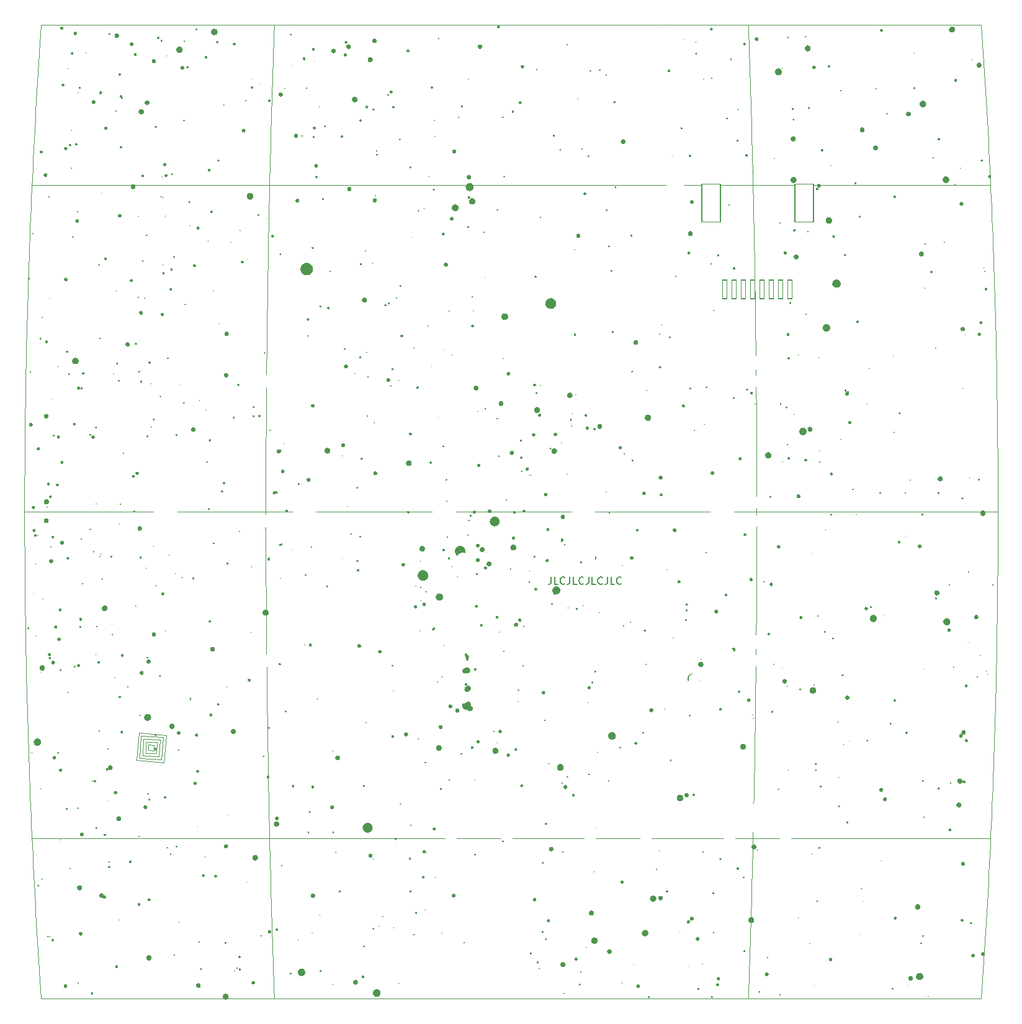
<source format=gto>
%TF.GenerationSoftware,KiCad,Pcbnew,7.0.1*%
%TF.CreationDate,2023-04-24T02:46:48-04:00*%
%TF.ProjectId,quadrate_pcb_routed,71756164-7261-4746-955f-7063625f726f,v1.0.0*%
%TF.SameCoordinates,Original*%
%TF.FileFunction,Legend,Top*%
%TF.FilePolarity,Positive*%
%FSLAX46Y46*%
G04 Gerber Fmt 4.6, Leading zero omitted, Abs format (unit mm)*
G04 Created by KiCad (PCBNEW 7.0.1) date 2023-04-24 02:46:48*
%MOMM*%
%LPD*%
G01*
G04 APERTURE LIST*
G04 Aperture macros list*
%AMRoundRect*
0 Rectangle with rounded corners*
0 $1 Rounding radius*
0 $2 $3 $4 $5 $6 $7 $8 $9 X,Y pos of 4 corners*
0 Add a 4 corners polygon primitive as box body*
4,1,4,$2,$3,$4,$5,$6,$7,$8,$9,$2,$3,0*
0 Add four circle primitives for the rounded corners*
1,1,$1+$1,$2,$3*
1,1,$1+$1,$4,$5*
1,1,$1+$1,$6,$7*
1,1,$1+$1,$8,$9*
0 Add four rect primitives between the rounded corners*
20,1,$1+$1,$2,$3,$4,$5,0*
20,1,$1+$1,$4,$5,$6,$7,0*
20,1,$1+$1,$6,$7,$8,$9,0*
20,1,$1+$1,$8,$9,$2,$3,0*%
G04 Aperture macros list end*
%ADD10C,0.026458*%
%ADD11C,0.000000*%
%ADD12C,0.066145*%
%ADD13C,0.150000*%
%ADD14C,0.200000*%
%ADD15C,1.801800*%
%ADD16C,1.600000*%
%ADD17C,4.087800*%
%ADD18C,2.386000*%
%ADD19RoundRect,0.050000X0.320000X1.270000X-0.320000X1.270000X-0.320000X-1.270000X0.320000X-1.270000X0*%
%ADD20RoundRect,0.050000X1.270000X2.605000X-1.270000X2.605000X-1.270000X-2.605000X1.270000X-2.605000X0*%
%ADD21C,0.800000*%
%ADD22C,4.500000*%
%ADD23O,1.600000X2.600000*%
%ADD24O,2.600000X1.600000*%
G04 APERTURE END LIST*
D10*
X254873212Y-198513848D02*
X253607587Y-198513848D01*
D11*
G36*
X176166021Y-183764455D02*
G01*
X176173008Y-183764986D01*
X176179893Y-183765861D01*
X176186669Y-183767070D01*
X176193325Y-183768607D01*
X176199854Y-183770460D01*
X176206247Y-183772623D01*
X176212494Y-183775087D01*
X176218589Y-183777842D01*
X176224521Y-183780880D01*
X176230283Y-183784192D01*
X176235865Y-183787771D01*
X176241259Y-183791606D01*
X176246457Y-183795691D01*
X176251449Y-183800015D01*
X176256227Y-183804570D01*
X176260783Y-183809348D01*
X176265107Y-183814340D01*
X176269192Y-183819537D01*
X176273028Y-183824931D01*
X176276607Y-183830513D01*
X176279919Y-183836275D01*
X176282958Y-183842207D01*
X176285713Y-183848302D01*
X176288177Y-183854549D01*
X176290340Y-183860942D01*
X176292194Y-183867471D01*
X176293730Y-183874128D01*
X176294940Y-183880903D01*
X176295815Y-183887789D01*
X176296346Y-183894776D01*
X176296525Y-183901856D01*
X176296346Y-183908937D01*
X176295815Y-183915924D01*
X176294940Y-183922810D01*
X176293730Y-183929585D01*
X176292194Y-183936242D01*
X176290340Y-183942771D01*
X176288177Y-183949163D01*
X176285713Y-183955411D01*
X176282958Y-183961506D01*
X176279919Y-183967438D01*
X176276607Y-183973199D01*
X176273028Y-183978781D01*
X176269192Y-183984175D01*
X176265107Y-183989373D01*
X176260783Y-183994365D01*
X176256227Y-183999143D01*
X176251449Y-184003698D01*
X176246457Y-184008022D01*
X176241259Y-184012106D01*
X176235865Y-184015942D01*
X176230283Y-184019520D01*
X176224521Y-184022833D01*
X176218589Y-184025871D01*
X176212494Y-184028626D01*
X176206247Y-184031089D01*
X176199854Y-184033252D01*
X176193325Y-184035106D01*
X176186669Y-184036642D01*
X176179893Y-184037852D01*
X176173008Y-184038727D01*
X176166021Y-184039258D01*
X176158941Y-184039437D01*
X176151861Y-184039258D01*
X176144874Y-184038727D01*
X176137988Y-184037852D01*
X176131213Y-184036642D01*
X176124556Y-184035106D01*
X176118028Y-184033252D01*
X176111635Y-184031089D01*
X176105387Y-184028626D01*
X176099293Y-184025871D01*
X176093360Y-184022833D01*
X176087598Y-184019520D01*
X176082016Y-184015942D01*
X176076622Y-184012106D01*
X176071424Y-184008022D01*
X176066432Y-184003698D01*
X176061654Y-183999143D01*
X176057098Y-183994365D01*
X176052774Y-183989373D01*
X176048690Y-183984175D01*
X176044854Y-183978781D01*
X176041275Y-183973199D01*
X176037962Y-183967438D01*
X176034924Y-183961506D01*
X176032168Y-183955411D01*
X176029705Y-183949163D01*
X176027542Y-183942771D01*
X176025688Y-183936242D01*
X176024151Y-183929585D01*
X176022941Y-183922810D01*
X176022066Y-183915924D01*
X176021535Y-183908937D01*
X176021356Y-183901856D01*
X176021535Y-183894776D01*
X176022066Y-183887789D01*
X176022941Y-183880903D01*
X176024151Y-183874128D01*
X176025688Y-183867471D01*
X176027542Y-183860942D01*
X176029705Y-183854549D01*
X176032168Y-183848302D01*
X176034924Y-183842207D01*
X176037962Y-183836275D01*
X176041275Y-183830513D01*
X176044854Y-183824931D01*
X176048690Y-183819537D01*
X176052774Y-183814340D01*
X176057098Y-183809348D01*
X176061654Y-183804570D01*
X176066432Y-183800015D01*
X176071424Y-183795691D01*
X176076622Y-183791606D01*
X176082016Y-183787771D01*
X176087598Y-183784192D01*
X176093360Y-183780880D01*
X176099293Y-183777842D01*
X176105387Y-183775087D01*
X176111635Y-183772623D01*
X176118028Y-183770460D01*
X176124556Y-183768607D01*
X176131213Y-183767070D01*
X176137988Y-183765861D01*
X176144874Y-183764986D01*
X176151861Y-183764455D01*
X176158941Y-183764275D01*
X176166021Y-183764455D01*
G37*
G36*
X143688786Y-184139722D02*
G01*
X143705018Y-184140956D01*
X143721013Y-184142989D01*
X143736753Y-184145799D01*
X143752216Y-184149368D01*
X143767383Y-184153675D01*
X143782234Y-184158700D01*
X143796748Y-184164423D01*
X143810906Y-184170824D01*
X143824687Y-184177882D01*
X143838072Y-184185578D01*
X143851039Y-184193892D01*
X143863571Y-184202803D01*
X143875645Y-184212291D01*
X143887242Y-184222337D01*
X143898342Y-184232920D01*
X143908925Y-184244020D01*
X143918970Y-184255617D01*
X143928459Y-184267691D01*
X143937370Y-184280222D01*
X143945683Y-184293190D01*
X143953379Y-184306575D01*
X143960438Y-184320356D01*
X143966838Y-184334514D01*
X143972561Y-184349028D01*
X143977586Y-184363879D01*
X143981893Y-184379046D01*
X143985462Y-184394510D01*
X143988273Y-184410249D01*
X143990305Y-184426245D01*
X143991539Y-184442477D01*
X143991955Y-184458924D01*
X143991539Y-184475371D01*
X143990305Y-184491602D01*
X143988273Y-184507597D01*
X143985462Y-184523337D01*
X143981893Y-184538800D01*
X143977586Y-184553966D01*
X143972561Y-184568817D01*
X143966838Y-184583331D01*
X143960438Y-184597489D01*
X143953379Y-184611270D01*
X143945683Y-184624655D01*
X143937370Y-184637623D01*
X143928459Y-184650154D01*
X143918970Y-184662228D01*
X143908925Y-184673826D01*
X143898342Y-184684926D01*
X143887242Y-184695509D01*
X143875645Y-184705555D01*
X143863571Y-184715044D01*
X143851039Y-184723955D01*
X143838072Y-184732269D01*
X143824687Y-184739965D01*
X143810906Y-184747024D01*
X143796748Y-184753424D01*
X143782234Y-184759147D01*
X143767383Y-184764172D01*
X143752216Y-184768480D01*
X143736753Y-184772049D01*
X143721013Y-184774860D01*
X143705018Y-184776892D01*
X143688786Y-184778127D01*
X143672339Y-184778542D01*
X143655891Y-184778127D01*
X143639660Y-184776892D01*
X143623664Y-184774860D01*
X143607925Y-184772049D01*
X143592462Y-184768480D01*
X143577295Y-184764172D01*
X143562444Y-184759147D01*
X143547930Y-184753424D01*
X143533772Y-184747024D01*
X143519990Y-184739965D01*
X143506606Y-184732269D01*
X143493638Y-184723955D01*
X143481107Y-184715044D01*
X143469033Y-184705555D01*
X143457436Y-184695509D01*
X143446335Y-184684926D01*
X143435753Y-184673826D01*
X143425707Y-184662228D01*
X143416218Y-184650154D01*
X143407307Y-184637623D01*
X143398994Y-184624655D01*
X143391298Y-184611270D01*
X143384239Y-184597489D01*
X143377839Y-184583331D01*
X143372116Y-184568817D01*
X143367091Y-184553966D01*
X143362784Y-184538800D01*
X143359215Y-184523337D01*
X143356404Y-184507597D01*
X143354372Y-184491602D01*
X143353138Y-184475371D01*
X143352722Y-184458924D01*
X143353138Y-184442477D01*
X143354372Y-184426245D01*
X143356404Y-184410249D01*
X143359215Y-184394510D01*
X143362784Y-184379046D01*
X143367091Y-184363879D01*
X143372116Y-184349028D01*
X143377839Y-184334514D01*
X143384239Y-184320356D01*
X143391298Y-184306575D01*
X143398994Y-184293190D01*
X143407307Y-184280222D01*
X143416218Y-184267691D01*
X143425707Y-184255617D01*
X143435753Y-184244020D01*
X143446335Y-184232920D01*
X143457436Y-184222337D01*
X143469033Y-184212291D01*
X143481107Y-184202803D01*
X143493638Y-184193892D01*
X143506606Y-184185578D01*
X143519990Y-184177882D01*
X143533772Y-184170824D01*
X143547930Y-184164423D01*
X143562444Y-184158700D01*
X143577295Y-184153675D01*
X143592462Y-184149368D01*
X143607925Y-184145799D01*
X143623664Y-184142989D01*
X143639660Y-184140956D01*
X143655891Y-184139722D01*
X143672339Y-184139306D01*
X143688786Y-184139722D01*
G37*
D10*
X186575414Y-198513848D02*
X185279752Y-198513848D01*
D11*
G36*
X144714006Y-180410913D02*
G01*
X144720885Y-180411436D01*
X144727665Y-180412298D01*
X144734336Y-180413489D01*
X144740890Y-180415002D01*
X144747318Y-180416827D01*
X144753612Y-180418956D01*
X144759764Y-180421382D01*
X144765765Y-180424095D01*
X144771606Y-180427086D01*
X144777279Y-180430348D01*
X144782775Y-180433871D01*
X144788086Y-180437648D01*
X144793204Y-180441669D01*
X144798119Y-180445927D01*
X144802824Y-180450412D01*
X144807309Y-180455116D01*
X144811567Y-180460031D01*
X144815589Y-180465148D01*
X144819365Y-180470459D01*
X144822889Y-180475955D01*
X144826151Y-180481628D01*
X144829143Y-180487469D01*
X144831855Y-180493469D01*
X144834281Y-180499621D01*
X144836411Y-180505915D01*
X144838236Y-180512343D01*
X144839749Y-180518897D01*
X144840940Y-180525567D01*
X144841802Y-180532347D01*
X144842325Y-180539226D01*
X144842501Y-180546197D01*
X144842325Y-180553168D01*
X144841802Y-180560048D01*
X144840940Y-180566828D01*
X144839749Y-180573500D01*
X144838236Y-180580054D01*
X144836411Y-180586483D01*
X144834281Y-180592777D01*
X144831855Y-180598929D01*
X144829143Y-180604930D01*
X144826151Y-180610771D01*
X144822889Y-180616444D01*
X144819365Y-180621940D01*
X144815589Y-180627251D01*
X144811567Y-180632369D01*
X144807309Y-180637284D01*
X144802824Y-180641989D01*
X144798119Y-180646474D01*
X144793204Y-180650732D01*
X144788086Y-180654753D01*
X144782775Y-180658530D01*
X144777279Y-180662053D01*
X144771606Y-180665315D01*
X144765765Y-180668307D01*
X144759764Y-180671019D01*
X144753612Y-180673445D01*
X144747318Y-180675574D01*
X144740890Y-180677400D01*
X144734336Y-180678912D01*
X144727665Y-180680104D01*
X144720885Y-180680965D01*
X144714006Y-180681488D01*
X144707035Y-180681664D01*
X144700063Y-180681488D01*
X144693184Y-180680965D01*
X144686404Y-180680104D01*
X144679733Y-180678912D01*
X144673179Y-180677400D01*
X144666751Y-180675574D01*
X144660457Y-180673445D01*
X144654305Y-180671019D01*
X144648304Y-180668307D01*
X144642463Y-180665315D01*
X144636790Y-180662053D01*
X144631294Y-180658530D01*
X144625983Y-180654753D01*
X144620865Y-180650732D01*
X144615950Y-180646474D01*
X144611245Y-180641989D01*
X144606759Y-180637284D01*
X144602501Y-180632369D01*
X144598480Y-180627251D01*
X144594703Y-180621940D01*
X144591179Y-180616444D01*
X144587917Y-180610771D01*
X144584926Y-180604930D01*
X144582213Y-180598929D01*
X144579787Y-180592777D01*
X144577657Y-180586483D01*
X144575832Y-180580054D01*
X144574319Y-180573500D01*
X144573128Y-180566828D01*
X144572266Y-180560048D01*
X144571743Y-180553168D01*
X144571567Y-180546197D01*
X144571743Y-180539226D01*
X144572266Y-180532347D01*
X144573128Y-180525567D01*
X144574319Y-180518897D01*
X144575832Y-180512343D01*
X144577657Y-180505915D01*
X144579787Y-180499621D01*
X144582213Y-180493469D01*
X144584926Y-180487469D01*
X144587917Y-180481628D01*
X144591179Y-180475955D01*
X144594703Y-180470459D01*
X144598480Y-180465148D01*
X144602501Y-180460031D01*
X144606759Y-180455116D01*
X144611245Y-180450412D01*
X144615950Y-180445927D01*
X144620865Y-180441669D01*
X144625983Y-180437648D01*
X144631294Y-180433871D01*
X144636790Y-180430348D01*
X144642463Y-180427086D01*
X144648304Y-180424095D01*
X144654305Y-180421382D01*
X144660457Y-180418956D01*
X144666751Y-180416827D01*
X144673179Y-180415002D01*
X144679733Y-180413489D01*
X144686404Y-180412298D01*
X144693184Y-180411436D01*
X144700063Y-180410913D01*
X144707035Y-180410737D01*
X144714006Y-180410913D01*
G37*
G36*
X259408089Y-175312324D02*
G01*
X259417549Y-175313043D01*
X259426871Y-175314228D01*
X259436044Y-175315866D01*
X259445056Y-175317946D01*
X259453895Y-175320456D01*
X259462550Y-175323384D01*
X259471009Y-175326719D01*
X259479260Y-175330450D01*
X259487292Y-175334563D01*
X259495092Y-175339049D01*
X259502650Y-175343894D01*
X259509953Y-175349087D01*
X259516990Y-175354617D01*
X259523748Y-175360471D01*
X259530218Y-175366639D01*
X259536385Y-175373108D01*
X259542240Y-175379867D01*
X259547770Y-175386904D01*
X259552963Y-175394207D01*
X259557808Y-175401764D01*
X259562293Y-175409565D01*
X259566407Y-175417597D01*
X259570137Y-175425848D01*
X259573472Y-175434307D01*
X259576401Y-175442962D01*
X259578911Y-175451801D01*
X259580991Y-175460813D01*
X259582629Y-175469986D01*
X259583814Y-175479308D01*
X259584533Y-175488767D01*
X259584775Y-175498353D01*
X259584533Y-175507938D01*
X259583814Y-175517397D01*
X259582629Y-175526718D01*
X259580991Y-175535891D01*
X259578911Y-175544902D01*
X259576401Y-175553741D01*
X259573472Y-175562395D01*
X259570137Y-175570854D01*
X259566407Y-175579105D01*
X259562293Y-175587136D01*
X259557808Y-175594936D01*
X259552963Y-175602493D01*
X259547770Y-175609796D01*
X259542240Y-175616833D01*
X259536385Y-175623591D01*
X259530218Y-175630060D01*
X259523748Y-175636228D01*
X259516990Y-175642082D01*
X259509953Y-175647612D01*
X259502650Y-175652805D01*
X259495092Y-175657650D01*
X259487292Y-175662135D01*
X259479260Y-175666249D01*
X259471009Y-175669979D01*
X259462550Y-175673314D01*
X259453895Y-175676243D01*
X259445056Y-175678753D01*
X259436044Y-175680833D01*
X259426871Y-175682471D01*
X259417549Y-175683655D01*
X259408089Y-175684375D01*
X259398504Y-175684617D01*
X259388919Y-175684375D01*
X259379460Y-175683655D01*
X259370138Y-175682471D01*
X259360966Y-175680833D01*
X259351955Y-175678753D01*
X259343116Y-175676243D01*
X259334461Y-175673314D01*
X259326003Y-175669979D01*
X259317752Y-175666249D01*
X259309721Y-175662135D01*
X259301921Y-175657650D01*
X259294363Y-175652805D01*
X259287061Y-175647612D01*
X259280024Y-175642082D01*
X259273265Y-175636228D01*
X259266797Y-175630060D01*
X259260629Y-175623591D01*
X259254775Y-175616833D01*
X259249245Y-175609796D01*
X259244052Y-175602493D01*
X259239207Y-175594936D01*
X259234721Y-175587136D01*
X259230608Y-175579105D01*
X259226878Y-175570854D01*
X259223543Y-175562395D01*
X259220614Y-175553741D01*
X259218104Y-175544902D01*
X259216024Y-175535891D01*
X259214386Y-175526718D01*
X259213201Y-175517397D01*
X259212482Y-175507938D01*
X259212240Y-175498353D01*
X259212482Y-175488767D01*
X259213201Y-175479308D01*
X259214386Y-175469986D01*
X259216024Y-175460813D01*
X259218104Y-175451801D01*
X259220614Y-175442962D01*
X259223543Y-175434307D01*
X259226878Y-175425848D01*
X259230608Y-175417597D01*
X259234721Y-175409565D01*
X259239207Y-175401764D01*
X259244052Y-175394207D01*
X259249245Y-175386904D01*
X259254775Y-175379867D01*
X259260629Y-175373108D01*
X259266797Y-175366639D01*
X259273265Y-175360471D01*
X259280024Y-175354617D01*
X259287061Y-175349087D01*
X259294363Y-175343894D01*
X259301921Y-175339049D01*
X259309721Y-175334563D01*
X259317752Y-175330450D01*
X259326003Y-175326719D01*
X259334461Y-175323384D01*
X259343116Y-175320456D01*
X259351955Y-175317946D01*
X259360966Y-175315866D01*
X259370138Y-175314228D01*
X259379460Y-175313043D01*
X259388919Y-175312324D01*
X259398504Y-175312081D01*
X259408089Y-175312324D01*
G37*
D10*
X231982671Y-68302351D02*
X231938611Y-67002041D01*
D11*
G36*
X209216408Y-82561748D02*
G01*
X209221997Y-82562173D01*
X209227505Y-82562873D01*
X209232925Y-82563841D01*
X209238250Y-82565070D01*
X209243473Y-82566553D01*
X209248586Y-82568283D01*
X209253584Y-82570254D01*
X209258460Y-82572458D01*
X209263205Y-82574889D01*
X209267814Y-82577539D01*
X209272280Y-82580402D01*
X209276595Y-82583471D01*
X209280753Y-82586738D01*
X209284746Y-82590198D01*
X209288569Y-82593842D01*
X209292213Y-82597664D01*
X209295673Y-82601658D01*
X209298940Y-82605816D01*
X209302009Y-82610131D01*
X209304872Y-82614597D01*
X209307522Y-82619206D01*
X209309952Y-82623952D01*
X209312156Y-82628828D01*
X209314127Y-82633826D01*
X209315858Y-82638940D01*
X209317341Y-82644163D01*
X209318570Y-82649488D01*
X209319538Y-82654908D01*
X209320238Y-82660416D01*
X209320663Y-82666006D01*
X209320806Y-82671670D01*
X209320663Y-82677334D01*
X209320238Y-82682924D01*
X209319538Y-82688432D01*
X209318570Y-82693852D01*
X209317341Y-82699178D01*
X209315858Y-82704401D01*
X209314127Y-82709515D01*
X209312156Y-82714513D01*
X209309952Y-82719389D01*
X209307522Y-82724135D01*
X209304872Y-82728744D01*
X209302009Y-82733210D01*
X209298940Y-82737525D01*
X209295673Y-82741683D01*
X209292213Y-82745677D01*
X209288569Y-82749500D01*
X209284746Y-82753144D01*
X209280753Y-82756603D01*
X209276595Y-82759871D01*
X209272280Y-82762940D01*
X209267814Y-82765803D01*
X209263205Y-82768453D01*
X209258460Y-82770884D01*
X209253584Y-82773088D01*
X209248586Y-82775058D01*
X209243473Y-82776789D01*
X209238250Y-82778272D01*
X209232925Y-82779501D01*
X209227505Y-82780469D01*
X209221997Y-82781169D01*
X209216408Y-82781594D01*
X209210744Y-82781737D01*
X209205081Y-82781594D01*
X209199491Y-82781169D01*
X209193983Y-82780469D01*
X209188564Y-82779501D01*
X209183239Y-82778272D01*
X209178016Y-82776789D01*
X209172902Y-82775058D01*
X209167904Y-82773088D01*
X209163029Y-82770884D01*
X209158283Y-82768453D01*
X209153674Y-82765803D01*
X209149209Y-82762940D01*
X209144894Y-82759871D01*
X209140736Y-82756603D01*
X209136742Y-82753144D01*
X209132920Y-82749500D01*
X209129275Y-82745677D01*
X209125816Y-82741683D01*
X209122549Y-82737525D01*
X209119480Y-82733210D01*
X209116617Y-82728744D01*
X209113967Y-82724135D01*
X209111536Y-82719389D01*
X209109332Y-82714513D01*
X209107361Y-82709515D01*
X209105631Y-82704401D01*
X209104148Y-82699178D01*
X209102919Y-82693852D01*
X209101951Y-82688432D01*
X209101251Y-82682924D01*
X209100826Y-82677334D01*
X209100683Y-82671670D01*
X209100826Y-82666006D01*
X209101251Y-82660416D01*
X209101951Y-82654908D01*
X209102919Y-82649488D01*
X209104148Y-82644163D01*
X209105631Y-82638940D01*
X209107361Y-82633826D01*
X209109332Y-82628828D01*
X209111536Y-82623952D01*
X209113967Y-82619206D01*
X209116617Y-82614597D01*
X209119480Y-82610131D01*
X209122549Y-82605816D01*
X209125816Y-82601658D01*
X209129275Y-82597664D01*
X209132920Y-82593842D01*
X209136742Y-82590198D01*
X209140736Y-82586738D01*
X209144894Y-82583471D01*
X209149209Y-82580402D01*
X209153674Y-82577539D01*
X209158283Y-82574889D01*
X209163029Y-82572458D01*
X209167904Y-82570254D01*
X209172902Y-82568283D01*
X209178016Y-82566553D01*
X209183239Y-82565070D01*
X209188564Y-82563841D01*
X209193983Y-82562873D01*
X209199491Y-82562173D01*
X209205081Y-82561748D01*
X209210744Y-82561604D01*
X209216408Y-82561748D01*
G37*
D10*
X246891714Y-176661576D02*
X245591520Y-176661576D01*
D11*
G36*
X135434326Y-82866387D02*
G01*
X135444592Y-82867168D01*
X135454708Y-82868453D01*
X135464663Y-82870231D01*
X135474442Y-82872488D01*
X135484035Y-82875212D01*
X135493427Y-82878390D01*
X135502607Y-82882009D01*
X135511561Y-82886057D01*
X135520277Y-82890521D01*
X135528742Y-82895389D01*
X135536943Y-82900647D01*
X135544869Y-82906282D01*
X135552505Y-82912283D01*
X135559840Y-82918637D01*
X135566860Y-82925330D01*
X135573553Y-82932350D01*
X135579907Y-82939685D01*
X135585907Y-82947321D01*
X135591543Y-82955246D01*
X135596801Y-82963448D01*
X135601668Y-82971913D01*
X135606133Y-82980629D01*
X135610181Y-82989583D01*
X135613800Y-82998762D01*
X135616978Y-83008155D01*
X135619702Y-83017747D01*
X135621959Y-83027527D01*
X135623737Y-83037481D01*
X135625022Y-83047597D01*
X135625803Y-83057863D01*
X135626066Y-83068265D01*
X135625803Y-83078667D01*
X135625022Y-83088933D01*
X135623737Y-83099049D01*
X135621959Y-83109003D01*
X135619702Y-83118783D01*
X135616978Y-83128375D01*
X135613800Y-83137768D01*
X135610181Y-83146947D01*
X135606133Y-83155901D01*
X135601668Y-83164617D01*
X135596801Y-83173082D01*
X135591543Y-83181284D01*
X135585907Y-83189209D01*
X135579907Y-83196845D01*
X135573553Y-83204180D01*
X135566860Y-83211200D01*
X135559840Y-83217893D01*
X135552505Y-83224246D01*
X135544869Y-83230247D01*
X135536943Y-83235883D01*
X135528742Y-83241141D01*
X135520277Y-83246008D01*
X135511561Y-83250472D01*
X135502607Y-83254520D01*
X135493427Y-83258140D01*
X135484035Y-83261318D01*
X135474442Y-83264042D01*
X135464663Y-83266299D01*
X135454708Y-83268077D01*
X135444592Y-83269362D01*
X135434326Y-83270143D01*
X135423924Y-83270406D01*
X135413522Y-83270143D01*
X135403256Y-83269362D01*
X135393140Y-83268077D01*
X135383186Y-83266299D01*
X135373406Y-83264042D01*
X135363813Y-83261318D01*
X135354421Y-83258140D01*
X135345242Y-83254520D01*
X135336287Y-83250472D01*
X135327571Y-83246008D01*
X135319106Y-83241141D01*
X135310905Y-83235883D01*
X135302980Y-83230247D01*
X135295343Y-83224246D01*
X135288009Y-83217893D01*
X135280988Y-83211200D01*
X135274295Y-83204180D01*
X135267942Y-83196845D01*
X135261941Y-83189209D01*
X135256305Y-83181284D01*
X135251047Y-83173082D01*
X135246180Y-83164617D01*
X135241716Y-83155901D01*
X135237668Y-83146947D01*
X135234049Y-83137768D01*
X135230870Y-83128375D01*
X135228147Y-83118783D01*
X135225889Y-83109003D01*
X135224112Y-83099049D01*
X135222826Y-83088933D01*
X135222046Y-83078667D01*
X135221783Y-83068265D01*
X135222046Y-83057863D01*
X135222826Y-83047597D01*
X135224112Y-83037481D01*
X135225889Y-83027527D01*
X135228147Y-83017747D01*
X135230870Y-83008155D01*
X135234049Y-82998762D01*
X135237668Y-82989583D01*
X135241716Y-82980629D01*
X135246180Y-82971913D01*
X135251047Y-82963448D01*
X135256305Y-82955246D01*
X135261941Y-82947321D01*
X135267942Y-82939685D01*
X135274295Y-82932350D01*
X135280988Y-82925330D01*
X135288009Y-82918637D01*
X135295343Y-82912283D01*
X135302980Y-82906282D01*
X135310905Y-82900647D01*
X135319106Y-82895389D01*
X135327571Y-82890521D01*
X135336287Y-82886057D01*
X135345242Y-82882009D01*
X135354421Y-82878390D01*
X135363813Y-82875212D01*
X135373406Y-82872488D01*
X135383186Y-82870231D01*
X135393140Y-82868453D01*
X135403256Y-82867168D01*
X135413522Y-82866387D01*
X135423924Y-82866124D01*
X135434326Y-82866387D01*
G37*
D10*
X232068105Y-193309182D02*
X232109487Y-192003739D01*
X238354673Y-132108682D02*
X237026205Y-132108682D01*
X187643217Y-87555793D02*
X186321870Y-87555793D01*
D11*
G36*
X148712917Y-102813466D02*
G01*
X148717539Y-102813818D01*
X148722094Y-102814396D01*
X148726576Y-102815197D01*
X148730980Y-102816213D01*
X148735299Y-102817440D01*
X148739528Y-102818871D01*
X148743661Y-102820500D01*
X148747693Y-102822323D01*
X148751617Y-102824333D01*
X148755429Y-102826524D01*
X148759122Y-102828892D01*
X148762690Y-102831429D01*
X148766128Y-102834131D01*
X148769431Y-102836992D01*
X148772592Y-102840005D01*
X148775606Y-102843166D01*
X148778466Y-102846469D01*
X148781168Y-102849907D01*
X148783706Y-102853475D01*
X148786073Y-102857168D01*
X148788265Y-102860979D01*
X148790275Y-102864904D01*
X148792098Y-102868935D01*
X148793727Y-102873069D01*
X148795158Y-102877298D01*
X148796385Y-102881617D01*
X148797401Y-102886020D01*
X148798201Y-102890502D01*
X148798780Y-102895057D01*
X148799132Y-102899679D01*
X148799250Y-102904363D01*
X148799132Y-102909046D01*
X148798780Y-102913668D01*
X148798201Y-102918223D01*
X148797401Y-102922705D01*
X148796385Y-102927109D01*
X148795158Y-102931428D01*
X148793727Y-102935657D01*
X148792098Y-102939790D01*
X148790275Y-102943821D01*
X148788265Y-102947746D01*
X148786073Y-102951557D01*
X148783706Y-102955250D01*
X148781168Y-102958818D01*
X148778466Y-102962257D01*
X148775606Y-102965559D01*
X148772592Y-102968720D01*
X148769431Y-102971734D01*
X148766128Y-102974594D01*
X148762690Y-102977296D01*
X148759122Y-102979834D01*
X148755429Y-102982201D01*
X148751617Y-102984393D01*
X148747693Y-102986402D01*
X148743661Y-102988225D01*
X148739528Y-102989855D01*
X148735299Y-102991286D01*
X148730980Y-102992512D01*
X148726576Y-102993528D01*
X148722094Y-102994329D01*
X148717539Y-102994908D01*
X148712917Y-102995259D01*
X148708233Y-102995377D01*
X148703550Y-102995259D01*
X148698927Y-102994908D01*
X148694372Y-102994329D01*
X148689890Y-102993528D01*
X148685487Y-102992512D01*
X148681168Y-102991286D01*
X148676939Y-102989855D01*
X148672805Y-102988225D01*
X148668774Y-102986402D01*
X148664849Y-102984393D01*
X148661038Y-102982201D01*
X148657345Y-102979834D01*
X148653776Y-102977296D01*
X148650338Y-102974594D01*
X148647035Y-102971734D01*
X148643874Y-102968720D01*
X148640860Y-102965559D01*
X148638000Y-102962257D01*
X148635298Y-102958818D01*
X148632760Y-102955250D01*
X148630393Y-102951557D01*
X148628201Y-102947746D01*
X148626191Y-102943821D01*
X148624368Y-102939790D01*
X148622739Y-102935657D01*
X148621308Y-102931428D01*
X148620081Y-102927109D01*
X148619065Y-102922705D01*
X148618264Y-102918223D01*
X148617685Y-102913668D01*
X148617334Y-102909046D01*
X148617216Y-102904363D01*
X148617334Y-102899679D01*
X148617685Y-102895057D01*
X148618264Y-102890502D01*
X148619065Y-102886020D01*
X148620081Y-102881617D01*
X148621308Y-102877298D01*
X148622739Y-102873069D01*
X148624368Y-102868935D01*
X148626191Y-102864904D01*
X148628201Y-102860979D01*
X148630393Y-102857168D01*
X148632760Y-102853475D01*
X148635298Y-102849907D01*
X148638000Y-102846469D01*
X148640860Y-102843166D01*
X148643874Y-102840005D01*
X148647035Y-102836992D01*
X148650338Y-102834131D01*
X148653776Y-102831429D01*
X148657345Y-102828892D01*
X148661038Y-102826524D01*
X148664849Y-102824333D01*
X148668774Y-102822323D01*
X148672805Y-102820500D01*
X148676939Y-102818871D01*
X148681168Y-102817440D01*
X148685487Y-102816213D01*
X148689890Y-102815197D01*
X148694372Y-102814396D01*
X148698927Y-102813818D01*
X148703550Y-102813466D01*
X148708233Y-102813348D01*
X148712917Y-102813466D01*
G37*
G36*
X261215667Y-115258817D02*
G01*
X261219267Y-115259091D01*
X261222815Y-115259542D01*
X261226307Y-115260166D01*
X261229737Y-115260957D01*
X261233102Y-115261913D01*
X261236396Y-115263028D01*
X261239616Y-115264297D01*
X261242757Y-115265717D01*
X261245814Y-115267283D01*
X261248783Y-115268991D01*
X261251660Y-115270835D01*
X261254441Y-115272812D01*
X261257119Y-115274917D01*
X261259692Y-115277145D01*
X261262155Y-115279493D01*
X261264503Y-115281956D01*
X261266732Y-115284529D01*
X261268837Y-115287207D01*
X261270814Y-115289987D01*
X261272659Y-115292864D01*
X261274366Y-115295834D01*
X261275933Y-115298891D01*
X261277353Y-115302032D01*
X261278623Y-115305252D01*
X261279738Y-115308547D01*
X261280693Y-115311912D01*
X261281485Y-115315342D01*
X261282109Y-115318834D01*
X261282560Y-115322383D01*
X261282834Y-115325984D01*
X261282926Y-115329633D01*
X261282834Y-115333282D01*
X261282560Y-115336883D01*
X261282109Y-115340431D01*
X261281485Y-115343923D01*
X261280693Y-115347354D01*
X261279738Y-115350719D01*
X261278623Y-115354014D01*
X261277353Y-115357234D01*
X261275933Y-115360375D01*
X261274366Y-115363433D01*
X261272659Y-115366402D01*
X261270814Y-115369279D01*
X261268837Y-115372059D01*
X261266732Y-115374738D01*
X261264503Y-115377311D01*
X261262155Y-115379774D01*
X261259692Y-115382122D01*
X261257119Y-115384351D01*
X261254441Y-115386456D01*
X261251660Y-115388433D01*
X261248783Y-115390278D01*
X261245814Y-115391985D01*
X261242757Y-115393551D01*
X261239616Y-115394971D01*
X261236396Y-115396241D01*
X261233102Y-115397356D01*
X261229737Y-115398312D01*
X261226307Y-115399103D01*
X261222815Y-115399727D01*
X261219267Y-115400178D01*
X261215667Y-115400452D01*
X261212018Y-115400544D01*
X261208369Y-115400452D01*
X261204767Y-115400178D01*
X261201218Y-115399727D01*
X261197725Y-115399103D01*
X261194294Y-115398312D01*
X261190928Y-115397356D01*
X261187633Y-115396241D01*
X261184412Y-115394971D01*
X261181271Y-115393551D01*
X261178213Y-115391985D01*
X261175242Y-115390278D01*
X261172365Y-115388433D01*
X261169584Y-115386456D01*
X261166905Y-115384351D01*
X261164332Y-115382122D01*
X261161869Y-115379774D01*
X261159520Y-115377311D01*
X261157291Y-115374738D01*
X261155186Y-115372059D01*
X261153208Y-115369279D01*
X261151363Y-115366402D01*
X261149656Y-115363433D01*
X261148089Y-115360375D01*
X261146669Y-115357234D01*
X261145399Y-115354014D01*
X261144284Y-115350719D01*
X261143328Y-115347354D01*
X261142536Y-115343923D01*
X261141913Y-115340431D01*
X261141462Y-115336883D01*
X261141188Y-115333282D01*
X261141096Y-115329633D01*
X261141188Y-115325984D01*
X261141462Y-115322383D01*
X261141913Y-115318834D01*
X261142536Y-115315342D01*
X261143328Y-115311912D01*
X261144284Y-115308547D01*
X261145399Y-115305252D01*
X261146669Y-115302032D01*
X261148089Y-115298891D01*
X261149656Y-115295834D01*
X261151363Y-115292864D01*
X261153208Y-115289987D01*
X261155186Y-115287207D01*
X261157291Y-115284529D01*
X261159520Y-115281956D01*
X261161869Y-115279493D01*
X261164332Y-115277145D01*
X261166905Y-115274917D01*
X261169584Y-115272812D01*
X261172365Y-115270835D01*
X261175242Y-115268991D01*
X261178213Y-115267283D01*
X261181271Y-115265717D01*
X261184412Y-115264297D01*
X261187633Y-115263028D01*
X261190928Y-115261913D01*
X261194294Y-115260957D01*
X261197725Y-115260166D01*
X261201218Y-115259542D01*
X261204767Y-115259091D01*
X261208369Y-115258817D01*
X261212018Y-115258725D01*
X261215667Y-115258817D01*
G37*
G36*
X177480958Y-87837376D02*
G01*
X177495523Y-87838483D01*
X177509877Y-87840307D01*
X177524001Y-87842830D01*
X177537876Y-87846032D01*
X177551487Y-87849897D01*
X177564813Y-87854406D01*
X177577837Y-87859541D01*
X177590542Y-87865285D01*
X177602908Y-87871619D01*
X177614919Y-87878524D01*
X177626556Y-87885985D01*
X177637800Y-87893981D01*
X177648635Y-87902495D01*
X177659042Y-87911510D01*
X177669002Y-87921006D01*
X177678499Y-87930967D01*
X177687514Y-87941373D01*
X177696028Y-87952208D01*
X177704025Y-87963453D01*
X177711485Y-87975090D01*
X177718391Y-87987100D01*
X177724725Y-87999467D01*
X177730468Y-88012171D01*
X177735604Y-88025196D01*
X177740113Y-88038522D01*
X177743978Y-88052132D01*
X177747180Y-88066008D01*
X177749703Y-88080132D01*
X177751527Y-88094486D01*
X177752634Y-88109051D01*
X177753007Y-88123811D01*
X177752634Y-88138570D01*
X177751527Y-88153135D01*
X177749703Y-88167489D01*
X177747180Y-88181613D01*
X177743978Y-88195488D01*
X177740113Y-88209099D01*
X177735604Y-88222425D01*
X177730468Y-88235449D01*
X177724725Y-88248154D01*
X177718391Y-88260520D01*
X177711485Y-88272531D01*
X177704025Y-88284168D01*
X177696028Y-88295412D01*
X177687514Y-88306247D01*
X177678499Y-88316654D01*
X177669002Y-88326615D01*
X177659042Y-88336111D01*
X177648635Y-88345126D01*
X177637800Y-88353640D01*
X177626556Y-88361636D01*
X177614919Y-88369097D01*
X177602908Y-88376003D01*
X177590542Y-88382336D01*
X177577837Y-88388080D01*
X177564813Y-88393215D01*
X177551487Y-88397724D01*
X177537876Y-88401589D01*
X177524001Y-88404792D01*
X177509877Y-88407314D01*
X177495523Y-88409138D01*
X177480958Y-88410246D01*
X177466199Y-88410619D01*
X177451440Y-88410246D01*
X177436875Y-88409138D01*
X177422521Y-88407314D01*
X177408397Y-88404792D01*
X177394521Y-88401589D01*
X177380911Y-88397724D01*
X177367584Y-88393215D01*
X177354560Y-88388080D01*
X177341855Y-88382336D01*
X177329489Y-88376003D01*
X177317478Y-88369097D01*
X177305841Y-88361636D01*
X177294597Y-88353640D01*
X177283762Y-88345126D01*
X177273355Y-88336111D01*
X177263395Y-88326615D01*
X177253898Y-88316654D01*
X177244884Y-88306247D01*
X177236369Y-88295412D01*
X177228373Y-88284168D01*
X177220913Y-88272531D01*
X177214007Y-88260520D01*
X177207673Y-88248154D01*
X177201930Y-88235449D01*
X177196795Y-88222425D01*
X177192285Y-88209099D01*
X177188421Y-88195488D01*
X177185218Y-88181613D01*
X177182696Y-88167489D01*
X177180872Y-88153135D01*
X177179765Y-88138570D01*
X177179391Y-88123811D01*
X177179765Y-88109051D01*
X177180872Y-88094486D01*
X177182696Y-88080132D01*
X177185218Y-88066008D01*
X177188421Y-88052132D01*
X177192285Y-88038522D01*
X177196795Y-88025196D01*
X177201930Y-88012171D01*
X177207673Y-87999467D01*
X177214007Y-87987100D01*
X177220913Y-87975090D01*
X177228373Y-87963453D01*
X177236369Y-87952208D01*
X177244884Y-87941373D01*
X177253898Y-87930967D01*
X177263395Y-87921006D01*
X177273355Y-87911510D01*
X177283762Y-87902495D01*
X177294597Y-87893981D01*
X177305841Y-87885985D01*
X177317478Y-87878524D01*
X177329489Y-87871619D01*
X177341855Y-87865285D01*
X177354560Y-87859541D01*
X177367584Y-87854406D01*
X177380911Y-87849897D01*
X177394521Y-87846032D01*
X177408397Y-87842830D01*
X177422521Y-87840307D01*
X177436875Y-87838483D01*
X177451440Y-87837376D01*
X177466199Y-87837003D01*
X177480958Y-87837376D01*
G37*
D10*
X134129349Y-176220513D02*
X134070467Y-174896523D01*
X264774656Y-180185090D02*
X264838911Y-178864823D01*
D11*
G36*
X220518790Y-158970183D02*
G01*
X220521961Y-158970424D01*
X220525086Y-158970821D01*
X220528161Y-158971370D01*
X220531182Y-158972067D01*
X220534145Y-158972908D01*
X220537046Y-158973890D01*
X220539881Y-158975008D01*
X220542647Y-158976258D01*
X220545339Y-158977637D01*
X220547954Y-158979141D01*
X220550487Y-158980765D01*
X220552935Y-158982505D01*
X220555294Y-158984359D01*
X220557560Y-158986322D01*
X220559728Y-158988389D01*
X220561796Y-158990557D01*
X220563758Y-158992823D01*
X220565612Y-158995182D01*
X220567352Y-158997630D01*
X220568976Y-159000163D01*
X220570480Y-159002778D01*
X220571859Y-159005470D01*
X220573109Y-159008236D01*
X220574227Y-159011071D01*
X220575209Y-159013973D01*
X220576050Y-159016936D01*
X220576747Y-159019956D01*
X220577296Y-159023031D01*
X220577693Y-159026156D01*
X220577934Y-159029327D01*
X220578016Y-159032540D01*
X220577934Y-159035754D01*
X220577693Y-159038926D01*
X220577296Y-159042051D01*
X220576747Y-159045127D01*
X220576050Y-159048148D01*
X220575209Y-159051112D01*
X220574227Y-159054013D01*
X220573109Y-159056849D01*
X220571859Y-159059615D01*
X220570480Y-159062308D01*
X220568976Y-159064923D01*
X220567352Y-159067457D01*
X220565612Y-159069905D01*
X220563758Y-159072264D01*
X220561796Y-159074530D01*
X220559728Y-159076698D01*
X220557560Y-159078766D01*
X220555294Y-159080728D01*
X220552935Y-159082582D01*
X220550487Y-159084323D01*
X220547954Y-159085947D01*
X220545339Y-159087451D01*
X220542647Y-159088830D01*
X220539881Y-159090080D01*
X220537046Y-159091198D01*
X220534145Y-159092180D01*
X220531182Y-159093021D01*
X220528161Y-159093718D01*
X220525086Y-159094267D01*
X220521961Y-159094665D01*
X220518790Y-159094906D01*
X220515577Y-159094987D01*
X220512364Y-159094906D01*
X220509193Y-159094665D01*
X220506068Y-159094267D01*
X220502993Y-159093718D01*
X220499972Y-159093021D01*
X220497009Y-159092180D01*
X220494108Y-159091198D01*
X220491272Y-159090080D01*
X220488507Y-159088830D01*
X220485814Y-159087451D01*
X220483200Y-159085947D01*
X220480666Y-159084323D01*
X220478218Y-159082582D01*
X220475859Y-159080728D01*
X220473594Y-159078766D01*
X220471425Y-159076698D01*
X220469358Y-159074530D01*
X220467396Y-159072264D01*
X220465542Y-159069905D01*
X220463801Y-159067457D01*
X220462177Y-159064923D01*
X220460674Y-159062308D01*
X220459295Y-159059615D01*
X220458044Y-159056849D01*
X220456927Y-159054013D01*
X220455945Y-159051112D01*
X220455104Y-159048148D01*
X220454406Y-159045127D01*
X220453857Y-159042051D01*
X220453460Y-159038926D01*
X220453219Y-159035754D01*
X220453138Y-159032540D01*
X220453219Y-159029327D01*
X220453460Y-159026156D01*
X220453857Y-159023031D01*
X220454406Y-159019956D01*
X220455104Y-159016936D01*
X220455945Y-159013973D01*
X220456927Y-159011071D01*
X220458044Y-159008236D01*
X220459295Y-159005470D01*
X220460674Y-159002778D01*
X220462177Y-159000163D01*
X220463801Y-158997630D01*
X220465542Y-158995182D01*
X220467396Y-158992823D01*
X220469358Y-158990557D01*
X220471425Y-158988389D01*
X220473594Y-158986322D01*
X220475859Y-158984359D01*
X220478218Y-158982505D01*
X220480666Y-158980765D01*
X220483200Y-158979141D01*
X220485814Y-158977637D01*
X220488507Y-158976258D01*
X220491272Y-158975008D01*
X220494108Y-158973890D01*
X220497009Y-158972908D01*
X220499972Y-158972067D01*
X220502993Y-158971370D01*
X220506068Y-158970821D01*
X220509193Y-158970424D01*
X220512364Y-158970183D01*
X220515577Y-158970101D01*
X220518790Y-158970183D01*
G37*
D10*
X264571149Y-80079573D02*
X264499753Y-78764808D01*
D11*
G36*
X159077645Y-66274047D02*
G01*
X159099574Y-66275714D01*
X159121184Y-66278460D01*
X159142448Y-66282257D01*
X159163338Y-66287079D01*
X159183829Y-66292898D01*
X159203892Y-66299686D01*
X159223501Y-66307418D01*
X159242628Y-66316065D01*
X159261246Y-66325601D01*
X159279329Y-66335998D01*
X159296849Y-66347229D01*
X159313778Y-66359268D01*
X159330090Y-66372087D01*
X159345758Y-66385659D01*
X159360754Y-66399956D01*
X159375051Y-66414952D01*
X159388623Y-66430620D01*
X159401442Y-66446932D01*
X159413481Y-66463861D01*
X159424712Y-66481381D01*
X159435110Y-66499463D01*
X159444645Y-66518082D01*
X159453293Y-66537209D01*
X159461024Y-66556817D01*
X159467813Y-66576881D01*
X159473632Y-66597371D01*
X159478453Y-66618262D01*
X159482251Y-66639526D01*
X159484997Y-66661136D01*
X159486664Y-66683064D01*
X159487226Y-66705285D01*
X159486664Y-66727505D01*
X159484997Y-66749434D01*
X159482251Y-66771044D01*
X159478453Y-66792308D01*
X159473632Y-66813198D01*
X159467813Y-66833689D01*
X159461024Y-66853752D01*
X159453293Y-66873361D01*
X159444645Y-66892488D01*
X159435110Y-66911106D01*
X159424712Y-66929189D01*
X159413481Y-66946708D01*
X159401442Y-66963637D01*
X159388623Y-66979949D01*
X159375051Y-66995617D01*
X159360754Y-67010613D01*
X159345758Y-67024910D01*
X159330090Y-67038482D01*
X159313778Y-67051301D01*
X159296849Y-67063339D01*
X159279329Y-67074571D01*
X159261246Y-67084968D01*
X159242628Y-67094504D01*
X159223501Y-67103151D01*
X159203892Y-67110882D01*
X159183829Y-67117671D01*
X159163338Y-67123490D01*
X159142448Y-67128311D01*
X159121184Y-67132108D01*
X159099574Y-67134854D01*
X159077645Y-67136522D01*
X159055425Y-67137084D01*
X159033205Y-67136522D01*
X159011276Y-67134854D01*
X158989666Y-67132108D01*
X158968402Y-67128311D01*
X158947511Y-67123490D01*
X158927020Y-67117671D01*
X158906957Y-67110882D01*
X158887348Y-67103151D01*
X158868221Y-67094504D01*
X158849603Y-67084968D01*
X158831520Y-67074571D01*
X158814001Y-67063339D01*
X158797071Y-67051301D01*
X158780759Y-67038482D01*
X158765092Y-67024910D01*
X158750096Y-67010613D01*
X158735798Y-66995617D01*
X158722226Y-66979949D01*
X158709408Y-66963637D01*
X158697369Y-66946708D01*
X158686137Y-66929189D01*
X158675740Y-66911106D01*
X158666204Y-66892488D01*
X158657557Y-66873361D01*
X158649826Y-66853752D01*
X158643037Y-66833689D01*
X158637218Y-66813198D01*
X158632397Y-66792308D01*
X158628600Y-66771044D01*
X158625854Y-66749434D01*
X158624186Y-66727505D01*
X158623624Y-66705285D01*
X158624186Y-66683064D01*
X158625854Y-66661136D01*
X158628600Y-66639526D01*
X158632397Y-66618262D01*
X158637218Y-66597371D01*
X158643037Y-66576881D01*
X158649826Y-66556817D01*
X158657557Y-66537209D01*
X158666204Y-66518082D01*
X158675740Y-66499463D01*
X158686137Y-66481381D01*
X158697369Y-66463861D01*
X158709408Y-66446932D01*
X158722226Y-66430620D01*
X158735798Y-66414952D01*
X158750096Y-66399956D01*
X158765092Y-66385659D01*
X158780759Y-66372087D01*
X158797071Y-66359268D01*
X158814001Y-66347229D01*
X158831520Y-66335998D01*
X158849603Y-66325601D01*
X158868221Y-66316065D01*
X158887348Y-66307418D01*
X158906957Y-66299686D01*
X158927020Y-66292898D01*
X158947511Y-66287079D01*
X158968402Y-66282257D01*
X158989666Y-66278460D01*
X159011276Y-66275714D01*
X159033205Y-66274047D01*
X159055425Y-66273485D01*
X159077645Y-66274047D01*
G37*
G36*
X154902010Y-117175363D02*
G01*
X154907385Y-117175772D01*
X154912681Y-117176445D01*
X154917893Y-117177375D01*
X154923014Y-117178557D01*
X154928036Y-117179983D01*
X154932953Y-117181647D01*
X154937759Y-117183542D01*
X154942447Y-117185661D01*
X154947011Y-117187998D01*
X154951443Y-117190547D01*
X154955737Y-117193300D01*
X154959886Y-117196250D01*
X154963884Y-117199392D01*
X154967724Y-117202718D01*
X154971399Y-117206222D01*
X154974904Y-117209898D01*
X154978230Y-117213738D01*
X154981372Y-117217736D01*
X154984323Y-117221885D01*
X154987075Y-117226179D01*
X154989624Y-117230611D01*
X154991961Y-117235174D01*
X154994080Y-117239862D01*
X154995975Y-117244668D01*
X154997639Y-117249585D01*
X154999065Y-117254608D01*
X155000247Y-117259728D01*
X155001178Y-117264939D01*
X155001851Y-117270236D01*
X155002259Y-117275610D01*
X155002397Y-117281056D01*
X155002259Y-117286503D01*
X155001851Y-117291878D01*
X155001178Y-117297174D01*
X155000247Y-117302386D01*
X154999065Y-117307506D01*
X154997639Y-117312529D01*
X154995975Y-117317446D01*
X154994080Y-117322252D01*
X154991961Y-117326940D01*
X154989624Y-117331503D01*
X154987075Y-117335935D01*
X154984323Y-117340229D01*
X154981372Y-117344378D01*
X154978230Y-117348376D01*
X154974904Y-117352216D01*
X154971399Y-117355892D01*
X154967724Y-117359396D01*
X154963884Y-117362722D01*
X154959886Y-117365864D01*
X154955737Y-117368814D01*
X154951443Y-117371567D01*
X154947011Y-117374115D01*
X154942447Y-117376452D01*
X154937759Y-117378571D01*
X154932953Y-117380466D01*
X154928036Y-117382130D01*
X154923014Y-117383556D01*
X154917893Y-117384738D01*
X154912681Y-117385668D01*
X154907385Y-117386341D01*
X154902010Y-117386750D01*
X154896564Y-117386887D01*
X154891118Y-117386750D01*
X154885743Y-117386341D01*
X154880446Y-117385668D01*
X154875235Y-117384738D01*
X154870114Y-117383556D01*
X154865092Y-117382130D01*
X154860175Y-117380466D01*
X154855369Y-117378571D01*
X154850681Y-117376452D01*
X154846117Y-117374115D01*
X154841685Y-117371567D01*
X154837391Y-117368814D01*
X154833242Y-117365864D01*
X154829244Y-117362722D01*
X154825404Y-117359396D01*
X154821728Y-117355892D01*
X154818224Y-117352216D01*
X154814898Y-117348376D01*
X154811756Y-117344378D01*
X154808805Y-117340229D01*
X154806053Y-117335935D01*
X154803504Y-117331503D01*
X154801167Y-117326940D01*
X154799048Y-117322252D01*
X154797153Y-117317446D01*
X154795489Y-117312529D01*
X154794063Y-117307506D01*
X154792881Y-117302386D01*
X154791950Y-117297174D01*
X154791277Y-117291878D01*
X154790869Y-117286503D01*
X154790731Y-117281056D01*
X154790869Y-117275610D01*
X154791277Y-117270236D01*
X154791950Y-117264939D01*
X154792881Y-117259728D01*
X154794063Y-117254608D01*
X154795489Y-117249585D01*
X154797153Y-117244668D01*
X154799048Y-117239862D01*
X154801167Y-117235174D01*
X154803504Y-117230611D01*
X154806053Y-117226179D01*
X154808805Y-117221885D01*
X154811756Y-117217736D01*
X154814898Y-117213738D01*
X154818224Y-117209898D01*
X154821728Y-117206222D01*
X154825404Y-117202718D01*
X154829244Y-117199392D01*
X154833242Y-117196250D01*
X154837391Y-117193300D01*
X154841685Y-117190547D01*
X154846117Y-117187998D01*
X154850681Y-117185661D01*
X154855369Y-117183542D01*
X154860175Y-117181647D01*
X154865092Y-117179983D01*
X154870114Y-117178557D01*
X154875235Y-117177375D01*
X154880446Y-117176445D01*
X154885743Y-117175772D01*
X154891118Y-117175363D01*
X154896564Y-117175225D01*
X154902010Y-117175363D01*
G37*
G36*
X241565970Y-87413015D02*
G01*
X241578816Y-87413992D01*
X241591475Y-87415601D01*
X241603932Y-87417825D01*
X241616169Y-87420649D01*
X241628173Y-87424058D01*
X241639926Y-87428034D01*
X241651413Y-87432563D01*
X241662617Y-87437629D01*
X241673524Y-87443214D01*
X241684116Y-87449305D01*
X241694379Y-87455884D01*
X241704296Y-87462936D01*
X241713851Y-87470445D01*
X241723029Y-87478395D01*
X241731814Y-87486770D01*
X241740189Y-87495554D01*
X241748139Y-87504732D01*
X241755648Y-87514287D01*
X241762700Y-87524204D01*
X241769279Y-87534467D01*
X241775370Y-87545059D01*
X241780956Y-87555965D01*
X241786021Y-87567169D01*
X241790550Y-87578656D01*
X241794527Y-87590409D01*
X241797935Y-87602412D01*
X241800759Y-87614649D01*
X241802984Y-87627105D01*
X241804592Y-87639764D01*
X241805569Y-87652609D01*
X241805898Y-87665626D01*
X241805569Y-87678642D01*
X241804592Y-87691487D01*
X241802984Y-87704146D01*
X241800759Y-87716602D01*
X241797935Y-87728840D01*
X241794527Y-87740843D01*
X241790550Y-87752595D01*
X241786021Y-87764082D01*
X241780956Y-87775286D01*
X241775370Y-87786193D01*
X241769279Y-87796785D01*
X241762700Y-87807048D01*
X241755648Y-87816964D01*
X241748139Y-87826520D01*
X241740189Y-87835698D01*
X241731814Y-87844482D01*
X241723029Y-87852857D01*
X241713851Y-87860807D01*
X241704296Y-87868316D01*
X241694379Y-87875368D01*
X241684116Y-87881948D01*
X241673524Y-87888038D01*
X241662617Y-87893624D01*
X241651413Y-87898689D01*
X241639926Y-87903218D01*
X241628173Y-87907195D01*
X241616169Y-87910603D01*
X241603932Y-87913428D01*
X241591475Y-87915652D01*
X241578816Y-87917261D01*
X241565970Y-87918238D01*
X241552953Y-87918567D01*
X241539937Y-87918238D01*
X241527092Y-87917261D01*
X241514433Y-87915652D01*
X241501977Y-87913428D01*
X241489740Y-87910603D01*
X241477737Y-87907195D01*
X241465985Y-87903218D01*
X241454498Y-87898689D01*
X241443294Y-87893624D01*
X241432388Y-87888038D01*
X241421796Y-87881948D01*
X241411533Y-87875368D01*
X241401616Y-87868316D01*
X241392061Y-87860807D01*
X241382884Y-87852857D01*
X241374099Y-87844482D01*
X241365724Y-87835698D01*
X241357774Y-87826520D01*
X241350265Y-87816964D01*
X241343213Y-87807048D01*
X241336634Y-87796785D01*
X241330544Y-87786193D01*
X241324958Y-87775286D01*
X241319893Y-87764082D01*
X241315364Y-87752595D01*
X241311387Y-87740843D01*
X241307979Y-87728840D01*
X241305155Y-87716602D01*
X241302930Y-87704146D01*
X241301322Y-87691487D01*
X241300345Y-87678642D01*
X241300016Y-87665626D01*
X241300345Y-87652609D01*
X241301322Y-87639764D01*
X241302930Y-87627105D01*
X241305155Y-87614649D01*
X241307979Y-87602412D01*
X241311387Y-87590409D01*
X241315364Y-87578656D01*
X241319893Y-87567169D01*
X241324958Y-87555965D01*
X241330544Y-87545059D01*
X241336634Y-87534467D01*
X241343213Y-87524204D01*
X241350265Y-87514287D01*
X241357774Y-87504732D01*
X241365724Y-87495554D01*
X241374099Y-87486770D01*
X241382884Y-87478395D01*
X241392061Y-87470445D01*
X241401616Y-87462936D01*
X241411533Y-87455884D01*
X241421796Y-87449305D01*
X241432388Y-87443214D01*
X241443294Y-87437629D01*
X241454498Y-87432563D01*
X241465985Y-87428034D01*
X241477737Y-87424058D01*
X241489740Y-87420649D01*
X241501977Y-87417825D01*
X241514433Y-87415601D01*
X241527092Y-87413992D01*
X241539937Y-87413015D01*
X241552953Y-87412686D01*
X241565970Y-87413015D01*
G37*
D10*
X233018262Y-140167741D02*
X233023313Y-138824906D01*
D11*
G36*
X145586626Y-170172053D02*
G01*
X145598880Y-170172984D01*
X145610957Y-170174519D01*
X145622839Y-170176641D01*
X145634514Y-170179335D01*
X145645964Y-170182586D01*
X145657176Y-170186380D01*
X145668134Y-170190700D01*
X145678823Y-170195532D01*
X145689227Y-170200860D01*
X145699332Y-170206670D01*
X145709122Y-170212946D01*
X145718583Y-170219673D01*
X145727699Y-170226836D01*
X145736454Y-170234420D01*
X145744834Y-170242410D01*
X145752824Y-170250790D01*
X145760408Y-170259545D01*
X145767572Y-170268660D01*
X145774299Y-170278120D01*
X145780576Y-170287910D01*
X145786386Y-170298015D01*
X145791715Y-170308419D01*
X145796547Y-170319108D01*
X145800867Y-170330065D01*
X145804661Y-170341277D01*
X145807913Y-170352728D01*
X145810607Y-170364402D01*
X145812729Y-170376285D01*
X145814263Y-170388361D01*
X145815195Y-170400616D01*
X145815509Y-170413033D01*
X145815195Y-170425451D01*
X145814263Y-170437706D01*
X145812729Y-170449782D01*
X145810607Y-170461665D01*
X145807913Y-170473339D01*
X145804661Y-170484790D01*
X145800867Y-170496001D01*
X145796547Y-170506959D01*
X145791715Y-170517648D01*
X145786386Y-170528052D01*
X145780576Y-170538157D01*
X145774299Y-170547947D01*
X145767572Y-170557407D01*
X145760408Y-170566522D01*
X145752824Y-170575277D01*
X145744834Y-170583657D01*
X145736454Y-170591647D01*
X145727699Y-170599230D01*
X145718583Y-170606394D01*
X145709122Y-170613121D01*
X145699332Y-170619397D01*
X145689227Y-170625207D01*
X145678823Y-170630535D01*
X145668134Y-170635367D01*
X145657176Y-170639687D01*
X145645964Y-170643481D01*
X145634514Y-170646732D01*
X145622839Y-170649426D01*
X145610957Y-170651548D01*
X145598880Y-170653083D01*
X145586626Y-170654014D01*
X145574209Y-170654328D01*
X145561791Y-170654014D01*
X145549537Y-170653083D01*
X145537461Y-170651548D01*
X145525578Y-170649426D01*
X145513904Y-170646732D01*
X145502453Y-170643481D01*
X145491242Y-170639687D01*
X145480284Y-170635367D01*
X145469595Y-170630535D01*
X145459191Y-170625207D01*
X145449086Y-170619397D01*
X145439295Y-170613121D01*
X145429835Y-170606394D01*
X145420719Y-170599230D01*
X145411964Y-170591647D01*
X145403583Y-170583657D01*
X145395594Y-170575277D01*
X145388009Y-170566522D01*
X145380846Y-170557407D01*
X145374118Y-170547947D01*
X145367842Y-170538157D01*
X145362032Y-170528052D01*
X145356703Y-170517648D01*
X145351871Y-170506959D01*
X145347550Y-170496001D01*
X145343757Y-170484790D01*
X145340505Y-170473339D01*
X145337810Y-170461665D01*
X145335688Y-170449782D01*
X145334154Y-170437706D01*
X145333222Y-170425451D01*
X145332908Y-170413033D01*
X145333222Y-170400616D01*
X145334154Y-170388361D01*
X145335688Y-170376285D01*
X145337810Y-170364402D01*
X145340505Y-170352728D01*
X145343757Y-170341277D01*
X145347550Y-170330065D01*
X145351871Y-170319108D01*
X145356703Y-170308419D01*
X145362032Y-170298015D01*
X145367842Y-170287910D01*
X145374118Y-170278120D01*
X145380846Y-170268660D01*
X145388009Y-170259545D01*
X145395594Y-170250790D01*
X145403583Y-170242410D01*
X145411964Y-170234420D01*
X145420719Y-170226836D01*
X145429835Y-170219673D01*
X145439295Y-170212946D01*
X145449086Y-170206670D01*
X145459191Y-170200860D01*
X145469595Y-170195532D01*
X145480284Y-170190700D01*
X145491242Y-170186380D01*
X145502453Y-170182586D01*
X145513904Y-170179335D01*
X145525578Y-170176641D01*
X145537461Y-170174519D01*
X145549537Y-170172984D01*
X145561791Y-170172053D01*
X145574209Y-170171739D01*
X145586626Y-170172053D01*
G37*
D10*
X226740880Y-198513848D02*
X225450727Y-198513848D01*
D11*
G36*
X150781197Y-136804914D02*
G01*
X150784045Y-136805131D01*
X150786852Y-136805487D01*
X150789614Y-136805980D01*
X150792328Y-136806607D01*
X150794990Y-136807362D01*
X150797596Y-136808244D01*
X150800143Y-136809248D01*
X150802628Y-136810371D01*
X150805046Y-136811610D01*
X150807395Y-136812960D01*
X150809671Y-136814419D01*
X150811870Y-136815983D01*
X150813989Y-136817648D01*
X150816024Y-136819411D01*
X150817972Y-136821268D01*
X150819830Y-136823216D01*
X150821593Y-136825251D01*
X150823258Y-136827370D01*
X150824822Y-136829569D01*
X150826281Y-136831845D01*
X150827631Y-136834194D01*
X150828870Y-136836612D01*
X150829993Y-136839097D01*
X150830998Y-136841644D01*
X150831880Y-136844251D01*
X150832636Y-136846913D01*
X150833262Y-136849627D01*
X150833755Y-136852389D01*
X150834112Y-136855197D01*
X150834329Y-136858045D01*
X150834402Y-136860932D01*
X150834329Y-136863819D01*
X150834112Y-136866668D01*
X150833755Y-136869476D01*
X150833262Y-136872238D01*
X150832636Y-136874952D01*
X150831880Y-136877614D01*
X150830998Y-136880220D01*
X150829993Y-136882768D01*
X150828870Y-136885252D01*
X150827631Y-136887671D01*
X150826281Y-136890020D01*
X150824822Y-136892296D01*
X150823258Y-136894495D01*
X150821593Y-136896613D01*
X150819830Y-136898649D01*
X150817972Y-136900597D01*
X150816024Y-136902454D01*
X150813989Y-136904217D01*
X150811870Y-136905882D01*
X150809671Y-136907445D01*
X150807395Y-136908904D01*
X150805046Y-136910255D01*
X150802628Y-136911493D01*
X150800143Y-136912616D01*
X150797596Y-136913621D01*
X150794990Y-136914502D01*
X150792328Y-136915258D01*
X150789614Y-136915884D01*
X150786852Y-136916377D01*
X150784045Y-136916734D01*
X150781197Y-136916951D01*
X150778310Y-136917024D01*
X150775424Y-136916951D01*
X150772575Y-136916734D01*
X150769768Y-136916377D01*
X150767006Y-136915884D01*
X150764293Y-136915258D01*
X150761631Y-136914502D01*
X150759025Y-136913621D01*
X150756477Y-136912616D01*
X150753993Y-136911493D01*
X150751574Y-136910255D01*
X150749225Y-136908904D01*
X150746950Y-136907445D01*
X150744750Y-136905882D01*
X150742631Y-136904217D01*
X150740596Y-136902454D01*
X150738648Y-136900597D01*
X150736791Y-136898649D01*
X150735028Y-136896613D01*
X150733363Y-136894495D01*
X150731799Y-136892296D01*
X150730340Y-136890020D01*
X150728989Y-136887671D01*
X150727750Y-136885252D01*
X150726627Y-136882768D01*
X150725623Y-136880220D01*
X150724741Y-136877614D01*
X150723985Y-136874952D01*
X150723359Y-136872238D01*
X150722865Y-136869476D01*
X150722509Y-136866668D01*
X150722292Y-136863819D01*
X150722219Y-136860932D01*
X150722292Y-136858045D01*
X150722509Y-136855197D01*
X150722865Y-136852389D01*
X150723359Y-136849627D01*
X150723985Y-136846913D01*
X150724741Y-136844251D01*
X150725623Y-136841644D01*
X150726627Y-136839097D01*
X150727750Y-136836612D01*
X150728989Y-136834194D01*
X150730340Y-136831845D01*
X150731799Y-136829569D01*
X150733363Y-136827370D01*
X150735028Y-136825251D01*
X150736791Y-136823216D01*
X150738648Y-136821268D01*
X150740596Y-136819411D01*
X150742631Y-136817648D01*
X150744750Y-136815983D01*
X150746950Y-136814419D01*
X150749225Y-136812960D01*
X150751574Y-136811610D01*
X150753993Y-136810371D01*
X150756477Y-136809248D01*
X150759025Y-136808244D01*
X150761631Y-136807362D01*
X150764293Y-136806607D01*
X150767006Y-136805980D01*
X150769768Y-136805487D01*
X150772575Y-136805131D01*
X150775424Y-136804914D01*
X150778310Y-136804841D01*
X150781197Y-136804914D01*
G37*
D10*
X213811643Y-65703515D02*
X212515989Y-65703515D01*
D11*
G36*
X172162723Y-150091148D02*
G01*
X172173096Y-150091937D01*
X172183318Y-150093236D01*
X172193377Y-150095032D01*
X172203259Y-150097313D01*
X172212952Y-150100066D01*
X172222442Y-150103277D01*
X172231718Y-150106934D01*
X172240766Y-150111025D01*
X172249573Y-150115536D01*
X172258127Y-150120454D01*
X172266414Y-150125768D01*
X172274422Y-150131463D01*
X172282138Y-150137526D01*
X172289550Y-150143947D01*
X172296644Y-150150710D01*
X172303407Y-150157804D01*
X172309827Y-150165216D01*
X172315891Y-150172932D01*
X172321585Y-150180940D01*
X172326898Y-150189228D01*
X172331817Y-150197782D01*
X172336327Y-150206589D01*
X172340418Y-150215637D01*
X172344075Y-150224913D01*
X172347287Y-150234404D01*
X172350039Y-150244097D01*
X172352320Y-150253979D01*
X172354116Y-150264038D01*
X172355415Y-150274260D01*
X172356204Y-150284633D01*
X172356470Y-150295144D01*
X172356204Y-150305655D01*
X172355415Y-150316028D01*
X172354116Y-150326250D01*
X172352320Y-150336309D01*
X172350039Y-150346191D01*
X172347287Y-150355884D01*
X172344075Y-150365374D01*
X172340418Y-150374650D01*
X172336327Y-150383697D01*
X172331817Y-150392504D01*
X172326898Y-150401058D01*
X172321585Y-150409345D01*
X172315891Y-150417353D01*
X172309827Y-150425069D01*
X172303407Y-150432481D01*
X172296644Y-150439574D01*
X172289550Y-150446337D01*
X172282138Y-150452757D01*
X172274422Y-150458821D01*
X172266414Y-150464515D01*
X172258127Y-150469828D01*
X172249573Y-150474746D01*
X172240766Y-150479257D01*
X172231718Y-150483347D01*
X172222442Y-150487004D01*
X172212952Y-150490215D01*
X172203259Y-150492968D01*
X172193377Y-150495249D01*
X172183318Y-150497045D01*
X172173096Y-150498344D01*
X172162723Y-150499132D01*
X172152212Y-150499398D01*
X172141701Y-150499132D01*
X172131327Y-150498344D01*
X172121105Y-150497045D01*
X172111046Y-150495249D01*
X172101164Y-150492968D01*
X172091471Y-150490215D01*
X172081981Y-150487004D01*
X172072705Y-150483347D01*
X172063657Y-150479257D01*
X172054849Y-150474746D01*
X172046296Y-150469828D01*
X172038008Y-150464515D01*
X172030000Y-150458821D01*
X172022283Y-150452757D01*
X172014872Y-150446337D01*
X172007778Y-150439574D01*
X172001014Y-150432481D01*
X171994594Y-150425069D01*
X171988530Y-150417353D01*
X171982835Y-150409345D01*
X171977522Y-150401058D01*
X171972604Y-150392504D01*
X171968093Y-150383697D01*
X171964002Y-150374650D01*
X171960345Y-150365374D01*
X171957133Y-150355884D01*
X171954381Y-150346191D01*
X171952100Y-150336309D01*
X171950303Y-150326250D01*
X171949004Y-150316028D01*
X171948216Y-150305655D01*
X171947950Y-150295144D01*
X171948216Y-150284633D01*
X171949004Y-150274260D01*
X171950303Y-150264038D01*
X171952100Y-150253979D01*
X171954381Y-150244097D01*
X171957133Y-150234404D01*
X171960345Y-150224913D01*
X171964002Y-150215637D01*
X171968093Y-150206589D01*
X171972604Y-150197782D01*
X171977522Y-150189228D01*
X171982835Y-150180940D01*
X171988530Y-150172932D01*
X171994594Y-150165216D01*
X172001014Y-150157804D01*
X172007778Y-150150710D01*
X172014872Y-150143947D01*
X172022283Y-150137526D01*
X172030000Y-150131463D01*
X172038008Y-150125768D01*
X172046296Y-150120454D01*
X172054849Y-150115536D01*
X172063657Y-150111025D01*
X172072705Y-150106934D01*
X172081981Y-150103277D01*
X172091471Y-150100066D01*
X172101164Y-150097313D01*
X172111046Y-150095032D01*
X172121105Y-150093236D01*
X172131327Y-150091937D01*
X172141701Y-150091148D01*
X172152212Y-150090882D01*
X172162723Y-150091148D01*
G37*
G36*
X189960868Y-161213783D02*
G01*
X189974519Y-161214821D01*
X189987973Y-161216531D01*
X190001211Y-161218895D01*
X190014216Y-161221896D01*
X190026973Y-161225519D01*
X190039463Y-161229745D01*
X190051670Y-161234558D01*
X190063578Y-161239941D01*
X190075169Y-161245878D01*
X190086426Y-161252351D01*
X190097333Y-161259343D01*
X190107872Y-161266838D01*
X190118028Y-161274818D01*
X190127781Y-161283267D01*
X190137117Y-161292168D01*
X190146018Y-161301503D01*
X190154467Y-161311257D01*
X190162448Y-161321412D01*
X190169942Y-161331951D01*
X190176935Y-161342858D01*
X190183407Y-161354115D01*
X190189344Y-161365706D01*
X190194727Y-161377613D01*
X190199540Y-161389821D01*
X190203767Y-161402311D01*
X190207389Y-161415067D01*
X190210391Y-161428072D01*
X190212755Y-161441310D01*
X190214464Y-161454763D01*
X190215502Y-161468414D01*
X190215852Y-161482247D01*
X190215502Y-161496081D01*
X190214464Y-161509733D01*
X190212755Y-161523186D01*
X190210391Y-161536424D01*
X190207389Y-161549430D01*
X190203767Y-161562187D01*
X190199540Y-161574677D01*
X190194727Y-161586884D01*
X190189344Y-161598792D01*
X190183407Y-161610383D01*
X190176935Y-161621640D01*
X190169942Y-161632546D01*
X190162448Y-161643086D01*
X190154467Y-161653241D01*
X190146018Y-161662994D01*
X190137117Y-161672330D01*
X190127781Y-161681230D01*
X190118028Y-161689679D01*
X190107872Y-161697659D01*
X190097333Y-161705154D01*
X190086426Y-161712146D01*
X190075169Y-161718618D01*
X190063578Y-161724554D01*
X190051670Y-161729938D01*
X190039463Y-161734751D01*
X190026973Y-161738977D01*
X190014216Y-161742599D01*
X190001211Y-161745600D01*
X189987973Y-161747964D01*
X189974519Y-161749674D01*
X189960868Y-161750712D01*
X189947034Y-161751061D01*
X189933201Y-161750712D01*
X189919549Y-161749674D01*
X189906096Y-161747964D01*
X189892858Y-161745600D01*
X189879852Y-161742599D01*
X189867096Y-161738977D01*
X189854606Y-161734751D01*
X189842398Y-161729938D01*
X189830491Y-161724554D01*
X189818900Y-161718618D01*
X189807642Y-161712146D01*
X189796736Y-161705154D01*
X189786196Y-161697659D01*
X189776041Y-161689679D01*
X189766287Y-161681230D01*
X189756951Y-161672330D01*
X189748050Y-161662994D01*
X189739601Y-161653241D01*
X189731621Y-161643086D01*
X189724126Y-161632546D01*
X189717134Y-161621640D01*
X189710661Y-161610383D01*
X189704725Y-161598792D01*
X189699341Y-161586884D01*
X189694528Y-161574677D01*
X189690302Y-161562187D01*
X189686679Y-161549430D01*
X189683678Y-161536424D01*
X189681314Y-161523186D01*
X189679604Y-161509733D01*
X189678566Y-161496081D01*
X189678216Y-161482247D01*
X189678566Y-161468414D01*
X189679604Y-161454763D01*
X189681314Y-161441310D01*
X189683678Y-161428072D01*
X189686679Y-161415067D01*
X189690302Y-161402311D01*
X189694528Y-161389821D01*
X189699341Y-161377613D01*
X189704725Y-161365706D01*
X189710661Y-161354115D01*
X189717134Y-161342858D01*
X189724126Y-161331951D01*
X189731621Y-161321412D01*
X189739601Y-161311257D01*
X189748050Y-161301503D01*
X189756951Y-161292168D01*
X189766287Y-161283267D01*
X189776041Y-161274818D01*
X189786196Y-161266838D01*
X189796736Y-161259343D01*
X189807642Y-161252351D01*
X189818900Y-161245878D01*
X189830491Y-161239941D01*
X189842398Y-161234558D01*
X189854606Y-161229745D01*
X189867096Y-161225519D01*
X189879852Y-161221896D01*
X189892858Y-161218895D01*
X189906096Y-161216531D01*
X189919549Y-161214821D01*
X189933201Y-161213783D01*
X189947034Y-161213433D01*
X189960868Y-161213783D01*
G37*
G36*
X138287963Y-136064845D02*
G01*
X138302045Y-136065916D01*
X138315921Y-136067680D01*
X138329576Y-136070118D01*
X138342991Y-136073214D01*
X138356149Y-136076951D01*
X138369033Y-136081310D01*
X138381625Y-136086275D01*
X138393908Y-136091828D01*
X138405864Y-136097951D01*
X138417475Y-136104628D01*
X138428726Y-136111841D01*
X138439597Y-136119571D01*
X138450072Y-136127803D01*
X138460133Y-136136518D01*
X138469763Y-136145699D01*
X138478944Y-136155329D01*
X138487659Y-136165390D01*
X138495891Y-136175865D01*
X138503622Y-136186737D01*
X138510834Y-136197987D01*
X138517511Y-136209599D01*
X138523634Y-136221555D01*
X138529187Y-136233837D01*
X138534152Y-136246429D01*
X138538511Y-136259313D01*
X138542248Y-136272471D01*
X138545344Y-136285886D01*
X138547783Y-136299540D01*
X138549546Y-136313417D01*
X138550617Y-136327498D01*
X138550978Y-136341767D01*
X138550617Y-136356037D01*
X138549546Y-136370119D01*
X138547783Y-136383996D01*
X138545344Y-136397651D01*
X138542248Y-136411067D01*
X138538511Y-136424226D01*
X138534152Y-136437110D01*
X138529187Y-136449702D01*
X138523634Y-136461985D01*
X138517511Y-136473941D01*
X138510834Y-136485553D01*
X138503622Y-136496804D01*
X138495891Y-136507675D01*
X138487659Y-136518150D01*
X138478944Y-136528212D01*
X138469763Y-136537842D01*
X138460133Y-136547023D01*
X138450072Y-136555738D01*
X138439597Y-136563970D01*
X138428726Y-136571701D01*
X138417475Y-136578914D01*
X138405864Y-136585590D01*
X138393908Y-136591714D01*
X138381625Y-136597267D01*
X138369033Y-136602232D01*
X138356149Y-136606591D01*
X138342991Y-136610328D01*
X138329576Y-136613424D01*
X138315921Y-136615863D01*
X138302045Y-136617626D01*
X138287963Y-136618697D01*
X138273694Y-136619058D01*
X138259425Y-136618697D01*
X138245343Y-136617626D01*
X138231467Y-136615863D01*
X138217812Y-136613424D01*
X138204397Y-136610328D01*
X138191239Y-136606591D01*
X138178355Y-136602232D01*
X138165763Y-136597267D01*
X138153481Y-136591714D01*
X138141525Y-136585590D01*
X138129913Y-136578914D01*
X138118663Y-136571701D01*
X138107791Y-136563970D01*
X138097316Y-136555738D01*
X138087255Y-136547023D01*
X138077625Y-136537842D01*
X138068444Y-136528212D01*
X138059729Y-136518150D01*
X138051497Y-136507675D01*
X138043767Y-136496804D01*
X138036554Y-136485553D01*
X138029877Y-136473941D01*
X138023754Y-136461985D01*
X138018201Y-136449702D01*
X138013236Y-136437110D01*
X138008877Y-136424226D01*
X138005140Y-136411067D01*
X138002044Y-136397651D01*
X137999606Y-136383996D01*
X137997842Y-136370119D01*
X137996772Y-136356037D01*
X137996411Y-136341767D01*
X137996772Y-136327498D01*
X137997842Y-136313417D01*
X137999606Y-136299540D01*
X138002044Y-136285886D01*
X138005140Y-136272471D01*
X138008877Y-136259313D01*
X138013236Y-136246429D01*
X138018201Y-136233837D01*
X138023754Y-136221555D01*
X138029877Y-136209599D01*
X138036554Y-136197987D01*
X138043767Y-136186737D01*
X138051497Y-136175865D01*
X138059729Y-136165390D01*
X138068444Y-136155329D01*
X138077625Y-136145699D01*
X138087255Y-136136518D01*
X138097316Y-136127803D01*
X138107791Y-136119571D01*
X138118663Y-136111841D01*
X138129913Y-136104628D01*
X138141525Y-136097951D01*
X138153481Y-136091828D01*
X138165763Y-136086275D01*
X138178355Y-136081310D01*
X138191239Y-136076951D01*
X138204397Y-136073214D01*
X138217812Y-136070118D01*
X138231467Y-136067680D01*
X138245343Y-136065916D01*
X138259425Y-136064845D01*
X138273694Y-136064485D01*
X138287963Y-136064845D01*
G37*
G36*
X178966735Y-110940174D02*
G01*
X178973238Y-110940668D01*
X178979646Y-110941483D01*
X178985952Y-110942609D01*
X178992148Y-110944039D01*
X178998224Y-110945764D01*
X179004174Y-110947778D01*
X179009989Y-110950071D01*
X179015662Y-110952635D01*
X179021183Y-110955463D01*
X179026546Y-110958547D01*
X179031741Y-110961878D01*
X179036762Y-110965448D01*
X179041600Y-110969250D01*
X179046246Y-110973275D01*
X179050693Y-110977515D01*
X179054934Y-110981962D01*
X179058959Y-110986609D01*
X179062760Y-110991446D01*
X179066330Y-110996467D01*
X179069661Y-111001662D01*
X179072745Y-111007025D01*
X179075573Y-111012546D01*
X179078137Y-111018219D01*
X179080430Y-111024034D01*
X179082444Y-111029984D01*
X179084169Y-111036060D01*
X179085599Y-111042256D01*
X179086725Y-111048562D01*
X179087540Y-111054970D01*
X179088034Y-111061473D01*
X179088201Y-111068063D01*
X179088034Y-111074653D01*
X179087540Y-111081156D01*
X179086725Y-111087565D01*
X179085599Y-111093871D01*
X179084169Y-111100067D01*
X179082444Y-111106143D01*
X179080430Y-111112094D01*
X179078137Y-111117909D01*
X179075573Y-111123581D01*
X179072745Y-111129103D01*
X179069661Y-111134466D01*
X179066330Y-111139662D01*
X179062760Y-111144682D01*
X179058959Y-111149520D01*
X179054934Y-111154167D01*
X179050693Y-111158614D01*
X179046246Y-111162854D01*
X179041600Y-111166879D01*
X179036762Y-111170681D01*
X179031741Y-111174251D01*
X179026546Y-111177582D01*
X179021183Y-111180666D01*
X179015662Y-111183494D01*
X179009989Y-111186058D01*
X179004174Y-111188351D01*
X178998224Y-111190365D01*
X178992148Y-111192090D01*
X178985952Y-111193520D01*
X178979646Y-111194647D01*
X178973238Y-111195461D01*
X178966735Y-111195955D01*
X178960145Y-111196122D01*
X178953556Y-111195955D01*
X178947052Y-111195461D01*
X178940643Y-111194647D01*
X178934337Y-111193520D01*
X178928142Y-111192090D01*
X178922065Y-111190365D01*
X178916115Y-111188351D01*
X178910299Y-111186058D01*
X178904627Y-111183494D01*
X178899105Y-111180666D01*
X178893742Y-111177582D01*
X178888547Y-111174251D01*
X178883526Y-111170681D01*
X178878688Y-111166879D01*
X178874041Y-111162854D01*
X178869594Y-111158614D01*
X178865354Y-111154167D01*
X178861329Y-111149520D01*
X178857527Y-111144682D01*
X178853957Y-111139662D01*
X178850626Y-111134466D01*
X178847542Y-111129103D01*
X178844714Y-111123581D01*
X178842150Y-111117909D01*
X178839857Y-111112094D01*
X178837843Y-111106143D01*
X178836118Y-111100067D01*
X178834688Y-111093871D01*
X178833562Y-111087565D01*
X178832747Y-111081156D01*
X178832253Y-111074653D01*
X178832086Y-111068063D01*
X178832253Y-111061473D01*
X178832747Y-111054970D01*
X178833562Y-111048562D01*
X178834688Y-111042256D01*
X178836118Y-111036060D01*
X178837843Y-111029984D01*
X178839857Y-111024034D01*
X178842150Y-111018219D01*
X178844714Y-111012546D01*
X178847542Y-111007025D01*
X178850626Y-111001662D01*
X178853957Y-110996467D01*
X178857527Y-110991446D01*
X178861329Y-110986609D01*
X178865354Y-110981962D01*
X178869594Y-110977515D01*
X178874041Y-110973275D01*
X178878688Y-110969250D01*
X178883526Y-110965448D01*
X178888547Y-110961878D01*
X178893742Y-110958547D01*
X178899105Y-110955463D01*
X178904627Y-110952635D01*
X178910299Y-110950071D01*
X178916115Y-110947778D01*
X178922065Y-110945764D01*
X178928142Y-110944039D01*
X178934337Y-110942609D01*
X178940643Y-110941483D01*
X178947052Y-110940668D01*
X178953556Y-110940174D01*
X178960145Y-110940007D01*
X178966735Y-110940174D01*
G37*
G36*
X203011076Y-115795548D02*
G01*
X203018063Y-115796079D01*
X203024949Y-115796954D01*
X203031724Y-115798164D01*
X203038381Y-115799701D01*
X203044910Y-115801555D01*
X203051302Y-115803718D01*
X203057550Y-115806181D01*
X203063645Y-115808937D01*
X203069577Y-115811975D01*
X203075338Y-115815288D01*
X203080920Y-115818867D01*
X203086314Y-115822703D01*
X203091512Y-115826787D01*
X203096504Y-115831111D01*
X203101282Y-115835667D01*
X203105837Y-115840445D01*
X203110161Y-115845438D01*
X203114245Y-115850635D01*
X203118081Y-115856029D01*
X203121659Y-115861612D01*
X203124972Y-115867373D01*
X203128010Y-115873306D01*
X203130765Y-115879400D01*
X203133228Y-115885648D01*
X203135391Y-115892041D01*
X203137245Y-115898570D01*
X203138781Y-115905226D01*
X203139991Y-115912001D01*
X203140866Y-115918887D01*
X203141397Y-115925874D01*
X203141576Y-115932954D01*
X203141397Y-115940033D01*
X203140866Y-115947020D01*
X203139991Y-115953905D01*
X203138781Y-115960680D01*
X203137245Y-115967336D01*
X203135391Y-115973865D01*
X203133228Y-115980258D01*
X203130765Y-115986505D01*
X203128010Y-115992600D01*
X203124972Y-115998532D01*
X203121659Y-116004293D01*
X203118081Y-116009875D01*
X203114245Y-116015269D01*
X203110161Y-116020467D01*
X203105837Y-116025459D01*
X203101282Y-116030237D01*
X203096504Y-116034793D01*
X203091512Y-116039117D01*
X203086314Y-116043201D01*
X203080920Y-116047037D01*
X203075338Y-116050616D01*
X203069577Y-116053929D01*
X203063645Y-116056967D01*
X203057550Y-116059722D01*
X203051302Y-116062186D01*
X203044910Y-116064349D01*
X203038381Y-116066203D01*
X203031724Y-116067739D01*
X203024949Y-116068949D01*
X203018063Y-116069824D01*
X203011076Y-116070356D01*
X203003995Y-116070535D01*
X202996915Y-116070356D01*
X202989928Y-116069824D01*
X202983042Y-116068949D01*
X202976267Y-116067739D01*
X202969610Y-116066203D01*
X202963081Y-116064349D01*
X202956688Y-116062186D01*
X202950441Y-116059722D01*
X202944346Y-116056967D01*
X202938414Y-116053929D01*
X202932652Y-116050616D01*
X202927070Y-116047037D01*
X202921676Y-116043201D01*
X202916479Y-116039117D01*
X202911487Y-116034793D01*
X202906709Y-116030237D01*
X202902154Y-116025459D01*
X202897830Y-116020467D01*
X202893745Y-116015269D01*
X202889910Y-116009875D01*
X202886331Y-116004293D01*
X202883019Y-115998532D01*
X202879981Y-115992600D01*
X202877226Y-115986505D01*
X202874762Y-115980258D01*
X202872599Y-115973865D01*
X202870746Y-115967336D01*
X202869209Y-115960680D01*
X202868000Y-115953905D01*
X202867125Y-115947020D01*
X202866593Y-115940033D01*
X202866414Y-115932954D01*
X202866593Y-115925874D01*
X202867125Y-115918887D01*
X202868000Y-115912001D01*
X202869209Y-115905226D01*
X202870746Y-115898570D01*
X202872599Y-115892041D01*
X202874762Y-115885648D01*
X202877226Y-115879400D01*
X202879981Y-115873306D01*
X202883019Y-115867373D01*
X202886331Y-115861612D01*
X202889910Y-115856029D01*
X202893745Y-115850635D01*
X202897830Y-115845438D01*
X202902154Y-115840445D01*
X202906709Y-115835667D01*
X202911487Y-115831111D01*
X202916479Y-115826787D01*
X202921676Y-115822703D01*
X202927070Y-115818867D01*
X202932652Y-115815288D01*
X202938414Y-115811975D01*
X202944346Y-115808937D01*
X202950441Y-115806181D01*
X202956688Y-115803718D01*
X202963081Y-115801555D01*
X202969610Y-115799701D01*
X202976267Y-115798164D01*
X202983042Y-115796954D01*
X202989928Y-115796079D01*
X202996915Y-115795548D01*
X203003995Y-115795369D01*
X203011076Y-115795548D01*
G37*
D10*
X166222196Y-157591142D02*
X166205240Y-156254037D01*
D11*
G36*
X234131023Y-173662660D02*
G01*
X234134034Y-173662889D01*
X234137000Y-173663266D01*
X234139919Y-173663787D01*
X234142786Y-173664449D01*
X234145599Y-173665248D01*
X234148353Y-173666180D01*
X234151044Y-173667241D01*
X234153670Y-173668428D01*
X234156225Y-173669737D01*
X234158707Y-173671164D01*
X234161112Y-173672705D01*
X234163435Y-173674358D01*
X234165674Y-173676117D01*
X234167824Y-173677980D01*
X234169882Y-173679942D01*
X234171844Y-173682000D01*
X234173707Y-173684151D01*
X234175466Y-173686390D01*
X234177118Y-173688713D01*
X234178660Y-173691118D01*
X234180086Y-173693600D01*
X234181395Y-173696155D01*
X234182582Y-173698780D01*
X234183643Y-173701472D01*
X234184574Y-173704225D01*
X234185373Y-173707038D01*
X234186034Y-173709905D01*
X234186555Y-173712823D01*
X234186932Y-173715789D01*
X234187161Y-173718799D01*
X234187238Y-173721848D01*
X234187161Y-173724899D01*
X234186932Y-173727909D01*
X234186555Y-173730876D01*
X234186034Y-173733795D01*
X234185373Y-173736662D01*
X234184574Y-173739475D01*
X234183643Y-173742229D01*
X234182582Y-173744921D01*
X234181395Y-173747547D01*
X234180086Y-173750102D01*
X234178660Y-173752585D01*
X234177118Y-173754989D01*
X234175466Y-173757313D01*
X234173707Y-173759552D01*
X234171844Y-173761703D01*
X234169882Y-173763761D01*
X234167824Y-173765724D01*
X234165674Y-173767587D01*
X234163435Y-173769346D01*
X234161112Y-173770999D01*
X234158707Y-173772541D01*
X234156225Y-173773968D01*
X234153670Y-173775277D01*
X234151044Y-173776464D01*
X234148353Y-173777525D01*
X234145599Y-173778457D01*
X234142786Y-173779255D01*
X234139919Y-173779917D01*
X234137000Y-173780438D01*
X234134034Y-173780815D01*
X234131023Y-173781044D01*
X234127973Y-173781121D01*
X234124923Y-173781044D01*
X234121914Y-173780815D01*
X234118948Y-173780438D01*
X234116029Y-173779917D01*
X234113162Y-173779255D01*
X234110350Y-173778457D01*
X234107596Y-173777525D01*
X234104905Y-173776464D01*
X234102280Y-173775277D01*
X234099724Y-173773968D01*
X234097242Y-173772541D01*
X234094838Y-173770999D01*
X234092514Y-173769346D01*
X234090275Y-173767587D01*
X234088125Y-173765724D01*
X234086067Y-173763761D01*
X234084104Y-173761703D01*
X234082242Y-173759552D01*
X234080482Y-173757313D01*
X234078830Y-173754989D01*
X234077288Y-173752585D01*
X234075861Y-173750102D01*
X234074552Y-173747547D01*
X234073365Y-173744921D01*
X234072304Y-173742229D01*
X234071372Y-173739475D01*
X234070574Y-173736662D01*
X234069912Y-173733795D01*
X234069391Y-173730876D01*
X234069014Y-173727909D01*
X234068785Y-173724899D01*
X234068708Y-173721848D01*
X234068785Y-173718799D01*
X234069014Y-173715789D01*
X234069391Y-173712823D01*
X234069912Y-173709905D01*
X234070574Y-173707038D01*
X234071372Y-173704225D01*
X234072304Y-173701472D01*
X234073365Y-173698780D01*
X234074552Y-173696155D01*
X234075861Y-173693600D01*
X234077288Y-173691118D01*
X234078830Y-173688713D01*
X234080482Y-173686390D01*
X234082242Y-173684151D01*
X234084104Y-173682000D01*
X234086067Y-173679942D01*
X234088125Y-173677980D01*
X234090275Y-173676117D01*
X234092514Y-173674358D01*
X234094838Y-173672705D01*
X234097242Y-173671164D01*
X234099724Y-173669737D01*
X234102280Y-173668428D01*
X234104905Y-173667241D01*
X234107596Y-173666180D01*
X234110350Y-173665248D01*
X234113162Y-173664449D01*
X234116029Y-173663787D01*
X234118948Y-173663266D01*
X234121914Y-173662889D01*
X234124923Y-173662660D01*
X234127973Y-173662583D01*
X234131023Y-173662660D01*
G37*
G36*
X144129418Y-176011665D02*
G01*
X144138017Y-176012319D01*
X144146492Y-176013396D01*
X144154831Y-176014886D01*
X144163023Y-176016777D01*
X144171059Y-176019059D01*
X144178927Y-176021721D01*
X144186616Y-176024753D01*
X144194117Y-176028145D01*
X144201418Y-176031884D01*
X144208510Y-176035962D01*
X144215380Y-176040367D01*
X144222019Y-176045088D01*
X144228416Y-176050116D01*
X144234560Y-176055438D01*
X144240441Y-176061046D01*
X144246048Y-176066927D01*
X144251370Y-176073071D01*
X144256397Y-176079469D01*
X144261118Y-176086108D01*
X144265523Y-176092979D01*
X144269600Y-176100070D01*
X144273339Y-176107372D01*
X144276730Y-176114873D01*
X144279762Y-176122563D01*
X144282425Y-176130431D01*
X144284706Y-176138467D01*
X144286597Y-176146660D01*
X144288086Y-176154999D01*
X144289163Y-176163473D01*
X144289817Y-176172073D01*
X144290038Y-176180787D01*
X144289817Y-176189500D01*
X144289163Y-176198099D01*
X144288086Y-176206573D01*
X144286597Y-176214912D01*
X144284706Y-176223104D01*
X144282425Y-176231139D01*
X144279762Y-176239007D01*
X144276730Y-176246697D01*
X144273339Y-176254197D01*
X144269600Y-176261499D01*
X144265523Y-176268590D01*
X144261118Y-176275460D01*
X144256397Y-176282099D01*
X144251370Y-176288496D01*
X144246048Y-176294641D01*
X144240441Y-176300522D01*
X144234560Y-176306129D01*
X144228416Y-176311451D01*
X144222019Y-176316479D01*
X144215380Y-176321200D01*
X144208510Y-176325605D01*
X144201418Y-176329682D01*
X144194117Y-176333422D01*
X144186616Y-176336813D01*
X144178927Y-176339845D01*
X144171059Y-176342508D01*
X144163023Y-176344790D01*
X144154831Y-176346681D01*
X144146492Y-176348170D01*
X144138017Y-176349247D01*
X144129418Y-176349901D01*
X144120704Y-176350121D01*
X144111990Y-176349901D01*
X144103391Y-176349247D01*
X144094916Y-176348170D01*
X144086578Y-176346681D01*
X144078385Y-176344790D01*
X144070350Y-176342508D01*
X144062482Y-176339845D01*
X144054792Y-176336813D01*
X144047291Y-176333422D01*
X144039990Y-176329682D01*
X144032899Y-176325605D01*
X144026029Y-176321200D01*
X144019390Y-176316479D01*
X144012993Y-176311451D01*
X144006849Y-176306129D01*
X144000968Y-176300522D01*
X143995361Y-176294641D01*
X143990039Y-176288496D01*
X143985012Y-176282099D01*
X143980291Y-176275460D01*
X143975886Y-176268590D01*
X143971809Y-176261499D01*
X143968070Y-176254197D01*
X143964679Y-176246697D01*
X143961647Y-176239007D01*
X143958984Y-176231139D01*
X143956703Y-176223104D01*
X143954812Y-176214912D01*
X143953323Y-176206573D01*
X143952246Y-176198099D01*
X143951592Y-176189500D01*
X143951372Y-176180787D01*
X143951592Y-176172073D01*
X143952246Y-176163473D01*
X143953323Y-176154999D01*
X143954812Y-176146660D01*
X143956703Y-176138467D01*
X143958984Y-176130431D01*
X143961647Y-176122563D01*
X143964679Y-176114873D01*
X143968070Y-176107372D01*
X143971809Y-176100070D01*
X143975886Y-176092979D01*
X143980291Y-176086108D01*
X143985012Y-176079469D01*
X143990039Y-176073071D01*
X143995361Y-176066927D01*
X144000968Y-176061046D01*
X144006849Y-176055438D01*
X144012993Y-176050116D01*
X144019390Y-176045088D01*
X144026029Y-176040367D01*
X144032899Y-176035962D01*
X144039990Y-176031884D01*
X144047291Y-176028145D01*
X144054792Y-176024753D01*
X144062482Y-176021721D01*
X144070350Y-176019059D01*
X144078385Y-176016777D01*
X144086578Y-176014886D01*
X144094916Y-176013396D01*
X144103391Y-176012319D01*
X144111990Y-176011665D01*
X144120704Y-176011445D01*
X144129418Y-176011665D01*
G37*
D10*
X204918897Y-132108682D02*
X203575719Y-132108682D01*
D11*
G36*
X159613280Y-84112293D02*
G01*
X159620321Y-84112829D01*
X159627259Y-84113710D01*
X159634087Y-84114930D01*
X159640794Y-84116478D01*
X159647374Y-84118346D01*
X159653816Y-84120526D01*
X159660112Y-84123008D01*
X159666253Y-84125785D01*
X159672231Y-84128846D01*
X159678037Y-84132185D01*
X159683662Y-84135791D01*
X159689098Y-84139656D01*
X159694335Y-84143772D01*
X159699366Y-84148130D01*
X159704181Y-84152720D01*
X159708772Y-84157535D01*
X159713129Y-84162566D01*
X159717245Y-84167803D01*
X159721110Y-84173239D01*
X159724717Y-84178864D01*
X159728055Y-84184670D01*
X159731117Y-84190648D01*
X159733893Y-84196789D01*
X159736376Y-84203085D01*
X159738555Y-84209527D01*
X159740424Y-84216106D01*
X159741972Y-84222813D01*
X159743191Y-84229641D01*
X159744073Y-84236579D01*
X159744608Y-84243620D01*
X159744789Y-84250754D01*
X159744608Y-84257889D01*
X159744073Y-84264930D01*
X159743191Y-84271868D01*
X159741972Y-84278696D01*
X159740424Y-84285403D01*
X159738555Y-84291983D01*
X159736376Y-84298424D01*
X159733893Y-84304720D01*
X159731117Y-84310862D01*
X159728055Y-84316840D01*
X159724717Y-84322646D01*
X159721110Y-84328271D01*
X159717245Y-84333707D01*
X159713129Y-84338944D01*
X159708772Y-84343975D01*
X159704181Y-84348790D01*
X159699366Y-84353381D01*
X159694335Y-84357738D01*
X159689098Y-84361854D01*
X159683662Y-84365719D01*
X159678037Y-84369326D01*
X159672231Y-84372664D01*
X159666253Y-84375726D01*
X159660112Y-84378502D01*
X159653816Y-84380985D01*
X159647374Y-84383164D01*
X159640794Y-84385033D01*
X159634087Y-84386581D01*
X159627259Y-84387800D01*
X159620321Y-84388682D01*
X159613280Y-84389217D01*
X159606145Y-84389398D01*
X159599011Y-84389217D01*
X159591970Y-84388682D01*
X159585032Y-84387800D01*
X159578205Y-84386581D01*
X159571497Y-84385033D01*
X159564918Y-84383164D01*
X159558476Y-84380985D01*
X159552180Y-84378502D01*
X159546039Y-84375726D01*
X159540061Y-84372664D01*
X159534255Y-84369326D01*
X159528630Y-84365719D01*
X159523194Y-84361854D01*
X159517957Y-84357738D01*
X159512926Y-84353381D01*
X159508111Y-84348790D01*
X159503521Y-84343975D01*
X159499163Y-84338944D01*
X159495047Y-84333707D01*
X159491182Y-84328271D01*
X159487576Y-84322646D01*
X159484237Y-84316840D01*
X159481176Y-84310862D01*
X159478399Y-84304720D01*
X159475917Y-84298424D01*
X159473737Y-84291983D01*
X159471869Y-84285403D01*
X159470321Y-84278696D01*
X159469101Y-84271868D01*
X159468220Y-84264930D01*
X159467684Y-84257889D01*
X159467504Y-84250754D01*
X159467684Y-84243620D01*
X159468220Y-84236579D01*
X159469101Y-84229641D01*
X159470321Y-84222813D01*
X159471869Y-84216106D01*
X159473737Y-84209527D01*
X159475917Y-84203085D01*
X159478399Y-84196789D01*
X159481176Y-84190648D01*
X159484237Y-84184670D01*
X159487576Y-84178864D01*
X159491182Y-84173239D01*
X159495047Y-84167803D01*
X159499163Y-84162566D01*
X159503521Y-84157535D01*
X159508111Y-84152720D01*
X159512926Y-84148130D01*
X159517957Y-84143772D01*
X159523194Y-84139656D01*
X159528630Y-84135791D01*
X159534255Y-84132185D01*
X159540061Y-84128846D01*
X159546039Y-84125785D01*
X159552180Y-84123008D01*
X159558476Y-84120526D01*
X159564918Y-84118346D01*
X159571497Y-84116478D01*
X159578205Y-84114930D01*
X159585032Y-84113710D01*
X159591970Y-84112829D01*
X159599011Y-84112293D01*
X159606145Y-84112113D01*
X159613280Y-84112293D01*
G37*
G36*
X240729271Y-88068460D02*
G01*
X240733678Y-88068795D01*
X240738021Y-88069347D01*
X240742295Y-88070110D01*
X240746493Y-88071079D01*
X240750611Y-88072249D01*
X240754643Y-88073613D01*
X240758584Y-88075167D01*
X240762428Y-88076905D01*
X240766169Y-88078821D01*
X240769803Y-88080911D01*
X240773324Y-88083168D01*
X240776726Y-88085588D01*
X240780004Y-88088164D01*
X240783153Y-88090892D01*
X240786167Y-88093765D01*
X240789040Y-88096779D01*
X240791767Y-88099928D01*
X240794343Y-88103207D01*
X240796763Y-88106609D01*
X240799020Y-88110130D01*
X240801109Y-88113765D01*
X240803025Y-88117507D01*
X240804763Y-88121351D01*
X240806317Y-88125292D01*
X240807681Y-88129324D01*
X240808850Y-88133442D01*
X240809819Y-88137641D01*
X240810582Y-88141915D01*
X240811134Y-88146258D01*
X240811469Y-88150665D01*
X240811582Y-88155131D01*
X240811469Y-88159597D01*
X240811134Y-88164004D01*
X240810582Y-88168348D01*
X240809819Y-88172621D01*
X240808850Y-88176820D01*
X240807681Y-88180938D01*
X240806317Y-88184971D01*
X240804763Y-88188912D01*
X240803025Y-88192756D01*
X240801109Y-88196498D01*
X240799020Y-88200132D01*
X240796763Y-88203653D01*
X240794343Y-88207056D01*
X240791767Y-88210334D01*
X240789040Y-88213483D01*
X240786167Y-88216497D01*
X240783153Y-88219371D01*
X240780004Y-88222098D01*
X240776726Y-88224675D01*
X240773324Y-88227094D01*
X240769803Y-88229352D01*
X240766169Y-88231441D01*
X240762428Y-88233358D01*
X240758584Y-88235096D01*
X240754643Y-88236650D01*
X240750611Y-88238014D01*
X240746493Y-88239183D01*
X240742295Y-88240153D01*
X240738021Y-88240916D01*
X240733678Y-88241468D01*
X240729271Y-88241803D01*
X240724805Y-88241916D01*
X240720339Y-88241803D01*
X240715931Y-88241468D01*
X240711588Y-88240916D01*
X240707314Y-88240153D01*
X240703115Y-88239183D01*
X240698996Y-88238014D01*
X240694964Y-88236650D01*
X240691022Y-88235096D01*
X240687178Y-88233358D01*
X240683436Y-88231441D01*
X240679802Y-88229352D01*
X240676281Y-88227094D01*
X240672878Y-88224675D01*
X240669600Y-88222098D01*
X240666451Y-88219371D01*
X240663437Y-88216497D01*
X240660564Y-88213483D01*
X240657836Y-88210334D01*
X240655260Y-88207056D01*
X240652841Y-88203653D01*
X240650584Y-88200132D01*
X240648494Y-88196498D01*
X240646578Y-88192756D01*
X240644840Y-88188912D01*
X240643286Y-88184971D01*
X240641922Y-88180938D01*
X240640753Y-88176820D01*
X240639784Y-88172621D01*
X240639021Y-88168348D01*
X240638469Y-88164004D01*
X240638134Y-88159597D01*
X240638021Y-88155131D01*
X240638134Y-88150665D01*
X240638469Y-88146258D01*
X240639021Y-88141915D01*
X240639784Y-88137641D01*
X240640753Y-88133442D01*
X240641922Y-88129324D01*
X240643286Y-88125292D01*
X240644840Y-88121351D01*
X240646578Y-88117507D01*
X240648494Y-88113765D01*
X240650584Y-88110130D01*
X240652841Y-88106609D01*
X240655260Y-88103207D01*
X240657836Y-88099928D01*
X240660564Y-88096779D01*
X240663437Y-88093765D01*
X240666451Y-88090892D01*
X240669600Y-88088164D01*
X240672878Y-88085588D01*
X240676281Y-88083168D01*
X240679802Y-88080911D01*
X240683436Y-88078821D01*
X240687178Y-88076905D01*
X240691022Y-88075167D01*
X240694964Y-88073613D01*
X240698996Y-88072249D01*
X240703115Y-88071079D01*
X240707314Y-88070110D01*
X240711588Y-88069347D01*
X240715931Y-88068795D01*
X240720339Y-88068460D01*
X240724805Y-88068347D01*
X240729271Y-88068460D01*
G37*
G36*
X191108690Y-168620152D02*
G01*
X191112990Y-168620479D01*
X191117227Y-168621017D01*
X191121397Y-168621762D01*
X191125493Y-168622708D01*
X191129511Y-168623849D01*
X191133445Y-168625180D01*
X191137290Y-168626696D01*
X191141041Y-168628391D01*
X191144692Y-168630261D01*
X191148237Y-168632300D01*
X191151673Y-168634502D01*
X191154993Y-168636863D01*
X191158191Y-168639377D01*
X191161263Y-168642038D01*
X191164204Y-168644841D01*
X191167008Y-168647782D01*
X191169669Y-168650854D01*
X191172183Y-168654052D01*
X191174543Y-168657371D01*
X191176746Y-168660807D01*
X191178785Y-168664352D01*
X191180655Y-168668002D01*
X191182350Y-168671753D01*
X191183866Y-168675597D01*
X191185198Y-168679531D01*
X191186339Y-168683548D01*
X191187284Y-168687644D01*
X191188029Y-168691813D01*
X191188567Y-168696050D01*
X191188894Y-168700349D01*
X191189004Y-168704705D01*
X191188894Y-168709062D01*
X191188567Y-168713362D01*
X191188029Y-168717599D01*
X191187284Y-168721769D01*
X191186339Y-168725865D01*
X191185198Y-168729883D01*
X191183866Y-168733817D01*
X191182350Y-168737662D01*
X191180655Y-168741413D01*
X191178785Y-168745064D01*
X191176746Y-168748609D01*
X191174543Y-168752045D01*
X191172183Y-168755364D01*
X191169669Y-168758563D01*
X191167008Y-168761635D01*
X191164204Y-168764576D01*
X191161263Y-168767380D01*
X191158191Y-168770041D01*
X191154993Y-168772554D01*
X191151673Y-168774915D01*
X191148237Y-168777118D01*
X191144692Y-168779156D01*
X191141041Y-168781026D01*
X191137290Y-168782722D01*
X191133445Y-168784238D01*
X191129511Y-168785569D01*
X191125493Y-168786710D01*
X191121397Y-168787656D01*
X191117227Y-168788401D01*
X191112990Y-168788939D01*
X191108690Y-168789266D01*
X191104333Y-168789376D01*
X191099977Y-168789266D01*
X191095677Y-168788939D01*
X191091440Y-168788401D01*
X191087271Y-168787656D01*
X191083175Y-168786710D01*
X191079157Y-168785569D01*
X191075223Y-168784238D01*
X191071379Y-168782722D01*
X191067628Y-168781026D01*
X191063978Y-168779156D01*
X191060432Y-168777118D01*
X191056997Y-168774915D01*
X191053677Y-168772554D01*
X191050479Y-168770041D01*
X191047406Y-168767380D01*
X191044466Y-168764576D01*
X191041662Y-168761635D01*
X191039001Y-168758563D01*
X191036488Y-168755364D01*
X191034127Y-168752045D01*
X191031925Y-168748609D01*
X191029886Y-168745064D01*
X191028016Y-168741413D01*
X191026320Y-168737662D01*
X191024804Y-168733817D01*
X191023473Y-168729883D01*
X191022332Y-168725865D01*
X191021386Y-168721769D01*
X191020642Y-168717599D01*
X191020103Y-168713362D01*
X191019776Y-168709062D01*
X191019666Y-168704705D01*
X191019776Y-168700349D01*
X191020103Y-168696050D01*
X191020642Y-168691813D01*
X191021386Y-168687644D01*
X191022332Y-168683548D01*
X191023473Y-168679531D01*
X191024804Y-168675597D01*
X191026320Y-168671753D01*
X191028016Y-168668002D01*
X191029886Y-168664352D01*
X191031925Y-168660807D01*
X191034127Y-168657371D01*
X191036488Y-168654052D01*
X191039001Y-168650854D01*
X191041662Y-168647782D01*
X191044466Y-168644841D01*
X191047406Y-168642038D01*
X191050479Y-168639377D01*
X191053677Y-168636863D01*
X191056997Y-168634502D01*
X191060432Y-168632300D01*
X191063978Y-168630261D01*
X191067628Y-168628391D01*
X191071379Y-168626696D01*
X191075223Y-168625180D01*
X191079157Y-168623849D01*
X191083175Y-168622708D01*
X191087271Y-168621762D01*
X191091440Y-168621017D01*
X191095677Y-168620479D01*
X191099977Y-168620152D01*
X191104333Y-168620042D01*
X191108690Y-168620152D01*
G37*
G36*
X243563008Y-94418987D02*
G01*
X243571876Y-94419661D01*
X243580615Y-94420771D01*
X243589215Y-94422307D01*
X243597663Y-94424257D01*
X243605950Y-94426610D01*
X243614064Y-94429356D01*
X243621994Y-94432482D01*
X243629729Y-94435980D01*
X243637259Y-94439836D01*
X243644572Y-94444041D01*
X243651657Y-94448583D01*
X243658504Y-94453452D01*
X243665101Y-94458636D01*
X243671437Y-94464124D01*
X243677502Y-94469907D01*
X243683284Y-94475971D01*
X243688773Y-94482307D01*
X243693957Y-94488904D01*
X243698826Y-94495751D01*
X243703368Y-94502836D01*
X243707573Y-94510149D01*
X243711430Y-94517678D01*
X243714927Y-94525413D01*
X243718054Y-94533343D01*
X243720799Y-94541457D01*
X243723153Y-94549744D01*
X243725103Y-94558192D01*
X243726638Y-94566791D01*
X243727749Y-94575531D01*
X243728423Y-94584399D01*
X243728651Y-94593385D01*
X243728423Y-94602371D01*
X243727749Y-94611239D01*
X243726638Y-94619978D01*
X243725103Y-94628577D01*
X243723153Y-94637026D01*
X243720799Y-94645312D01*
X243718054Y-94653426D01*
X243714927Y-94661356D01*
X243711430Y-94669091D01*
X243707573Y-94676621D01*
X243703368Y-94683934D01*
X243698826Y-94691019D01*
X243693957Y-94697865D01*
X243688773Y-94704462D01*
X243683284Y-94710798D01*
X243677502Y-94716863D01*
X243671437Y-94722645D01*
X243665101Y-94728134D01*
X243658504Y-94733318D01*
X243651657Y-94738186D01*
X243644572Y-94742729D01*
X243637259Y-94746933D01*
X243629729Y-94750790D01*
X243621994Y-94754287D01*
X243614064Y-94757414D01*
X243605950Y-94760159D01*
X243597663Y-94762512D01*
X243589215Y-94764462D01*
X243580615Y-94765998D01*
X243571876Y-94767108D01*
X243563008Y-94767783D01*
X243554021Y-94768010D01*
X243545035Y-94767783D01*
X243536167Y-94767108D01*
X243527427Y-94765998D01*
X243518828Y-94764462D01*
X243510379Y-94762512D01*
X243502093Y-94760159D01*
X243493979Y-94757414D01*
X243486049Y-94754287D01*
X243478313Y-94750790D01*
X243470783Y-94746933D01*
X243463471Y-94742729D01*
X243456385Y-94738186D01*
X243449539Y-94733318D01*
X243442942Y-94728134D01*
X243436605Y-94722645D01*
X243430540Y-94716863D01*
X243424758Y-94710798D01*
X243419270Y-94704462D01*
X243414085Y-94697865D01*
X243409217Y-94691019D01*
X243404674Y-94683934D01*
X243400469Y-94676621D01*
X243396613Y-94669091D01*
X243393116Y-94661356D01*
X243389989Y-94653426D01*
X243387243Y-94645312D01*
X243384890Y-94637026D01*
X243382940Y-94628577D01*
X243381404Y-94619978D01*
X243380294Y-94611239D01*
X243379619Y-94602371D01*
X243379392Y-94593385D01*
X243379619Y-94584399D01*
X243380294Y-94575531D01*
X243381404Y-94566791D01*
X243382940Y-94558192D01*
X243384890Y-94549744D01*
X243387243Y-94541457D01*
X243389989Y-94533343D01*
X243393116Y-94525413D01*
X243396613Y-94517678D01*
X243400469Y-94510149D01*
X243404674Y-94502836D01*
X243409217Y-94495751D01*
X243414085Y-94488904D01*
X243419270Y-94482307D01*
X243424758Y-94475971D01*
X243430540Y-94469907D01*
X243436605Y-94464124D01*
X243442942Y-94458636D01*
X243449539Y-94453452D01*
X243456385Y-94448583D01*
X243463471Y-94444041D01*
X243470783Y-94439836D01*
X243478313Y-94435980D01*
X243486049Y-94432482D01*
X243493979Y-94429356D01*
X243502093Y-94426610D01*
X243510379Y-94424257D01*
X243518828Y-94422307D01*
X243527427Y-94420771D01*
X243536167Y-94419661D01*
X243545035Y-94418987D01*
X243554021Y-94418759D01*
X243563008Y-94418987D01*
G37*
D10*
X191761251Y-65703515D02*
X190464384Y-65703515D01*
X167197725Y-198513848D02*
X167152788Y-197215325D01*
X265587095Y-158927537D02*
X265622541Y-157591142D01*
D11*
G36*
X151823765Y-154016054D02*
G01*
X151832150Y-154016692D01*
X151840412Y-154017742D01*
X151848542Y-154019194D01*
X151856530Y-154021037D01*
X151864365Y-154023262D01*
X151872036Y-154025857D01*
X151879534Y-154028813D01*
X151886847Y-154032119D01*
X151893966Y-154035765D01*
X151900880Y-154039740D01*
X151907578Y-154044035D01*
X151914051Y-154048637D01*
X151920288Y-154053538D01*
X151926279Y-154058727D01*
X151932012Y-154064194D01*
X151937479Y-154069927D01*
X151942668Y-154075918D01*
X151947570Y-154082154D01*
X151952173Y-154088627D01*
X151956467Y-154095325D01*
X151960442Y-154102239D01*
X151964088Y-154109357D01*
X151967395Y-154116670D01*
X151970351Y-154124167D01*
X151972946Y-154131838D01*
X151975171Y-154139673D01*
X151977015Y-154147660D01*
X151978467Y-154155790D01*
X151979517Y-154164052D01*
X151980154Y-154172436D01*
X151980369Y-154180932D01*
X151980154Y-154189428D01*
X151979517Y-154197813D01*
X151978467Y-154206076D01*
X151977015Y-154214207D01*
X151975171Y-154222194D01*
X151972946Y-154230029D01*
X151970351Y-154237701D01*
X151967395Y-154245198D01*
X151964088Y-154252512D01*
X151960442Y-154259630D01*
X151956467Y-154266544D01*
X151952173Y-154273243D01*
X151947570Y-154279716D01*
X151942668Y-154285953D01*
X151937479Y-154291943D01*
X151932012Y-154297677D01*
X151926279Y-154303144D01*
X151920288Y-154308333D01*
X151914051Y-154313234D01*
X151907578Y-154317837D01*
X151900880Y-154322131D01*
X151893966Y-154326106D01*
X151886847Y-154329752D01*
X151879534Y-154333058D01*
X151872036Y-154336014D01*
X151864365Y-154338610D01*
X151856530Y-154340835D01*
X151848542Y-154342678D01*
X151840412Y-154344130D01*
X151832150Y-154345180D01*
X151823765Y-154345817D01*
X151815269Y-154346032D01*
X151806773Y-154345817D01*
X151798388Y-154345180D01*
X151790126Y-154344130D01*
X151781995Y-154342678D01*
X151774008Y-154340835D01*
X151766173Y-154338610D01*
X151758502Y-154336014D01*
X151751004Y-154333058D01*
X151743691Y-154329752D01*
X151736572Y-154326106D01*
X151729658Y-154322131D01*
X151722960Y-154317837D01*
X151716487Y-154313234D01*
X151710250Y-154308333D01*
X151704259Y-154303144D01*
X151698525Y-154297677D01*
X151693059Y-154291943D01*
X151687870Y-154285953D01*
X151682968Y-154279716D01*
X151678365Y-154273243D01*
X151674071Y-154266544D01*
X151670095Y-154259630D01*
X151666449Y-154252512D01*
X151663143Y-154245198D01*
X151660187Y-154237701D01*
X151657591Y-154230029D01*
X151655367Y-154222194D01*
X151653523Y-154214207D01*
X151652071Y-154206076D01*
X151651021Y-154197813D01*
X151650384Y-154189428D01*
X151650169Y-154180932D01*
X151650384Y-154172436D01*
X151651021Y-154164052D01*
X151652071Y-154155790D01*
X151653523Y-154147660D01*
X151655367Y-154139673D01*
X151657591Y-154131838D01*
X151660187Y-154124167D01*
X151663143Y-154116670D01*
X151666449Y-154109357D01*
X151670095Y-154102239D01*
X151674071Y-154095325D01*
X151678365Y-154088627D01*
X151682968Y-154082154D01*
X151687870Y-154075918D01*
X151693059Y-154069927D01*
X151698525Y-154064194D01*
X151704259Y-154058727D01*
X151710250Y-154053538D01*
X151716487Y-154048637D01*
X151722960Y-154044035D01*
X151729658Y-154039740D01*
X151736572Y-154035765D01*
X151743691Y-154032119D01*
X151751004Y-154028813D01*
X151758502Y-154025857D01*
X151766173Y-154023262D01*
X151774008Y-154021037D01*
X151781995Y-154019194D01*
X151790126Y-154017742D01*
X151798388Y-154016692D01*
X151806773Y-154016054D01*
X151815269Y-154015840D01*
X151823765Y-154016054D01*
G37*
D12*
X150074952Y-163905188D02*
X150828900Y-163918348D01*
D10*
X265717985Y-153577897D02*
X265746152Y-152238923D01*
D11*
G36*
X208063590Y-170590053D02*
G01*
X208072619Y-170590740D01*
X208081517Y-170591870D01*
X208090272Y-170593434D01*
X208098874Y-170595419D01*
X208107311Y-170597815D01*
X208115572Y-170600611D01*
X208123645Y-170603794D01*
X208131521Y-170607355D01*
X208139187Y-170611282D01*
X208146633Y-170615563D01*
X208153847Y-170620188D01*
X208160817Y-170625145D01*
X208167534Y-170630423D01*
X208173985Y-170636012D01*
X208180160Y-170641899D01*
X208186047Y-170648074D01*
X208191635Y-170654526D01*
X208196914Y-170661242D01*
X208201871Y-170668213D01*
X208206495Y-170675427D01*
X208210777Y-170682873D01*
X208214703Y-170690540D01*
X208218264Y-170698416D01*
X208221447Y-170706490D01*
X208224243Y-170714752D01*
X208226639Y-170723189D01*
X208228624Y-170731791D01*
X208230188Y-170740547D01*
X208231318Y-170749445D01*
X208232005Y-170758475D01*
X208232236Y-170767625D01*
X208232005Y-170776774D01*
X208231318Y-170785803D01*
X208230188Y-170794701D01*
X208228624Y-170803456D01*
X208226639Y-170812058D01*
X208224243Y-170820494D01*
X208221447Y-170828755D01*
X208218264Y-170836829D01*
X208214703Y-170844705D01*
X208210777Y-170852371D01*
X208206495Y-170859817D01*
X208201871Y-170867030D01*
X208196914Y-170874001D01*
X208191635Y-170880718D01*
X208186047Y-170887169D01*
X208180160Y-170893344D01*
X208173985Y-170899231D01*
X208167534Y-170904819D01*
X208160817Y-170910098D01*
X208153847Y-170915055D01*
X208146633Y-170919679D01*
X208139187Y-170923961D01*
X208131521Y-170927887D01*
X208123645Y-170931448D01*
X208115572Y-170934631D01*
X208107311Y-170937427D01*
X208098874Y-170939823D01*
X208090272Y-170941808D01*
X208081517Y-170943372D01*
X208072619Y-170944502D01*
X208063590Y-170945189D01*
X208054441Y-170945420D01*
X208045291Y-170945189D01*
X208036262Y-170944502D01*
X208027363Y-170943372D01*
X208018607Y-170941808D01*
X208010005Y-170939823D01*
X208001568Y-170937427D01*
X207993306Y-170934631D01*
X207985232Y-170931448D01*
X207977356Y-170927887D01*
X207969689Y-170923961D01*
X207962244Y-170919679D01*
X207955030Y-170915055D01*
X207948059Y-170910098D01*
X207941342Y-170904819D01*
X207934890Y-170899231D01*
X207928715Y-170893344D01*
X207922828Y-170887169D01*
X207917239Y-170880718D01*
X207911961Y-170874001D01*
X207907004Y-170867030D01*
X207902379Y-170859817D01*
X207898098Y-170852371D01*
X207894171Y-170844705D01*
X207890611Y-170836829D01*
X207887427Y-170828755D01*
X207884632Y-170820494D01*
X207882236Y-170812058D01*
X207880250Y-170803456D01*
X207878687Y-170794701D01*
X207877556Y-170785803D01*
X207876869Y-170776774D01*
X207876638Y-170767625D01*
X207876869Y-170758475D01*
X207877556Y-170749445D01*
X207878687Y-170740547D01*
X207880250Y-170731791D01*
X207882236Y-170723189D01*
X207884632Y-170714752D01*
X207887427Y-170706490D01*
X207890611Y-170698416D01*
X207894171Y-170690540D01*
X207898098Y-170682873D01*
X207902379Y-170675427D01*
X207907004Y-170668213D01*
X207911961Y-170661242D01*
X207917239Y-170654526D01*
X207922828Y-170648074D01*
X207928715Y-170641899D01*
X207934890Y-170636012D01*
X207941342Y-170630423D01*
X207948059Y-170625145D01*
X207955030Y-170620188D01*
X207962244Y-170615563D01*
X207969689Y-170611282D01*
X207977356Y-170607355D01*
X207985232Y-170603794D01*
X207993306Y-170600611D01*
X208001568Y-170597815D01*
X208010005Y-170595419D01*
X208018607Y-170593434D01*
X208027363Y-170591870D01*
X208036262Y-170590740D01*
X208045291Y-170590053D01*
X208054441Y-170589822D01*
X208063590Y-170590053D01*
G37*
D10*
X171061120Y-198513848D02*
X169772489Y-198513848D01*
X232408292Y-82713347D02*
X232374082Y-81395765D01*
D11*
G36*
X153117655Y-101627917D02*
G01*
X153126523Y-101628592D01*
X153135263Y-101629702D01*
X153143862Y-101631238D01*
X153152310Y-101633188D01*
X153160597Y-101635541D01*
X153168711Y-101638286D01*
X153176641Y-101641413D01*
X153184376Y-101644910D01*
X153191906Y-101648767D01*
X153199218Y-101652971D01*
X153206304Y-101657513D01*
X153213150Y-101662382D01*
X153219747Y-101667566D01*
X153226083Y-101673055D01*
X153232148Y-101678837D01*
X153237930Y-101684901D01*
X153243418Y-101691238D01*
X153248602Y-101697834D01*
X153253471Y-101704681D01*
X153258013Y-101711766D01*
X153262218Y-101719079D01*
X153266074Y-101726608D01*
X153269571Y-101734343D01*
X153272698Y-101742273D01*
X153275443Y-101750387D01*
X153277796Y-101758674D01*
X153279746Y-101767122D01*
X153281282Y-101775722D01*
X153282393Y-101784461D01*
X153283067Y-101793329D01*
X153283294Y-101802316D01*
X153283067Y-101811302D01*
X153282393Y-101820170D01*
X153281282Y-101828909D01*
X153279746Y-101837508D01*
X153277796Y-101845956D01*
X153275443Y-101854243D01*
X153272698Y-101862356D01*
X153269571Y-101870286D01*
X153266074Y-101878021D01*
X153262218Y-101885551D01*
X153258013Y-101892864D01*
X153253471Y-101899949D01*
X153248602Y-101906795D01*
X153243418Y-101913392D01*
X153237930Y-101919728D01*
X153232148Y-101925793D01*
X153226083Y-101931575D01*
X153219747Y-101937064D01*
X153213150Y-101942248D01*
X153206304Y-101947117D01*
X153199218Y-101951659D01*
X153191906Y-101955864D01*
X153184376Y-101959720D01*
X153176641Y-101963218D01*
X153168711Y-101966344D01*
X153160597Y-101969090D01*
X153152310Y-101971443D01*
X153143862Y-101973393D01*
X153135263Y-101974929D01*
X153126523Y-101976039D01*
X153117655Y-101976714D01*
X153108669Y-101976941D01*
X153099683Y-101976714D01*
X153090814Y-101976039D01*
X153082075Y-101974929D01*
X153073476Y-101973393D01*
X153065027Y-101971443D01*
X153056740Y-101969090D01*
X153048627Y-101966344D01*
X153040697Y-101963218D01*
X153032961Y-101959720D01*
X153025432Y-101955864D01*
X153018119Y-101951659D01*
X153011034Y-101947117D01*
X153004187Y-101942248D01*
X152997591Y-101937064D01*
X152991254Y-101931575D01*
X152985190Y-101925793D01*
X152979408Y-101919728D01*
X152973919Y-101913392D01*
X152968735Y-101906795D01*
X152963867Y-101899949D01*
X152959324Y-101892864D01*
X152955120Y-101885551D01*
X152951263Y-101878021D01*
X152947766Y-101870286D01*
X152944640Y-101862356D01*
X152941894Y-101854243D01*
X152939541Y-101845956D01*
X152937591Y-101837508D01*
X152936055Y-101828909D01*
X152934945Y-101820170D01*
X152934271Y-101811302D01*
X152934043Y-101802316D01*
X152934271Y-101793329D01*
X152934945Y-101784461D01*
X152936055Y-101775722D01*
X152937591Y-101767122D01*
X152939541Y-101758674D01*
X152941894Y-101750387D01*
X152944640Y-101742273D01*
X152947766Y-101734343D01*
X152951263Y-101726608D01*
X152955120Y-101719079D01*
X152959324Y-101711766D01*
X152963867Y-101704681D01*
X152968735Y-101697834D01*
X152973919Y-101691238D01*
X152979408Y-101684901D01*
X152985190Y-101678837D01*
X152991254Y-101673055D01*
X152997591Y-101667566D01*
X153004187Y-101662382D01*
X153011034Y-101657513D01*
X153018119Y-101652971D01*
X153025432Y-101648767D01*
X153032961Y-101644910D01*
X153040697Y-101641413D01*
X153048627Y-101638286D01*
X153056740Y-101635541D01*
X153065027Y-101633188D01*
X153073476Y-101631238D01*
X153082075Y-101629702D01*
X153090814Y-101628592D01*
X153099683Y-101627917D01*
X153108669Y-101627690D01*
X153117655Y-101627917D01*
G37*
G36*
X183928732Y-102879290D02*
G01*
X183934591Y-102879735D01*
X183940364Y-102880469D01*
X183946045Y-102881484D01*
X183951626Y-102882772D01*
X183957101Y-102884326D01*
X183962461Y-102886140D01*
X183967700Y-102888205D01*
X183972810Y-102890515D01*
X183977784Y-102893063D01*
X183982615Y-102895841D01*
X183987295Y-102898841D01*
X183991818Y-102902057D01*
X183996176Y-102905482D01*
X184000362Y-102909108D01*
X184004368Y-102912928D01*
X184008188Y-102916934D01*
X184011814Y-102921120D01*
X184015238Y-102925478D01*
X184018455Y-102930000D01*
X184021455Y-102934681D01*
X184024233Y-102939512D01*
X184026780Y-102944486D01*
X184029091Y-102949596D01*
X184031156Y-102954835D01*
X184032970Y-102960195D01*
X184034524Y-102965669D01*
X184035812Y-102971251D01*
X184036827Y-102976932D01*
X184037560Y-102982705D01*
X184038006Y-102988564D01*
X184038156Y-102994500D01*
X184038006Y-103000436D01*
X184037560Y-103006295D01*
X184036827Y-103012068D01*
X184035812Y-103017748D01*
X184034524Y-103023329D01*
X184032970Y-103028803D01*
X184031156Y-103034163D01*
X184029091Y-103039402D01*
X184026780Y-103044512D01*
X184024233Y-103049486D01*
X184021455Y-103054316D01*
X184018455Y-103058997D01*
X184015238Y-103063520D01*
X184011814Y-103067877D01*
X184008188Y-103072063D01*
X184004368Y-103076069D01*
X184000362Y-103079889D01*
X183996176Y-103083515D01*
X183991818Y-103086939D01*
X183987295Y-103090155D01*
X183982615Y-103093156D01*
X183977784Y-103095934D01*
X183972810Y-103098481D01*
X183967700Y-103100791D01*
X183962461Y-103102857D01*
X183957101Y-103104670D01*
X183951626Y-103106225D01*
X183946045Y-103107513D01*
X183940364Y-103108527D01*
X183934591Y-103109261D01*
X183928732Y-103109706D01*
X183922796Y-103109857D01*
X183916860Y-103109706D01*
X183911001Y-103109261D01*
X183905228Y-103108527D01*
X183899547Y-103107513D01*
X183893966Y-103106225D01*
X183888492Y-103104670D01*
X183883132Y-103102857D01*
X183877893Y-103100791D01*
X183872783Y-103098481D01*
X183867809Y-103095934D01*
X183862978Y-103093156D01*
X183858298Y-103090155D01*
X183853775Y-103086939D01*
X183849417Y-103083515D01*
X183845231Y-103079889D01*
X183841225Y-103076069D01*
X183837405Y-103072063D01*
X183833779Y-103067877D01*
X183830354Y-103063520D01*
X183827138Y-103058997D01*
X183824137Y-103054316D01*
X183821359Y-103049486D01*
X183818812Y-103044512D01*
X183816501Y-103039402D01*
X183814436Y-103034163D01*
X183812622Y-103028803D01*
X183811067Y-103023329D01*
X183809779Y-103017748D01*
X183808765Y-103012068D01*
X183808031Y-103006295D01*
X183807586Y-103000436D01*
X183807435Y-102994500D01*
X183807586Y-102988564D01*
X183808031Y-102982705D01*
X183808765Y-102976932D01*
X183809779Y-102971251D01*
X183811067Y-102965669D01*
X183812622Y-102960195D01*
X183814436Y-102954835D01*
X183816501Y-102949596D01*
X183818812Y-102944486D01*
X183821359Y-102939512D01*
X183824137Y-102934681D01*
X183827138Y-102930000D01*
X183830354Y-102925478D01*
X183833779Y-102921120D01*
X183837405Y-102916934D01*
X183841225Y-102912928D01*
X183845231Y-102909108D01*
X183849417Y-102905482D01*
X183853775Y-102902057D01*
X183858298Y-102898841D01*
X183862978Y-102895841D01*
X183867809Y-102893063D01*
X183872783Y-102890515D01*
X183877893Y-102888205D01*
X183883132Y-102886140D01*
X183888492Y-102884326D01*
X183893966Y-102882772D01*
X183899547Y-102881484D01*
X183905228Y-102880469D01*
X183911001Y-102879735D01*
X183916860Y-102879290D01*
X183922796Y-102879140D01*
X183928732Y-102879290D01*
G37*
D10*
X208804540Y-176661576D02*
X207482313Y-176661576D01*
X212973531Y-132108682D02*
X211631795Y-132108682D01*
X139274974Y-87555793D02*
X137991008Y-87555793D01*
X231938611Y-197215325D02*
X231982671Y-195915017D01*
D11*
G36*
X250069491Y-179593054D02*
G01*
X250073254Y-179593340D01*
X250076961Y-179593811D01*
X250080610Y-179594462D01*
X250084194Y-179595290D01*
X250087709Y-179596288D01*
X250091152Y-179597452D01*
X250094516Y-179598779D01*
X250097797Y-179600262D01*
X250100992Y-179601898D01*
X250104094Y-179603682D01*
X250107100Y-179605609D01*
X250110004Y-179607674D01*
X250112803Y-179609873D01*
X250115491Y-179612202D01*
X250118063Y-179614654D01*
X250120516Y-179617227D01*
X250122845Y-179619915D01*
X250125044Y-179622714D01*
X250127109Y-179625618D01*
X250129036Y-179628624D01*
X250130820Y-179631726D01*
X250132456Y-179634920D01*
X250133939Y-179638202D01*
X250135265Y-179641566D01*
X250136430Y-179645008D01*
X250137428Y-179648524D01*
X250138255Y-179652108D01*
X250138907Y-179655756D01*
X250139378Y-179659464D01*
X250139664Y-179663226D01*
X250139760Y-179667039D01*
X250139664Y-179670851D01*
X250139378Y-179674614D01*
X250138907Y-179678321D01*
X250138255Y-179681970D01*
X250137428Y-179685554D01*
X250136430Y-179689069D01*
X250135265Y-179692512D01*
X250133939Y-179695876D01*
X250132456Y-179699157D01*
X250130820Y-179702352D01*
X250129036Y-179705454D01*
X250127109Y-179708460D01*
X250125044Y-179711364D01*
X250122845Y-179714163D01*
X250120516Y-179716850D01*
X250118063Y-179719423D01*
X250115491Y-179721876D01*
X250112803Y-179724204D01*
X250110004Y-179726404D01*
X250107100Y-179728469D01*
X250104094Y-179730396D01*
X250100992Y-179732180D01*
X250097797Y-179733815D01*
X250094516Y-179735299D01*
X250091152Y-179736625D01*
X250087709Y-179737790D01*
X250084194Y-179738788D01*
X250080610Y-179739615D01*
X250076961Y-179740267D01*
X250073254Y-179740738D01*
X250069491Y-179741024D01*
X250065679Y-179741120D01*
X250061867Y-179741024D01*
X250058104Y-179740738D01*
X250054397Y-179740267D01*
X250050748Y-179739615D01*
X250047164Y-179738788D01*
X250043649Y-179737790D01*
X250040206Y-179736625D01*
X250036842Y-179735299D01*
X250033561Y-179733815D01*
X250030366Y-179732180D01*
X250027264Y-179730396D01*
X250024258Y-179728469D01*
X250021354Y-179726404D01*
X250018555Y-179724204D01*
X250015867Y-179721876D01*
X250013295Y-179719423D01*
X250010842Y-179716850D01*
X250008513Y-179714163D01*
X250006314Y-179711364D01*
X250004249Y-179708460D01*
X250002322Y-179705454D01*
X250000538Y-179702352D01*
X249998902Y-179699157D01*
X249997419Y-179695876D01*
X249996093Y-179692512D01*
X249994928Y-179689069D01*
X249993930Y-179685554D01*
X249993103Y-179681970D01*
X249992451Y-179678321D01*
X249991980Y-179674614D01*
X249991694Y-179670851D01*
X249991598Y-179667039D01*
X249991694Y-179663226D01*
X249991980Y-179659464D01*
X249992451Y-179655756D01*
X249993103Y-179652108D01*
X249993930Y-179648524D01*
X249994928Y-179645008D01*
X249996093Y-179641566D01*
X249997419Y-179638202D01*
X249998902Y-179634920D01*
X250000538Y-179631726D01*
X250002322Y-179628624D01*
X250004249Y-179625618D01*
X250006314Y-179622714D01*
X250008513Y-179619915D01*
X250010842Y-179617227D01*
X250013295Y-179614654D01*
X250015867Y-179612202D01*
X250018555Y-179609873D01*
X250021354Y-179607674D01*
X250024258Y-179605609D01*
X250027264Y-179603682D01*
X250030366Y-179601898D01*
X250033561Y-179600262D01*
X250036842Y-179598779D01*
X250040206Y-179597452D01*
X250043649Y-179596288D01*
X250047164Y-179595290D01*
X250050748Y-179594462D01*
X250054397Y-179593811D01*
X250058104Y-179593340D01*
X250061867Y-179593054D01*
X250065679Y-179592957D01*
X250069491Y-179593054D01*
G37*
D10*
X232565809Y-89320846D02*
X232536115Y-87996856D01*
D11*
G36*
X253332062Y-129498338D02*
G01*
X253337276Y-129498734D01*
X253342413Y-129499387D01*
X253347468Y-129500290D01*
X253352435Y-129501436D01*
X253357306Y-129502819D01*
X253362076Y-129504433D01*
X253366737Y-129506271D01*
X253371284Y-129508327D01*
X253375711Y-129510594D01*
X253380009Y-129513066D01*
X253384174Y-129515736D01*
X253388199Y-129518598D01*
X253392077Y-129521646D01*
X253395802Y-129524872D01*
X253399367Y-129528271D01*
X253402766Y-129531836D01*
X253405992Y-129535561D01*
X253409040Y-129539439D01*
X253411902Y-129543464D01*
X253414572Y-129547629D01*
X253417044Y-129551928D01*
X253419311Y-129556355D01*
X253421366Y-129560902D01*
X253423204Y-129565564D01*
X253424818Y-129570334D01*
X253426201Y-129575205D01*
X253427348Y-129580172D01*
X253428250Y-129585227D01*
X253428903Y-129590365D01*
X253429300Y-129595579D01*
X253429433Y-129600861D01*
X253429300Y-129606145D01*
X253428903Y-129611359D01*
X253428250Y-129616497D01*
X253427348Y-129621552D01*
X253426201Y-129626519D01*
X253424818Y-129631391D01*
X253423204Y-129636161D01*
X253421366Y-129640823D01*
X253419311Y-129645371D01*
X253417044Y-129649797D01*
X253414572Y-129654097D01*
X253411902Y-129658262D01*
X253409040Y-129662287D01*
X253405992Y-129666165D01*
X253402766Y-129669890D01*
X253399367Y-129673455D01*
X253395802Y-129676854D01*
X253392077Y-129680081D01*
X253388199Y-129683129D01*
X253384174Y-129685991D01*
X253380009Y-129688661D01*
X253375711Y-129691133D01*
X253371284Y-129693400D01*
X253366737Y-129695455D01*
X253362076Y-129697294D01*
X253357306Y-129698907D01*
X253352435Y-129700291D01*
X253347468Y-129701437D01*
X253342413Y-129702340D01*
X253337276Y-129702993D01*
X253332062Y-129703389D01*
X253326780Y-129703523D01*
X253321497Y-129703389D01*
X253316283Y-129702993D01*
X253311145Y-129702340D01*
X253306089Y-129701437D01*
X253301122Y-129700291D01*
X253296250Y-129698907D01*
X253291480Y-129697294D01*
X253286818Y-129695455D01*
X253282270Y-129693400D01*
X253277844Y-129691133D01*
X253273545Y-129688661D01*
X253269379Y-129685991D01*
X253265354Y-129683129D01*
X253261476Y-129680081D01*
X253257751Y-129676854D01*
X253254186Y-129673455D01*
X253250787Y-129669890D01*
X253247560Y-129666165D01*
X253244513Y-129662287D01*
X253241651Y-129658262D01*
X253238980Y-129654097D01*
X253236509Y-129649797D01*
X253234242Y-129645371D01*
X253232186Y-129640823D01*
X253230348Y-129636161D01*
X253228734Y-129631391D01*
X253227350Y-129626519D01*
X253226204Y-129621552D01*
X253225301Y-129616497D01*
X253224649Y-129611359D01*
X253224252Y-129606145D01*
X253224119Y-129600861D01*
X253224252Y-129595579D01*
X253224649Y-129590365D01*
X253225301Y-129585227D01*
X253226204Y-129580172D01*
X253227350Y-129575205D01*
X253228734Y-129570334D01*
X253230348Y-129565564D01*
X253232186Y-129560902D01*
X253234242Y-129556355D01*
X253236509Y-129551928D01*
X253238980Y-129547629D01*
X253241651Y-129543464D01*
X253244513Y-129539439D01*
X253247560Y-129535561D01*
X253250787Y-129531836D01*
X253254186Y-129528271D01*
X253257751Y-129524872D01*
X253261476Y-129521646D01*
X253265354Y-129518598D01*
X253269379Y-129515736D01*
X253273545Y-129513066D01*
X253277844Y-129510594D01*
X253282270Y-129508327D01*
X253286818Y-129506271D01*
X253291480Y-129504433D01*
X253296250Y-129502819D01*
X253301122Y-129501436D01*
X253306089Y-129500290D01*
X253311145Y-129499387D01*
X253316283Y-129498734D01*
X253321497Y-129498338D01*
X253326780Y-129498204D01*
X253332062Y-129498338D01*
G37*
G36*
X183484687Y-156487499D02*
G01*
X183487481Y-156487712D01*
X183490235Y-156488062D01*
X183492945Y-156488546D01*
X183495608Y-156489161D01*
X183498219Y-156489902D01*
X183500776Y-156490768D01*
X183503275Y-156491753D01*
X183505713Y-156492855D01*
X183508085Y-156494071D01*
X183510390Y-156495396D01*
X183512623Y-156496828D01*
X183514780Y-156498362D01*
X183516859Y-156499996D01*
X183518856Y-156501726D01*
X183520767Y-156503549D01*
X183522589Y-156505460D01*
X183524319Y-156507457D01*
X183525953Y-156509536D01*
X183527487Y-156511694D01*
X183528918Y-156513927D01*
X183530244Y-156516232D01*
X183531459Y-156518605D01*
X183532561Y-156521043D01*
X183533546Y-156523543D01*
X183534412Y-156526100D01*
X183535153Y-156528712D01*
X183535768Y-156531374D01*
X183536252Y-156534085D01*
X183536602Y-156536839D01*
X183536814Y-156539634D01*
X183536886Y-156542466D01*
X183536814Y-156545298D01*
X183536602Y-156548093D01*
X183536252Y-156550848D01*
X183535768Y-156553558D01*
X183535153Y-156556221D01*
X183534412Y-156558832D01*
X183533546Y-156561390D01*
X183532561Y-156563889D01*
X183531459Y-156566327D01*
X183530244Y-156568700D01*
X183528918Y-156571005D01*
X183527487Y-156573238D01*
X183525953Y-156575396D01*
X183524319Y-156577475D01*
X183522589Y-156579472D01*
X183520767Y-156581384D01*
X183518856Y-156583206D01*
X183516859Y-156584936D01*
X183514780Y-156586570D01*
X183512623Y-156588104D01*
X183510390Y-156589536D01*
X183508085Y-156590861D01*
X183505713Y-156592077D01*
X183503275Y-156593179D01*
X183500776Y-156594165D01*
X183498219Y-156595030D01*
X183495608Y-156595772D01*
X183492945Y-156596386D01*
X183490235Y-156596870D01*
X183487481Y-156597220D01*
X183484687Y-156597433D01*
X183481855Y-156597505D01*
X183479023Y-156597433D01*
X183476228Y-156597220D01*
X183473474Y-156596870D01*
X183470765Y-156596386D01*
X183468102Y-156595772D01*
X183465491Y-156595030D01*
X183462934Y-156594165D01*
X183460435Y-156593179D01*
X183457997Y-156592077D01*
X183455624Y-156590861D01*
X183453320Y-156589536D01*
X183451087Y-156588104D01*
X183448929Y-156586570D01*
X183446851Y-156584936D01*
X183444854Y-156583206D01*
X183442943Y-156581384D01*
X183441120Y-156579472D01*
X183439391Y-156577475D01*
X183437757Y-156575396D01*
X183436223Y-156573238D01*
X183434791Y-156571005D01*
X183433466Y-156568700D01*
X183432251Y-156566327D01*
X183431149Y-156563889D01*
X183430163Y-156561390D01*
X183429298Y-156558832D01*
X183428557Y-156556221D01*
X183427942Y-156553558D01*
X183427458Y-156550848D01*
X183427108Y-156548093D01*
X183426896Y-156545298D01*
X183426824Y-156542466D01*
X183426896Y-156539634D01*
X183427108Y-156536839D01*
X183427458Y-156534085D01*
X183427942Y-156531374D01*
X183428557Y-156528712D01*
X183429298Y-156526100D01*
X183430163Y-156523543D01*
X183431149Y-156521043D01*
X183432251Y-156518605D01*
X183433466Y-156516232D01*
X183434791Y-156513927D01*
X183436223Y-156511694D01*
X183437757Y-156509536D01*
X183439391Y-156507457D01*
X183441120Y-156505460D01*
X183442943Y-156503549D01*
X183444854Y-156501726D01*
X183446851Y-156499996D01*
X183448929Y-156498362D01*
X183451087Y-156496828D01*
X183453320Y-156495396D01*
X183455624Y-156494071D01*
X183457997Y-156492855D01*
X183460435Y-156491753D01*
X183462934Y-156490768D01*
X183465491Y-156489902D01*
X183468102Y-156489161D01*
X183470765Y-156488546D01*
X183473474Y-156488062D01*
X183476228Y-156487712D01*
X183479023Y-156487499D01*
X183481855Y-156487428D01*
X183484687Y-156487499D01*
G37*
G36*
X177373155Y-68398592D02*
G01*
X177389064Y-68399802D01*
X177404742Y-68401794D01*
X177420168Y-68404549D01*
X177435324Y-68408047D01*
X177450190Y-68412268D01*
X177464746Y-68417193D01*
X177478972Y-68422802D01*
X177492849Y-68429076D01*
X177506356Y-68435994D01*
X177519475Y-68443537D01*
X177532185Y-68451685D01*
X177544468Y-68460419D01*
X177556302Y-68469719D01*
X177567669Y-68479565D01*
X177578549Y-68489938D01*
X177588922Y-68500817D01*
X177598768Y-68512184D01*
X177608068Y-68524018D01*
X177616802Y-68536300D01*
X177624951Y-68549010D01*
X177632494Y-68562129D01*
X177639412Y-68575636D01*
X177645686Y-68589513D01*
X177651295Y-68603739D01*
X177656220Y-68618294D01*
X177660442Y-68633160D01*
X177663940Y-68648316D01*
X177666695Y-68663743D01*
X177668687Y-68679421D01*
X177669897Y-68695330D01*
X177670305Y-68711451D01*
X177669897Y-68727571D01*
X177668687Y-68743480D01*
X177666695Y-68759158D01*
X177663940Y-68774585D01*
X177660442Y-68789741D01*
X177656220Y-68804607D01*
X177651295Y-68819162D01*
X177645686Y-68833388D01*
X177639412Y-68847265D01*
X177632494Y-68860772D01*
X177624951Y-68873891D01*
X177616802Y-68886601D01*
X177608068Y-68898883D01*
X177598768Y-68910717D01*
X177588922Y-68922084D01*
X177578549Y-68932964D01*
X177567669Y-68943336D01*
X177556302Y-68953182D01*
X177544468Y-68962482D01*
X177532185Y-68971216D01*
X177519475Y-68979364D01*
X177506356Y-68986907D01*
X177492849Y-68993826D01*
X177478972Y-69000099D01*
X177464746Y-69005708D01*
X177450190Y-69010633D01*
X177435324Y-69014854D01*
X177420168Y-69018352D01*
X177404742Y-69021107D01*
X177389064Y-69023099D01*
X177373155Y-69024309D01*
X177357034Y-69024717D01*
X177340914Y-69024309D01*
X177325005Y-69023099D01*
X177309328Y-69021107D01*
X177293901Y-69018352D01*
X177278745Y-69014854D01*
X177263880Y-69010633D01*
X177249324Y-69005708D01*
X177235098Y-69000099D01*
X177221222Y-68993826D01*
X177207715Y-68986907D01*
X177194596Y-68979364D01*
X177181886Y-68971216D01*
X177169604Y-68962482D01*
X177157769Y-68953182D01*
X177146402Y-68943336D01*
X177135523Y-68932964D01*
X177125150Y-68922084D01*
X177115304Y-68910717D01*
X177106004Y-68898883D01*
X177097270Y-68886601D01*
X177089121Y-68873891D01*
X177081578Y-68860772D01*
X177074660Y-68847265D01*
X177068386Y-68833388D01*
X177062777Y-68819162D01*
X177057852Y-68804607D01*
X177053630Y-68789741D01*
X177050132Y-68774585D01*
X177047377Y-68759158D01*
X177045385Y-68743480D01*
X177044175Y-68727571D01*
X177043767Y-68711451D01*
X177044175Y-68695330D01*
X177045385Y-68679421D01*
X177047377Y-68663743D01*
X177050132Y-68648316D01*
X177053630Y-68633160D01*
X177057852Y-68618294D01*
X177062777Y-68603739D01*
X177068386Y-68589513D01*
X177074660Y-68575636D01*
X177081578Y-68562129D01*
X177089121Y-68549010D01*
X177097270Y-68536300D01*
X177106004Y-68524018D01*
X177115304Y-68512184D01*
X177125150Y-68500817D01*
X177135523Y-68489938D01*
X177146402Y-68479565D01*
X177157769Y-68469719D01*
X177169604Y-68460419D01*
X177181886Y-68451685D01*
X177194596Y-68443537D01*
X177207715Y-68435994D01*
X177221222Y-68429076D01*
X177235098Y-68422802D01*
X177249324Y-68417193D01*
X177263880Y-68412268D01*
X177278745Y-68408047D01*
X177293901Y-68404549D01*
X177309328Y-68401794D01*
X177325005Y-68399802D01*
X177340914Y-68398592D01*
X177357034Y-68398184D01*
X177373155Y-68398592D01*
G37*
G36*
X261516829Y-107965787D02*
G01*
X261519946Y-107966024D01*
X261523018Y-107966414D01*
X261526042Y-107966954D01*
X261529012Y-107967639D01*
X261531925Y-107968466D01*
X261534777Y-107969431D01*
X261537565Y-107970530D01*
X261540284Y-107971760D01*
X261542931Y-107973115D01*
X261545501Y-107974593D01*
X261547992Y-107976190D01*
X261550399Y-107977901D01*
X261552718Y-107979723D01*
X261554945Y-107981653D01*
X261557077Y-107983685D01*
X261559109Y-107985817D01*
X261561039Y-107988044D01*
X261562861Y-107990363D01*
X261564572Y-107992769D01*
X261566169Y-107995260D01*
X261567647Y-107997830D01*
X261569003Y-108000477D01*
X261570232Y-108003196D01*
X261571331Y-108005983D01*
X261572296Y-108008836D01*
X261573123Y-108011748D01*
X261573808Y-108014718D01*
X261574348Y-108017741D01*
X261574739Y-108020813D01*
X261574976Y-108023930D01*
X261575056Y-108027089D01*
X261574976Y-108030248D01*
X261574739Y-108033365D01*
X261574348Y-108036437D01*
X261573808Y-108039460D01*
X261573123Y-108042430D01*
X261572296Y-108045343D01*
X261571331Y-108048195D01*
X261570232Y-108050982D01*
X261569003Y-108053701D01*
X261567647Y-108056348D01*
X261566169Y-108058918D01*
X261564572Y-108061409D01*
X261562861Y-108063815D01*
X261561039Y-108066134D01*
X261559109Y-108068361D01*
X261557077Y-108070493D01*
X261554945Y-108072526D01*
X261552718Y-108074455D01*
X261550399Y-108076277D01*
X261547992Y-108077988D01*
X261545501Y-108079585D01*
X261542931Y-108081063D01*
X261540284Y-108082419D01*
X261537565Y-108083648D01*
X261534777Y-108084747D01*
X261531925Y-108085712D01*
X261529012Y-108086539D01*
X261526042Y-108087224D01*
X261523018Y-108087764D01*
X261519946Y-108088154D01*
X261516829Y-108088391D01*
X261513669Y-108088471D01*
X261510510Y-108088391D01*
X261507393Y-108088154D01*
X261504320Y-108087764D01*
X261501297Y-108087224D01*
X261498327Y-108086539D01*
X261495414Y-108085712D01*
X261492562Y-108084747D01*
X261489774Y-108083648D01*
X261487055Y-108082419D01*
X261484408Y-108081063D01*
X261481837Y-108079585D01*
X261479347Y-108077988D01*
X261476940Y-108076277D01*
X261474621Y-108074455D01*
X261472394Y-108072526D01*
X261470262Y-108070493D01*
X261468229Y-108068361D01*
X261466300Y-108066134D01*
X261464478Y-108063815D01*
X261462766Y-108061409D01*
X261461170Y-108058918D01*
X261459692Y-108056348D01*
X261458336Y-108053701D01*
X261457107Y-108050982D01*
X261456008Y-108048195D01*
X261455043Y-108045343D01*
X261454216Y-108042430D01*
X261453530Y-108039460D01*
X261452991Y-108036437D01*
X261452600Y-108033365D01*
X261452363Y-108030248D01*
X261452283Y-108027089D01*
X261452363Y-108023930D01*
X261452600Y-108020813D01*
X261452991Y-108017741D01*
X261453530Y-108014718D01*
X261454216Y-108011748D01*
X261455043Y-108008836D01*
X261456008Y-108005983D01*
X261457107Y-108003196D01*
X261458336Y-108000477D01*
X261459692Y-107997830D01*
X261461170Y-107995260D01*
X261462766Y-107992769D01*
X261464478Y-107990363D01*
X261466300Y-107988044D01*
X261468229Y-107985817D01*
X261470262Y-107983685D01*
X261472394Y-107981653D01*
X261474621Y-107979723D01*
X261476940Y-107977901D01*
X261479347Y-107976190D01*
X261481837Y-107974593D01*
X261484408Y-107973115D01*
X261487055Y-107971760D01*
X261489774Y-107970530D01*
X261492562Y-107969431D01*
X261495414Y-107968466D01*
X261498327Y-107967639D01*
X261501297Y-107966954D01*
X261504320Y-107966414D01*
X261507393Y-107966024D01*
X261510510Y-107965787D01*
X261513669Y-107965707D01*
X261516829Y-107965787D01*
G37*
D10*
X166496801Y-173571351D02*
X166468915Y-172245049D01*
X167065568Y-194612954D02*
X167023298Y-193309182D01*
X233034330Y-133452073D02*
X233034795Y-132108682D01*
D11*
G36*
X172372625Y-189476348D02*
G01*
X172376709Y-189476658D01*
X172380734Y-189477170D01*
X172384695Y-189477877D01*
X172388586Y-189478775D01*
X172392403Y-189479859D01*
X172396140Y-189481124D01*
X172399792Y-189482564D01*
X172403355Y-189484175D01*
X172406823Y-189485951D01*
X172410192Y-189487888D01*
X172413455Y-189489980D01*
X172416609Y-189492222D01*
X172419647Y-189494610D01*
X172422566Y-189497138D01*
X172425359Y-189499802D01*
X172428023Y-189502595D01*
X172430551Y-189505514D01*
X172432939Y-189508552D01*
X172435181Y-189511706D01*
X172437273Y-189514969D01*
X172439210Y-189518338D01*
X172440987Y-189521806D01*
X172442597Y-189525369D01*
X172444038Y-189529022D01*
X172445302Y-189532760D01*
X172446386Y-189536577D01*
X172447285Y-189540468D01*
X172447992Y-189544429D01*
X172448503Y-189548455D01*
X172448814Y-189552540D01*
X172448919Y-189556680D01*
X172448814Y-189560819D01*
X172448503Y-189564904D01*
X172447992Y-189568930D01*
X172447285Y-189572891D01*
X172446386Y-189576783D01*
X172445302Y-189580600D01*
X172444038Y-189584337D01*
X172442597Y-189587990D01*
X172440987Y-189591553D01*
X172439210Y-189595021D01*
X172437273Y-189598390D01*
X172435181Y-189601653D01*
X172432939Y-189604807D01*
X172430551Y-189607846D01*
X172428023Y-189610764D01*
X172425359Y-189613558D01*
X172422566Y-189616221D01*
X172419647Y-189618749D01*
X172416609Y-189621137D01*
X172413455Y-189623380D01*
X172410192Y-189625472D01*
X172406823Y-189627409D01*
X172403355Y-189629185D01*
X172399792Y-189630796D01*
X172396140Y-189632236D01*
X172392403Y-189633500D01*
X172388586Y-189634584D01*
X172384695Y-189635482D01*
X172380734Y-189636190D01*
X172376709Y-189636701D01*
X172372625Y-189637012D01*
X172368486Y-189637116D01*
X172364347Y-189637012D01*
X172360262Y-189636701D01*
X172356237Y-189636190D01*
X172352276Y-189635482D01*
X172348384Y-189634584D01*
X172344567Y-189633500D01*
X172340830Y-189632236D01*
X172337177Y-189630796D01*
X172333614Y-189629185D01*
X172330146Y-189627409D01*
X172326777Y-189625472D01*
X172323514Y-189623380D01*
X172320360Y-189621137D01*
X172317321Y-189618749D01*
X172314403Y-189616221D01*
X172311609Y-189613558D01*
X172308946Y-189610764D01*
X172306418Y-189607846D01*
X172304030Y-189604807D01*
X172301787Y-189601653D01*
X172299695Y-189598390D01*
X172297758Y-189595021D01*
X172295981Y-189591553D01*
X172294371Y-189587990D01*
X172292930Y-189584337D01*
X172291666Y-189580600D01*
X172290582Y-189576783D01*
X172289683Y-189572891D01*
X172288976Y-189568930D01*
X172288464Y-189564904D01*
X172288154Y-189560819D01*
X172288049Y-189556680D01*
X172288154Y-189552540D01*
X172288464Y-189548455D01*
X172288976Y-189544429D01*
X172289683Y-189540468D01*
X172290582Y-189536577D01*
X172291666Y-189532760D01*
X172292930Y-189529022D01*
X172294371Y-189525369D01*
X172295981Y-189521806D01*
X172297758Y-189518338D01*
X172299695Y-189514969D01*
X172301787Y-189511706D01*
X172304030Y-189508552D01*
X172306418Y-189505514D01*
X172308946Y-189502595D01*
X172311609Y-189499802D01*
X172314403Y-189497138D01*
X172317321Y-189494610D01*
X172320360Y-189492222D01*
X172323514Y-189489980D01*
X172326777Y-189487888D01*
X172330146Y-189485951D01*
X172333614Y-189484175D01*
X172337177Y-189482564D01*
X172340830Y-189481124D01*
X172344567Y-189479859D01*
X172348384Y-189478775D01*
X172352276Y-189477877D01*
X172356237Y-189477170D01*
X172360262Y-189476658D01*
X172364347Y-189476348D01*
X172368486Y-189476243D01*
X172372625Y-189476348D01*
G37*
G36*
X202735348Y-138094714D02*
G01*
X202742281Y-138095242D01*
X202749114Y-138096110D01*
X202755837Y-138097311D01*
X202762443Y-138098835D01*
X202768921Y-138100675D01*
X202775265Y-138102821D01*
X202781465Y-138105266D01*
X202787513Y-138108000D01*
X202793399Y-138111015D01*
X202799117Y-138114303D01*
X202804656Y-138117854D01*
X202810009Y-138121660D01*
X202815167Y-138125713D01*
X202820120Y-138130005D01*
X202824862Y-138134525D01*
X202829383Y-138139267D01*
X202833674Y-138144221D01*
X202837727Y-138149378D01*
X202841533Y-138154731D01*
X202845085Y-138160270D01*
X202848372Y-138165988D01*
X202851387Y-138171875D01*
X202854121Y-138177922D01*
X202856566Y-138184122D01*
X202858712Y-138190466D01*
X202860552Y-138196945D01*
X202862077Y-138203550D01*
X202863277Y-138210273D01*
X202864146Y-138217106D01*
X202864673Y-138224039D01*
X202864850Y-138231065D01*
X202864673Y-138238090D01*
X202864146Y-138245022D01*
X202863277Y-138251854D01*
X202862077Y-138258577D01*
X202860552Y-138265182D01*
X202858712Y-138271660D01*
X202856566Y-138278003D01*
X202854121Y-138284203D01*
X202851387Y-138290250D01*
X202848372Y-138296136D01*
X202845085Y-138301854D01*
X202841533Y-138307393D01*
X202837727Y-138312745D01*
X202833674Y-138317903D01*
X202829383Y-138322856D01*
X202824862Y-138327598D01*
X202820120Y-138332118D01*
X202815167Y-138336409D01*
X202810009Y-138340462D01*
X202804656Y-138344268D01*
X202799117Y-138347820D01*
X202793399Y-138351107D01*
X202787513Y-138354122D01*
X202781465Y-138356856D01*
X202775265Y-138359301D01*
X202768921Y-138361447D01*
X202762443Y-138363287D01*
X202755837Y-138364811D01*
X202749114Y-138366012D01*
X202742281Y-138366880D01*
X202735348Y-138367407D01*
X202728322Y-138367585D01*
X202721298Y-138367407D01*
X202714365Y-138366880D01*
X202707533Y-138366012D01*
X202700810Y-138364811D01*
X202694205Y-138363287D01*
X202687727Y-138361447D01*
X202681384Y-138359301D01*
X202675184Y-138356856D01*
X202669137Y-138354122D01*
X202663251Y-138351107D01*
X202657534Y-138347820D01*
X202651995Y-138344268D01*
X202646642Y-138340462D01*
X202641485Y-138336409D01*
X202636531Y-138332118D01*
X202631790Y-138327598D01*
X202627269Y-138322856D01*
X202622978Y-138317903D01*
X202618925Y-138312745D01*
X202615119Y-138307393D01*
X202611568Y-138301854D01*
X202608280Y-138296136D01*
X202605265Y-138290250D01*
X202602531Y-138284203D01*
X202600087Y-138278003D01*
X202597940Y-138271660D01*
X202596100Y-138265182D01*
X202594576Y-138258577D01*
X202593375Y-138251854D01*
X202592507Y-138245022D01*
X202591980Y-138238090D01*
X202591802Y-138231065D01*
X202591980Y-138224039D01*
X202592507Y-138217106D01*
X202593375Y-138210273D01*
X202594576Y-138203550D01*
X202596100Y-138196945D01*
X202597940Y-138190466D01*
X202600087Y-138184122D01*
X202602531Y-138177922D01*
X202605265Y-138171875D01*
X202608280Y-138165988D01*
X202611568Y-138160270D01*
X202615119Y-138154731D01*
X202618925Y-138149378D01*
X202622978Y-138144221D01*
X202627269Y-138139267D01*
X202631790Y-138134525D01*
X202636531Y-138130005D01*
X202641485Y-138125713D01*
X202646642Y-138121660D01*
X202651995Y-138117854D01*
X202657534Y-138114303D01*
X202663251Y-138111015D01*
X202669137Y-138108000D01*
X202675184Y-138105266D01*
X202681384Y-138102821D01*
X202687727Y-138100675D01*
X202694205Y-138098835D01*
X202700810Y-138097311D01*
X202707533Y-138096110D01*
X202714365Y-138095242D01*
X202721298Y-138094714D01*
X202728322Y-138094537D01*
X202735348Y-138094714D01*
G37*
D10*
X265877164Y-144194779D02*
X265892621Y-142852715D01*
X167152788Y-197215325D02*
X167108732Y-195915017D01*
D11*
G36*
X193567561Y-155953603D02*
G01*
X193586480Y-155955042D01*
X193605124Y-155957411D01*
X193623470Y-155960687D01*
X193641493Y-155964846D01*
X193659171Y-155969866D01*
X193676481Y-155975723D01*
X193693398Y-155982393D01*
X193709900Y-155989854D01*
X193725963Y-155998081D01*
X193741564Y-156007051D01*
X193756679Y-156016741D01*
X193771285Y-156027127D01*
X193785358Y-156038186D01*
X193798875Y-156049895D01*
X193811813Y-156062230D01*
X193824148Y-156075168D01*
X193835857Y-156088685D01*
X193846917Y-156102758D01*
X193857303Y-156117364D01*
X193866993Y-156132479D01*
X193875963Y-156148080D01*
X193884190Y-156164143D01*
X193891651Y-156180645D01*
X193898321Y-156197562D01*
X193904178Y-156214872D01*
X193909198Y-156232550D01*
X193913358Y-156250574D01*
X193916634Y-156268920D01*
X193919003Y-156287564D01*
X193920442Y-156306483D01*
X193920927Y-156325654D01*
X193920442Y-156344824D01*
X193919003Y-156363743D01*
X193916634Y-156382386D01*
X193913358Y-156400731D01*
X193909198Y-156418755D01*
X193904178Y-156436433D01*
X193898321Y-156453742D01*
X193891651Y-156470659D01*
X193884190Y-156487160D01*
X193875963Y-156503223D01*
X193866993Y-156518823D01*
X193857303Y-156533938D01*
X193846917Y-156548544D01*
X193835857Y-156562617D01*
X193824148Y-156576134D01*
X193811813Y-156589071D01*
X193798875Y-156601406D01*
X193785358Y-156613115D01*
X193771285Y-156624174D01*
X193756679Y-156634560D01*
X193741564Y-156644250D01*
X193725963Y-156653220D01*
X193709900Y-156661447D01*
X193693398Y-156668907D01*
X193676481Y-156675577D01*
X193659171Y-156681434D01*
X193641493Y-156686454D01*
X193623470Y-156690614D01*
X193605124Y-156693890D01*
X193586480Y-156696259D01*
X193567561Y-156697697D01*
X193548391Y-156698182D01*
X193529220Y-156697697D01*
X193510301Y-156696259D01*
X193491657Y-156693890D01*
X193473312Y-156690614D01*
X193455289Y-156686454D01*
X193437610Y-156681434D01*
X193420301Y-156675577D01*
X193403384Y-156668907D01*
X193386882Y-156661447D01*
X193370819Y-156653220D01*
X193355219Y-156644250D01*
X193340104Y-156634560D01*
X193325498Y-156624174D01*
X193311425Y-156613115D01*
X193297908Y-156601406D01*
X193284970Y-156589071D01*
X193272635Y-156576134D01*
X193260926Y-156562617D01*
X193249867Y-156548544D01*
X193239481Y-156533938D01*
X193229791Y-156518823D01*
X193220821Y-156503223D01*
X193212594Y-156487160D01*
X193205134Y-156470659D01*
X193198464Y-156453742D01*
X193192607Y-156436433D01*
X193187587Y-156418755D01*
X193183427Y-156400731D01*
X193180151Y-156382386D01*
X193177782Y-156363743D01*
X193176344Y-156344824D01*
X193175859Y-156325654D01*
X193176344Y-156306483D01*
X193177782Y-156287564D01*
X193180151Y-156268920D01*
X193183427Y-156250574D01*
X193187587Y-156232550D01*
X193192607Y-156214872D01*
X193198464Y-156197562D01*
X193205134Y-156180645D01*
X193212594Y-156164143D01*
X193220821Y-156148080D01*
X193229791Y-156132479D01*
X193239481Y-156117364D01*
X193249867Y-156102758D01*
X193260926Y-156088685D01*
X193272635Y-156075168D01*
X193284970Y-156062230D01*
X193297908Y-156049895D01*
X193311425Y-156038186D01*
X193325498Y-156027127D01*
X193340104Y-156016741D01*
X193355219Y-156007051D01*
X193370819Y-155998081D01*
X193386882Y-155989854D01*
X193403384Y-155982393D01*
X193420301Y-155975723D01*
X193437610Y-155969866D01*
X193455289Y-155964846D01*
X193473312Y-155960687D01*
X193491657Y-155957411D01*
X193510301Y-155955042D01*
X193529220Y-155953603D01*
X193548391Y-155953118D01*
X193567561Y-155953603D01*
G37*
D10*
X265587095Y-105289826D02*
X265549848Y-103954167D01*
X155433872Y-132108682D02*
X154111091Y-132108682D01*
X241008367Y-132108682D02*
X239682065Y-132108682D01*
X231893674Y-198513848D02*
X231938611Y-197215325D01*
X196899774Y-176661576D02*
X195576902Y-176661576D01*
D11*
G36*
X180638868Y-98175479D02*
G01*
X180642362Y-98175744D01*
X180645804Y-98176182D01*
X180649192Y-98176787D01*
X180652520Y-98177555D01*
X180655785Y-98178482D01*
X180658981Y-98179563D01*
X180662105Y-98180795D01*
X180665152Y-98182172D01*
X180668118Y-98183691D01*
X180670999Y-98185348D01*
X180673790Y-98187137D01*
X180676487Y-98189055D01*
X180679086Y-98191097D01*
X180681582Y-98193259D01*
X180683971Y-98195537D01*
X180686249Y-98197926D01*
X180688411Y-98200422D01*
X180690453Y-98203020D01*
X180692371Y-98205717D01*
X180694160Y-98208508D01*
X180695816Y-98211389D01*
X180697335Y-98214355D01*
X180698713Y-98217402D01*
X180699944Y-98220526D01*
X180701026Y-98223723D01*
X180701953Y-98226987D01*
X180702721Y-98230315D01*
X180703326Y-98233703D01*
X180703763Y-98237146D01*
X180704029Y-98240640D01*
X180704118Y-98244180D01*
X180704029Y-98247720D01*
X180703763Y-98251214D01*
X180703326Y-98254656D01*
X180702721Y-98258044D01*
X180701953Y-98261372D01*
X180701026Y-98264637D01*
X180699944Y-98267833D01*
X180698713Y-98270957D01*
X180697335Y-98274004D01*
X180695816Y-98276970D01*
X180694160Y-98279851D01*
X180692371Y-98282642D01*
X180690453Y-98285339D01*
X180688411Y-98287938D01*
X180686249Y-98290434D01*
X180683971Y-98292823D01*
X180681582Y-98295100D01*
X180679086Y-98297263D01*
X180676487Y-98299305D01*
X180673790Y-98301222D01*
X180670999Y-98303012D01*
X180668118Y-98304668D01*
X180665152Y-98306187D01*
X180662105Y-98307565D01*
X180658981Y-98308796D01*
X180655785Y-98309878D01*
X180652520Y-98310805D01*
X180649192Y-98311573D01*
X180645804Y-98312178D01*
X180642362Y-98312615D01*
X180638868Y-98312881D01*
X180635328Y-98312970D01*
X180631788Y-98312881D01*
X180628294Y-98312615D01*
X180624851Y-98312178D01*
X180621463Y-98311573D01*
X180618135Y-98310805D01*
X180614871Y-98309878D01*
X180611674Y-98308796D01*
X180608550Y-98307565D01*
X180605503Y-98306187D01*
X180602537Y-98304668D01*
X180599656Y-98303012D01*
X180596865Y-98301222D01*
X180594168Y-98299305D01*
X180591570Y-98297263D01*
X180589074Y-98295100D01*
X180586685Y-98292823D01*
X180584407Y-98290434D01*
X180582245Y-98287938D01*
X180580203Y-98285339D01*
X180578285Y-98282642D01*
X180576496Y-98279851D01*
X180574839Y-98276970D01*
X180573320Y-98274004D01*
X180571943Y-98270957D01*
X180570711Y-98267833D01*
X180569630Y-98264637D01*
X180568703Y-98261372D01*
X180567935Y-98258044D01*
X180567330Y-98254656D01*
X180566892Y-98251214D01*
X180566627Y-98247720D01*
X180566537Y-98244180D01*
X180566627Y-98240640D01*
X180566892Y-98237146D01*
X180567330Y-98233703D01*
X180567935Y-98230315D01*
X180568703Y-98226987D01*
X180569630Y-98223723D01*
X180570711Y-98220526D01*
X180571943Y-98217402D01*
X180573320Y-98214355D01*
X180574839Y-98211389D01*
X180576496Y-98208508D01*
X180578285Y-98205717D01*
X180580203Y-98203020D01*
X180582245Y-98200422D01*
X180584407Y-98197926D01*
X180586685Y-98195537D01*
X180589074Y-98193259D01*
X180591570Y-98191097D01*
X180594168Y-98189055D01*
X180596865Y-98187137D01*
X180599656Y-98185348D01*
X180602537Y-98183691D01*
X180605503Y-98182172D01*
X180608550Y-98180795D01*
X180611674Y-98179563D01*
X180614871Y-98178482D01*
X180618135Y-98177555D01*
X180621463Y-98176787D01*
X180624851Y-98176182D01*
X180628294Y-98175744D01*
X180631788Y-98175479D01*
X180635328Y-98175389D01*
X180638868Y-98175479D01*
G37*
D10*
X147012237Y-87555793D02*
X145718887Y-87555793D01*
X166134164Y-114658009D02*
X166146551Y-113317967D01*
X166525590Y-89320846D02*
X166555284Y-87996856D01*
X203438398Y-198513848D02*
X202140897Y-198513848D01*
D11*
G36*
X211032615Y-153799066D02*
G01*
X211038904Y-153799545D01*
X211045101Y-153800332D01*
X211051199Y-153801421D01*
X211057190Y-153802803D01*
X211063066Y-153804472D01*
X211068819Y-153806419D01*
X211074442Y-153808636D01*
X211079927Y-153811115D01*
X211085266Y-153813850D01*
X211090452Y-153816831D01*
X211095476Y-153820052D01*
X211100331Y-153823504D01*
X211105008Y-153827180D01*
X211109501Y-153831072D01*
X211113801Y-153835172D01*
X211117901Y-153839472D01*
X211121793Y-153843965D01*
X211125469Y-153848643D01*
X211128921Y-153853497D01*
X211132142Y-153858521D01*
X211135123Y-153863707D01*
X211137858Y-153869046D01*
X211140337Y-153874531D01*
X211142554Y-153880154D01*
X211144501Y-153885907D01*
X211146170Y-153891784D01*
X211147552Y-153897774D01*
X211148641Y-153903872D01*
X211149428Y-153910069D01*
X211149907Y-153916358D01*
X211150068Y-153922730D01*
X211149907Y-153929103D01*
X211149428Y-153935391D01*
X211148641Y-153941588D01*
X211147552Y-153947686D01*
X211146170Y-153953677D01*
X211144501Y-153959553D01*
X211142554Y-153965306D01*
X211140337Y-153970929D01*
X211137858Y-153976414D01*
X211135123Y-153981752D01*
X211132142Y-153986938D01*
X211128921Y-153991961D01*
X211125469Y-153996816D01*
X211121793Y-154001493D01*
X211117901Y-154005985D01*
X211113801Y-154010285D01*
X211109501Y-154014385D01*
X211105008Y-154018276D01*
X211100331Y-154021952D01*
X211095476Y-154025404D01*
X211090452Y-154028624D01*
X211085266Y-154031605D01*
X211079927Y-154034339D01*
X211074442Y-154036819D01*
X211068819Y-154039035D01*
X211063066Y-154040982D01*
X211057190Y-154042650D01*
X211051199Y-154044033D01*
X211045101Y-154045121D01*
X211038904Y-154045909D01*
X211032615Y-154046387D01*
X211026243Y-154046548D01*
X211019870Y-154046387D01*
X211013582Y-154045909D01*
X211007385Y-154045121D01*
X211001287Y-154044033D01*
X210995296Y-154042650D01*
X210989420Y-154040982D01*
X210983667Y-154039035D01*
X210978044Y-154036819D01*
X210972559Y-154034339D01*
X210967221Y-154031605D01*
X210962036Y-154028624D01*
X210957012Y-154025404D01*
X210952158Y-154021952D01*
X210947480Y-154018276D01*
X210942988Y-154014385D01*
X210938688Y-154010285D01*
X210934588Y-154005985D01*
X210930697Y-154001493D01*
X210927021Y-153996816D01*
X210923569Y-153991961D01*
X210920349Y-153986938D01*
X210917368Y-153981752D01*
X210914634Y-153976414D01*
X210912154Y-153970929D01*
X210909938Y-153965306D01*
X210907991Y-153959553D01*
X210906323Y-153953677D01*
X210904940Y-153947686D01*
X210903852Y-153941588D01*
X210903064Y-153935391D01*
X210902586Y-153929103D01*
X210902425Y-153922730D01*
X210902586Y-153916358D01*
X210903064Y-153910069D01*
X210903852Y-153903872D01*
X210904940Y-153897774D01*
X210906323Y-153891784D01*
X210907991Y-153885907D01*
X210909938Y-153880154D01*
X210912154Y-153874531D01*
X210914634Y-153869046D01*
X210917368Y-153863707D01*
X210920349Y-153858521D01*
X210923569Y-153853497D01*
X210927021Y-153848643D01*
X210930697Y-153843965D01*
X210934588Y-153839472D01*
X210938688Y-153835172D01*
X210942988Y-153831072D01*
X210947480Y-153827180D01*
X210952158Y-153823504D01*
X210957012Y-153820052D01*
X210962036Y-153816831D01*
X210967221Y-153813850D01*
X210972559Y-153811115D01*
X210978044Y-153808636D01*
X210983667Y-153806419D01*
X210989420Y-153804472D01*
X210995296Y-153802803D01*
X211001287Y-153801421D01*
X211007385Y-153800332D01*
X211013582Y-153799545D01*
X211019870Y-153799066D01*
X211026243Y-153798905D01*
X211032615Y-153799066D01*
G37*
G36*
X255747058Y-76082168D02*
G01*
X255769793Y-76083897D01*
X255792198Y-76086744D01*
X255814244Y-76090681D01*
X255835904Y-76095680D01*
X255857148Y-76101712D01*
X255877949Y-76108751D01*
X255898279Y-76116766D01*
X255918110Y-76125732D01*
X255937413Y-76135618D01*
X255956160Y-76146397D01*
X255974324Y-76158042D01*
X255991876Y-76170523D01*
X256008787Y-76183813D01*
X256025031Y-76197884D01*
X256040578Y-76212707D01*
X256055401Y-76228255D01*
X256069472Y-76244498D01*
X256082762Y-76261410D01*
X256095243Y-76278962D01*
X256106887Y-76297125D01*
X256117666Y-76315873D01*
X256127553Y-76335176D01*
X256136517Y-76355006D01*
X256144533Y-76375335D01*
X256151571Y-76396136D01*
X256157603Y-76417380D01*
X256162602Y-76439039D01*
X256166539Y-76461084D01*
X256169386Y-76483489D01*
X256171115Y-76506223D01*
X256171697Y-76529261D01*
X256171115Y-76552298D01*
X256169386Y-76575033D01*
X256166539Y-76597437D01*
X256162602Y-76619483D01*
X256157603Y-76641142D01*
X256151571Y-76662385D01*
X256144533Y-76683186D01*
X256136517Y-76703516D01*
X256127553Y-76723346D01*
X256117666Y-76742649D01*
X256106887Y-76761396D01*
X256095243Y-76779560D01*
X256082762Y-76797112D01*
X256069472Y-76814024D01*
X256055401Y-76830267D01*
X256040578Y-76845815D01*
X256025031Y-76860638D01*
X256008787Y-76874709D01*
X255991876Y-76887999D01*
X255974324Y-76900480D01*
X255956160Y-76912125D01*
X255937413Y-76922904D01*
X255918110Y-76932791D01*
X255898279Y-76941756D01*
X255877949Y-76949771D01*
X255857148Y-76956810D01*
X255835904Y-76962842D01*
X255814244Y-76967841D01*
X255792198Y-76971778D01*
X255769793Y-76974625D01*
X255747058Y-76976354D01*
X255724019Y-76976936D01*
X255700982Y-76976354D01*
X255678247Y-76974625D01*
X255655843Y-76971778D01*
X255633797Y-76967841D01*
X255612138Y-76962842D01*
X255590894Y-76956810D01*
X255570094Y-76949771D01*
X255549764Y-76941756D01*
X255529934Y-76932791D01*
X255510631Y-76922904D01*
X255491884Y-76912125D01*
X255473721Y-76900480D01*
X255456169Y-76887999D01*
X255439258Y-76874709D01*
X255423014Y-76860638D01*
X255407467Y-76845815D01*
X255392644Y-76830267D01*
X255378574Y-76814024D01*
X255365284Y-76797112D01*
X255352803Y-76779560D01*
X255341159Y-76761396D01*
X255330380Y-76742649D01*
X255320494Y-76723346D01*
X255311529Y-76703516D01*
X255303513Y-76683186D01*
X255296475Y-76662385D01*
X255290443Y-76641142D01*
X255285444Y-76619483D01*
X255281508Y-76597437D01*
X255278661Y-76575033D01*
X255276932Y-76552298D01*
X255276349Y-76529261D01*
X255276932Y-76506223D01*
X255278661Y-76483489D01*
X255281508Y-76461084D01*
X255285444Y-76439039D01*
X255290443Y-76417380D01*
X255296475Y-76396136D01*
X255303513Y-76375335D01*
X255311529Y-76355006D01*
X255320494Y-76335176D01*
X255330380Y-76315873D01*
X255341159Y-76297125D01*
X255352803Y-76278962D01*
X255365284Y-76261410D01*
X255378574Y-76244498D01*
X255392644Y-76228255D01*
X255407467Y-76212707D01*
X255423014Y-76197884D01*
X255439258Y-76183813D01*
X255456169Y-76170523D01*
X255473721Y-76158042D01*
X255491884Y-76146397D01*
X255510631Y-76135618D01*
X255529934Y-76125732D01*
X255549764Y-76116766D01*
X255570094Y-76108751D01*
X255590894Y-76101712D01*
X255612138Y-76095680D01*
X255633797Y-76090681D01*
X255655843Y-76086744D01*
X255678247Y-76083897D01*
X255700982Y-76082168D01*
X255724019Y-76081586D01*
X255747058Y-76082168D01*
G37*
D10*
X166134164Y-149559358D02*
X166122693Y-148218842D01*
D11*
G36*
X242587856Y-106539666D02*
G01*
X242613763Y-106541636D01*
X242639293Y-106544880D01*
X242664414Y-106549366D01*
X242689094Y-106555062D01*
X242713302Y-106561936D01*
X242737005Y-106569956D01*
X242760170Y-106579089D01*
X242782767Y-106589304D01*
X242804762Y-106600570D01*
X242826125Y-106612852D01*
X242846822Y-106626121D01*
X242866822Y-106640343D01*
X242886093Y-106655486D01*
X242904603Y-106671519D01*
X242922319Y-106688410D01*
X242939210Y-106706126D01*
X242955243Y-106724635D01*
X242970387Y-106743905D01*
X242984609Y-106763905D01*
X242997878Y-106784602D01*
X243010161Y-106805964D01*
X243021426Y-106827959D01*
X243031642Y-106850555D01*
X243040775Y-106873720D01*
X243048795Y-106897422D01*
X243055669Y-106921629D01*
X243061365Y-106946309D01*
X243065851Y-106971429D01*
X243069095Y-106996959D01*
X243071065Y-107022865D01*
X243071729Y-107049115D01*
X243071065Y-107075366D01*
X243069095Y-107101272D01*
X243065851Y-107126801D01*
X243061365Y-107151922D01*
X243055669Y-107176602D01*
X243048795Y-107200809D01*
X243040775Y-107224511D01*
X243031642Y-107247676D01*
X243021426Y-107270272D01*
X243010161Y-107292267D01*
X242997878Y-107313630D01*
X242984609Y-107334327D01*
X242970387Y-107354326D01*
X242955243Y-107373597D01*
X242939210Y-107392106D01*
X242922319Y-107409822D01*
X242904603Y-107426713D01*
X242886093Y-107442746D01*
X242866822Y-107457890D01*
X242846822Y-107472112D01*
X242826125Y-107485381D01*
X242804762Y-107497664D01*
X242782767Y-107508929D01*
X242760170Y-107519144D01*
X242737005Y-107528278D01*
X242713302Y-107536298D01*
X242689094Y-107543172D01*
X242664414Y-107548868D01*
X242639293Y-107553354D01*
X242613763Y-107556598D01*
X242587856Y-107558568D01*
X242561605Y-107559232D01*
X242535354Y-107558568D01*
X242509448Y-107556598D01*
X242483919Y-107553354D01*
X242458798Y-107548868D01*
X242434118Y-107543172D01*
X242409911Y-107536298D01*
X242386209Y-107528278D01*
X242363044Y-107519144D01*
X242340448Y-107508929D01*
X242318453Y-107497664D01*
X242297090Y-107485381D01*
X242276393Y-107472112D01*
X242256394Y-107457890D01*
X242237123Y-107442746D01*
X242218614Y-107426713D01*
X242200898Y-107409822D01*
X242184007Y-107392106D01*
X242167974Y-107373597D01*
X242152830Y-107354326D01*
X242138608Y-107334327D01*
X242125339Y-107313630D01*
X242113056Y-107292267D01*
X242101791Y-107270272D01*
X242091576Y-107247676D01*
X242082442Y-107224511D01*
X242074422Y-107200809D01*
X242067548Y-107176602D01*
X242061852Y-107151922D01*
X242057366Y-107126801D01*
X242054122Y-107101272D01*
X242052152Y-107075366D01*
X242051488Y-107049115D01*
X242052152Y-107022865D01*
X242054122Y-106996959D01*
X242057366Y-106971429D01*
X242061852Y-106946309D01*
X242067548Y-106921629D01*
X242074422Y-106897422D01*
X242082442Y-106873720D01*
X242091576Y-106850555D01*
X242101791Y-106827959D01*
X242113056Y-106805964D01*
X242125339Y-106784602D01*
X242138608Y-106763905D01*
X242152830Y-106743905D01*
X242167974Y-106724635D01*
X242184007Y-106706126D01*
X242200898Y-106688410D01*
X242218614Y-106671519D01*
X242237123Y-106655486D01*
X242256394Y-106640343D01*
X242276393Y-106626121D01*
X242297090Y-106612852D01*
X242318453Y-106600570D01*
X242340448Y-106589304D01*
X242363044Y-106579089D01*
X242386209Y-106569956D01*
X242409911Y-106561936D01*
X242434118Y-106555062D01*
X242458798Y-106549366D01*
X242483919Y-106544880D01*
X242509448Y-106541636D01*
X242535354Y-106539666D01*
X242561605Y-106539002D01*
X242587856Y-106539666D01*
G37*
D10*
X218336416Y-132108682D02*
X216996374Y-132108682D01*
D11*
G36*
X251799420Y-121213401D02*
G01*
X251802913Y-121213666D01*
X251806356Y-121214104D01*
X251809743Y-121214709D01*
X251813071Y-121215477D01*
X251816335Y-121216404D01*
X251819532Y-121217486D01*
X251822655Y-121218718D01*
X251825703Y-121220096D01*
X251828669Y-121221615D01*
X251831550Y-121223272D01*
X251834341Y-121225061D01*
X251837038Y-121226979D01*
X251839637Y-121229022D01*
X251842134Y-121231184D01*
X251844523Y-121233462D01*
X251846801Y-121235851D01*
X251848963Y-121238347D01*
X251851006Y-121240946D01*
X251852924Y-121243643D01*
X251854714Y-121246435D01*
X251856370Y-121249315D01*
X251857890Y-121252282D01*
X251859268Y-121255329D01*
X251860500Y-121258453D01*
X251861582Y-121261649D01*
X251862509Y-121264914D01*
X251863277Y-121268242D01*
X251863882Y-121271630D01*
X251864320Y-121275072D01*
X251864585Y-121278566D01*
X251864675Y-121282105D01*
X251864585Y-121285645D01*
X251864320Y-121289139D01*
X251863882Y-121292581D01*
X251863277Y-121295969D01*
X251862509Y-121299297D01*
X251861582Y-121302561D01*
X251860500Y-121305758D01*
X251859268Y-121308882D01*
X251857890Y-121311929D01*
X251856370Y-121314895D01*
X251854714Y-121317776D01*
X251852924Y-121320567D01*
X251851006Y-121323265D01*
X251848963Y-121325863D01*
X251846801Y-121328360D01*
X251844523Y-121330749D01*
X251842134Y-121333027D01*
X251839637Y-121335189D01*
X251837038Y-121337232D01*
X251834341Y-121339150D01*
X251831550Y-121340939D01*
X251828669Y-121342596D01*
X251825703Y-121344115D01*
X251822655Y-121345493D01*
X251819532Y-121346725D01*
X251816335Y-121347806D01*
X251813071Y-121348734D01*
X251809743Y-121349502D01*
X251806356Y-121350107D01*
X251802913Y-121350544D01*
X251799420Y-121350810D01*
X251795881Y-121350900D01*
X251792341Y-121350810D01*
X251788847Y-121350544D01*
X251785404Y-121350107D01*
X251782016Y-121349502D01*
X251778688Y-121348734D01*
X251775423Y-121347806D01*
X251772227Y-121346725D01*
X251769103Y-121345493D01*
X251766055Y-121344115D01*
X251763089Y-121342596D01*
X251760208Y-121340939D01*
X251757417Y-121339150D01*
X251754720Y-121337232D01*
X251752121Y-121335189D01*
X251749625Y-121333027D01*
X251747236Y-121330749D01*
X251744958Y-121328360D01*
X251742796Y-121325863D01*
X251740753Y-121323265D01*
X251738835Y-121320567D01*
X251737046Y-121317776D01*
X251735390Y-121314895D01*
X251733870Y-121311929D01*
X251732493Y-121308882D01*
X251731261Y-121305758D01*
X251730179Y-121302561D01*
X251729252Y-121299297D01*
X251728484Y-121295969D01*
X251727879Y-121292581D01*
X251727442Y-121289139D01*
X251727176Y-121285645D01*
X251727086Y-121282105D01*
X251727176Y-121278566D01*
X251727442Y-121275072D01*
X251727879Y-121271630D01*
X251728484Y-121268242D01*
X251729252Y-121264914D01*
X251730179Y-121261649D01*
X251731261Y-121258453D01*
X251732493Y-121255329D01*
X251733870Y-121252282D01*
X251735390Y-121249315D01*
X251737046Y-121246435D01*
X251738835Y-121243643D01*
X251740753Y-121240946D01*
X251742796Y-121238347D01*
X251744958Y-121235851D01*
X251747236Y-121233462D01*
X251749625Y-121231184D01*
X251752121Y-121229022D01*
X251754720Y-121226979D01*
X251757417Y-121225061D01*
X251760208Y-121223272D01*
X251763089Y-121221615D01*
X251766055Y-121220096D01*
X251769103Y-121218718D01*
X251772227Y-121217486D01*
X251775423Y-121216404D01*
X251778688Y-121215477D01*
X251782016Y-121214709D01*
X251785404Y-121214104D01*
X251788847Y-121213666D01*
X251792341Y-121213401D01*
X251795881Y-121213311D01*
X251799420Y-121213401D01*
G37*
G36*
X145113624Y-148781335D02*
G01*
X145118407Y-148781699D01*
X145123121Y-148782298D01*
X145127760Y-148783126D01*
X145132317Y-148784178D01*
X145136786Y-148785447D01*
X145141163Y-148786928D01*
X145145440Y-148788614D01*
X145149613Y-148790501D01*
X145153674Y-148792581D01*
X145157618Y-148794848D01*
X145161440Y-148797298D01*
X145165133Y-148799924D01*
X145168691Y-148802721D01*
X145172109Y-148805681D01*
X145175380Y-148808800D01*
X145178499Y-148812071D01*
X145181459Y-148815489D01*
X145184256Y-148819047D01*
X145186882Y-148822740D01*
X145189332Y-148826561D01*
X145191600Y-148830506D01*
X145193680Y-148834567D01*
X145195566Y-148838740D01*
X145197253Y-148843017D01*
X145198733Y-148847394D01*
X145200003Y-148851864D01*
X145201054Y-148856421D01*
X145201883Y-148861060D01*
X145202482Y-148865774D01*
X145202845Y-148870558D01*
X145202968Y-148875405D01*
X145202845Y-148880253D01*
X145202482Y-148885036D01*
X145201883Y-148889751D01*
X145201054Y-148894389D01*
X145200003Y-148898946D01*
X145198733Y-148903416D01*
X145197253Y-148907792D01*
X145195566Y-148912070D01*
X145193680Y-148916242D01*
X145191600Y-148920303D01*
X145189332Y-148924247D01*
X145186882Y-148928068D01*
X145184256Y-148931761D01*
X145181459Y-148935319D01*
X145178499Y-148938736D01*
X145175380Y-148942007D01*
X145172109Y-148945125D01*
X145168691Y-148948085D01*
X145165133Y-148950881D01*
X145161440Y-148953507D01*
X145157618Y-148955957D01*
X145153674Y-148958224D01*
X145149613Y-148960304D01*
X145145440Y-148962190D01*
X145141163Y-148963876D01*
X145136786Y-148965356D01*
X145132317Y-148966625D01*
X145127760Y-148967677D01*
X145123121Y-148968505D01*
X145118407Y-148969104D01*
X145113624Y-148969468D01*
X145108777Y-148969590D01*
X145103929Y-148969468D01*
X145099146Y-148969104D01*
X145094432Y-148968505D01*
X145089794Y-148967677D01*
X145085237Y-148966625D01*
X145080767Y-148965356D01*
X145076391Y-148963876D01*
X145072113Y-148962190D01*
X145067941Y-148960304D01*
X145063880Y-148958224D01*
X145059935Y-148955957D01*
X145056114Y-148953507D01*
X145052421Y-148950881D01*
X145048863Y-148948085D01*
X145045445Y-148945125D01*
X145042174Y-148942007D01*
X145039055Y-148938736D01*
X145036094Y-148935319D01*
X145033298Y-148931761D01*
X145030672Y-148928068D01*
X145028222Y-148924247D01*
X145025954Y-148920303D01*
X145023874Y-148916242D01*
X145021988Y-148912070D01*
X145020301Y-148907792D01*
X145018821Y-148903416D01*
X145017551Y-148898946D01*
X145016500Y-148894389D01*
X145015671Y-148889751D01*
X145015072Y-148885036D01*
X145014708Y-148880253D01*
X145014586Y-148875405D01*
X145014708Y-148870558D01*
X145015072Y-148865774D01*
X145015671Y-148861060D01*
X145016500Y-148856421D01*
X145017551Y-148851864D01*
X145018821Y-148847394D01*
X145020301Y-148843017D01*
X145021988Y-148838740D01*
X145023874Y-148834567D01*
X145025954Y-148830506D01*
X145028222Y-148826561D01*
X145030672Y-148822740D01*
X145033298Y-148819047D01*
X145036094Y-148815489D01*
X145039055Y-148812071D01*
X145042174Y-148808800D01*
X145045445Y-148805681D01*
X145048863Y-148802721D01*
X145052421Y-148799924D01*
X145056114Y-148797298D01*
X145059935Y-148794848D01*
X145063880Y-148792581D01*
X145067941Y-148790501D01*
X145072113Y-148788614D01*
X145076391Y-148786928D01*
X145080767Y-148785447D01*
X145085237Y-148784178D01*
X145089794Y-148783126D01*
X145094432Y-148782298D01*
X145099146Y-148781699D01*
X145103929Y-148781335D01*
X145108777Y-148781213D01*
X145113624Y-148781335D01*
G37*
D10*
X237026205Y-132108682D02*
X235696706Y-132108682D01*
X146750920Y-198513848D02*
X145483814Y-198513848D01*
D11*
G36*
X203971199Y-156543426D02*
G01*
X203983345Y-156544349D01*
X203995315Y-156545870D01*
X204007094Y-156547974D01*
X204018665Y-156550644D01*
X204030015Y-156553867D01*
X204041129Y-156557627D01*
X204051990Y-156561910D01*
X204062585Y-156566699D01*
X204072898Y-156571981D01*
X204082914Y-156577740D01*
X204092619Y-156583961D01*
X204101996Y-156590630D01*
X204111032Y-156597730D01*
X204119710Y-156605247D01*
X204128017Y-156613167D01*
X204135937Y-156621473D01*
X204143454Y-156630152D01*
X204150555Y-156639187D01*
X204157223Y-156648565D01*
X204163445Y-156658269D01*
X204169204Y-156668285D01*
X204174486Y-156678598D01*
X204179276Y-156689193D01*
X204183558Y-156700055D01*
X204187319Y-156711168D01*
X204190542Y-156722519D01*
X204193213Y-156734091D01*
X204195316Y-156745870D01*
X204196837Y-156757840D01*
X204197761Y-156769987D01*
X204198072Y-156782296D01*
X204197761Y-156794604D01*
X204196837Y-156806751D01*
X204195316Y-156818721D01*
X204193213Y-156830499D01*
X204190542Y-156842071D01*
X204187319Y-156853421D01*
X204183558Y-156864534D01*
X204179276Y-156875396D01*
X204174486Y-156885991D01*
X204169204Y-156896304D01*
X204163445Y-156906320D01*
X204157223Y-156916024D01*
X204150555Y-156925402D01*
X204143454Y-156934437D01*
X204135937Y-156943116D01*
X204128017Y-156951423D01*
X204119710Y-156959342D01*
X204111032Y-156966860D01*
X204101996Y-156973960D01*
X204092619Y-156980629D01*
X204082914Y-156986850D01*
X204072898Y-156992610D01*
X204062585Y-156997892D01*
X204051990Y-157002681D01*
X204041129Y-157006964D01*
X204030015Y-157010724D01*
X204018665Y-157013948D01*
X204007094Y-157016618D01*
X203995315Y-157018722D01*
X203983345Y-157020243D01*
X203971199Y-157021166D01*
X203958890Y-157021478D01*
X203946582Y-157021166D01*
X203934434Y-157020243D01*
X203922464Y-157018722D01*
X203910685Y-157016618D01*
X203899113Y-157013948D01*
X203887763Y-157010724D01*
X203876649Y-157006964D01*
X203865787Y-157002681D01*
X203855192Y-156997892D01*
X203844879Y-156992610D01*
X203834863Y-156986850D01*
X203825159Y-156980629D01*
X203815781Y-156973960D01*
X203806746Y-156966860D01*
X203798067Y-156959342D01*
X203789761Y-156951423D01*
X203781842Y-156943116D01*
X203774324Y-156934437D01*
X203767224Y-156925402D01*
X203760556Y-156916024D01*
X203754334Y-156906320D01*
X203748575Y-156896304D01*
X203743294Y-156885991D01*
X203738504Y-156875396D01*
X203734222Y-156864534D01*
X203730461Y-156853421D01*
X203727239Y-156842071D01*
X203724568Y-156830499D01*
X203722465Y-156818721D01*
X203720944Y-156806751D01*
X203720020Y-156794604D01*
X203719709Y-156782296D01*
X203720020Y-156769987D01*
X203720944Y-156757840D01*
X203722465Y-156745870D01*
X203724568Y-156734091D01*
X203727239Y-156722519D01*
X203730461Y-156711168D01*
X203734222Y-156700055D01*
X203738504Y-156689193D01*
X203743294Y-156678598D01*
X203748575Y-156668285D01*
X203754334Y-156658269D01*
X203760556Y-156648565D01*
X203767224Y-156639187D01*
X203774324Y-156630152D01*
X203781842Y-156621473D01*
X203789761Y-156613167D01*
X203798067Y-156605247D01*
X203806746Y-156597730D01*
X203815781Y-156590630D01*
X203825159Y-156583961D01*
X203834863Y-156577740D01*
X203844879Y-156571981D01*
X203855192Y-156566699D01*
X203865787Y-156561910D01*
X203876649Y-156557627D01*
X203887763Y-156553867D01*
X203899113Y-156550644D01*
X203910685Y-156547974D01*
X203922464Y-156545870D01*
X203934434Y-156544349D01*
X203946582Y-156543426D01*
X203958890Y-156543115D01*
X203971199Y-156543426D01*
G37*
G36*
X263642539Y-106146496D02*
G01*
X263652322Y-106147239D01*
X263661962Y-106148464D01*
X263671447Y-106150158D01*
X263680766Y-106152309D01*
X263689907Y-106154904D01*
X263698856Y-106157933D01*
X263707603Y-106161381D01*
X263716135Y-106165239D01*
X263724441Y-106169492D01*
X263732507Y-106174130D01*
X263740321Y-106179140D01*
X263747873Y-106184510D01*
X263755149Y-106190228D01*
X263762138Y-106196282D01*
X263768827Y-106202660D01*
X263775204Y-106209349D01*
X263781258Y-106216338D01*
X263786976Y-106223615D01*
X263792346Y-106231166D01*
X263797355Y-106238981D01*
X263801993Y-106247048D01*
X263806246Y-106255353D01*
X263810103Y-106263885D01*
X263813552Y-106272632D01*
X263816580Y-106281582D01*
X263819175Y-106290722D01*
X263821326Y-106300041D01*
X263823020Y-106309527D01*
X263824244Y-106319166D01*
X263824988Y-106328948D01*
X263825239Y-106338860D01*
X263824988Y-106348773D01*
X263824244Y-106358555D01*
X263823020Y-106368194D01*
X263821326Y-106377680D01*
X263819175Y-106386999D01*
X263816580Y-106396139D01*
X263813552Y-106405089D01*
X263810103Y-106413836D01*
X263806246Y-106422368D01*
X263801993Y-106430673D01*
X263797355Y-106438739D01*
X263792346Y-106446554D01*
X263786976Y-106454106D01*
X263781258Y-106461383D01*
X263775204Y-106468372D01*
X263768827Y-106475061D01*
X263762138Y-106481439D01*
X263755149Y-106487493D01*
X263747873Y-106493211D01*
X263740321Y-106498581D01*
X263732507Y-106503591D01*
X263724441Y-106508229D01*
X263716135Y-106512482D01*
X263707603Y-106516340D01*
X263698856Y-106519788D01*
X263689907Y-106522817D01*
X263680766Y-106525412D01*
X263671447Y-106527563D01*
X263661962Y-106529257D01*
X263652322Y-106530482D01*
X263642539Y-106531225D01*
X263632627Y-106531476D01*
X263622714Y-106531225D01*
X263612932Y-106530482D01*
X263603292Y-106529257D01*
X263593807Y-106527563D01*
X263584488Y-106525412D01*
X263575347Y-106522817D01*
X263566397Y-106519788D01*
X263557651Y-106516340D01*
X263549118Y-106512482D01*
X263540813Y-106508229D01*
X263532747Y-106503591D01*
X263524933Y-106498581D01*
X263517381Y-106493211D01*
X263510105Y-106487493D01*
X263503116Y-106481439D01*
X263496427Y-106475061D01*
X263490050Y-106468372D01*
X263483996Y-106461383D01*
X263478278Y-106454106D01*
X263472908Y-106446554D01*
X263467898Y-106438739D01*
X263463261Y-106430673D01*
X263459008Y-106422368D01*
X263455151Y-106413836D01*
X263451702Y-106405089D01*
X263448674Y-106396139D01*
X263446079Y-106386999D01*
X263443928Y-106377680D01*
X263442234Y-106368194D01*
X263441010Y-106358555D01*
X263440266Y-106348773D01*
X263440015Y-106338860D01*
X263440266Y-106328948D01*
X263441010Y-106319166D01*
X263442234Y-106309527D01*
X263443928Y-106300041D01*
X263446079Y-106290722D01*
X263448674Y-106281582D01*
X263451702Y-106272632D01*
X263455151Y-106263885D01*
X263459008Y-106255353D01*
X263463261Y-106247048D01*
X263467898Y-106238981D01*
X263472908Y-106231166D01*
X263478278Y-106223615D01*
X263483996Y-106216338D01*
X263490050Y-106209349D01*
X263496427Y-106202660D01*
X263503116Y-106196282D01*
X263510105Y-106190228D01*
X263517381Y-106184510D01*
X263524933Y-106179140D01*
X263532747Y-106174130D01*
X263540813Y-106169492D01*
X263549118Y-106165239D01*
X263557651Y-106161381D01*
X263566397Y-106157933D01*
X263575347Y-106154904D01*
X263584488Y-106152309D01*
X263593807Y-106150158D01*
X263603292Y-106148464D01*
X263612932Y-106147239D01*
X263622714Y-106146496D01*
X263632627Y-106146245D01*
X263642539Y-106146496D01*
G37*
D10*
X135057364Y-193309182D02*
X134975311Y-192003739D01*
D11*
G36*
X155416102Y-71353542D02*
G01*
X155424541Y-71354183D01*
X155432856Y-71355240D01*
X155441038Y-71356701D01*
X155449077Y-71358556D01*
X155456962Y-71360795D01*
X155464682Y-71363408D01*
X155472227Y-71366383D01*
X155479587Y-71369710D01*
X155486752Y-71373380D01*
X155493710Y-71377381D01*
X155500451Y-71381703D01*
X155506966Y-71386335D01*
X155513243Y-71391268D01*
X155519272Y-71396490D01*
X155525042Y-71401992D01*
X155530544Y-71407763D01*
X155535766Y-71413792D01*
X155540699Y-71420068D01*
X155545332Y-71426583D01*
X155549654Y-71433324D01*
X155553654Y-71440283D01*
X155557324Y-71447447D01*
X155560651Y-71454807D01*
X155563626Y-71462353D01*
X155566239Y-71470073D01*
X155568478Y-71477958D01*
X155570333Y-71485997D01*
X155571794Y-71494179D01*
X155572851Y-71502494D01*
X155573493Y-71510933D01*
X155573709Y-71519483D01*
X155573493Y-71528033D01*
X155572851Y-71536472D01*
X155571794Y-71544787D01*
X155570333Y-71552970D01*
X155568478Y-71561008D01*
X155566239Y-71568893D01*
X155563626Y-71576614D01*
X155560651Y-71584159D01*
X155557324Y-71591519D01*
X155553654Y-71598684D01*
X155549654Y-71605642D01*
X155545332Y-71612384D01*
X155540699Y-71618898D01*
X155535766Y-71625175D01*
X155530544Y-71631204D01*
X155525042Y-71636975D01*
X155519272Y-71642476D01*
X155513243Y-71647699D01*
X155506966Y-71652631D01*
X155500451Y-71657264D01*
X155493710Y-71661586D01*
X155486752Y-71665587D01*
X155479587Y-71669256D01*
X155472227Y-71672584D01*
X155464682Y-71675559D01*
X155456962Y-71678171D01*
X155449077Y-71680410D01*
X155441038Y-71682265D01*
X155432856Y-71683727D01*
X155424541Y-71684783D01*
X155416102Y-71685425D01*
X155407552Y-71685641D01*
X155399002Y-71685425D01*
X155390564Y-71684783D01*
X155382248Y-71683727D01*
X155374066Y-71682265D01*
X155366027Y-71680410D01*
X155358142Y-71678171D01*
X155350421Y-71675559D01*
X155342876Y-71672584D01*
X155335516Y-71669256D01*
X155328351Y-71665587D01*
X155321393Y-71661586D01*
X155314652Y-71657264D01*
X155308137Y-71652631D01*
X155301860Y-71647699D01*
X155295831Y-71642476D01*
X155290060Y-71636975D01*
X155284559Y-71631204D01*
X155279336Y-71625175D01*
X155274404Y-71618898D01*
X155269771Y-71612384D01*
X155265449Y-71605642D01*
X155261448Y-71598684D01*
X155257779Y-71591519D01*
X155254451Y-71584159D01*
X155251476Y-71576614D01*
X155248864Y-71568893D01*
X155246625Y-71561008D01*
X155244769Y-71552970D01*
X155243308Y-71544787D01*
X155242251Y-71536472D01*
X155241610Y-71528033D01*
X155241394Y-71519483D01*
X155241610Y-71510933D01*
X155242251Y-71502494D01*
X155243308Y-71494179D01*
X155244769Y-71485997D01*
X155246625Y-71477958D01*
X155248864Y-71470073D01*
X155251476Y-71462353D01*
X155254451Y-71454807D01*
X155257779Y-71447447D01*
X155261448Y-71440283D01*
X155265449Y-71433324D01*
X155269771Y-71426583D01*
X155274404Y-71420068D01*
X155279336Y-71413792D01*
X155284559Y-71407763D01*
X155290060Y-71401992D01*
X155295831Y-71396490D01*
X155301860Y-71391268D01*
X155308137Y-71386335D01*
X155314652Y-71381703D01*
X155321393Y-71377381D01*
X155328351Y-71373380D01*
X155335516Y-71369710D01*
X155342876Y-71366383D01*
X155350421Y-71363408D01*
X155358142Y-71360795D01*
X155366027Y-71358556D01*
X155374066Y-71356701D01*
X155382248Y-71355240D01*
X155390564Y-71354183D01*
X155399002Y-71353542D01*
X155407552Y-71353325D01*
X155416102Y-71353542D01*
G37*
G36*
X207903225Y-118680366D02*
G01*
X207907042Y-118680656D01*
X207910803Y-118681134D01*
X207914503Y-118681795D01*
X207918139Y-118682634D01*
X207921705Y-118683646D01*
X207925196Y-118684827D01*
X207928609Y-118686173D01*
X207931937Y-118687677D01*
X207935177Y-118689337D01*
X207938324Y-118691146D01*
X207941373Y-118693100D01*
X207944319Y-118695195D01*
X207947157Y-118697426D01*
X207949884Y-118699787D01*
X207952493Y-118702275D01*
X207954981Y-118704885D01*
X207957343Y-118707611D01*
X207959573Y-118710450D01*
X207961668Y-118713396D01*
X207963623Y-118716444D01*
X207965432Y-118719591D01*
X207967091Y-118722831D01*
X207968596Y-118726160D01*
X207969941Y-118729572D01*
X207971122Y-118733064D01*
X207972135Y-118736630D01*
X207972974Y-118740265D01*
X207973634Y-118743966D01*
X207974112Y-118747727D01*
X207974402Y-118751543D01*
X207974500Y-118755410D01*
X207974402Y-118759277D01*
X207974112Y-118763094D01*
X207973634Y-118766854D01*
X207972974Y-118770555D01*
X207972135Y-118774191D01*
X207971122Y-118777757D01*
X207969941Y-118781248D01*
X207968596Y-118784661D01*
X207967091Y-118787989D01*
X207965432Y-118791229D01*
X207963623Y-118794376D01*
X207961668Y-118797425D01*
X207959573Y-118800371D01*
X207957343Y-118803209D01*
X207954981Y-118805936D01*
X207952493Y-118808545D01*
X207949884Y-118811033D01*
X207947157Y-118813395D01*
X207944319Y-118815625D01*
X207941373Y-118817720D01*
X207938324Y-118819674D01*
X207935177Y-118821484D01*
X207931937Y-118823143D01*
X207928609Y-118824648D01*
X207925196Y-118825993D01*
X207921705Y-118827174D01*
X207918139Y-118828187D01*
X207914503Y-118829026D01*
X207910803Y-118829686D01*
X207907042Y-118830164D01*
X207903225Y-118830454D01*
X207899358Y-118830552D01*
X207895491Y-118830454D01*
X207891675Y-118830164D01*
X207887914Y-118829686D01*
X207884213Y-118829026D01*
X207880578Y-118828187D01*
X207877012Y-118827174D01*
X207873520Y-118825993D01*
X207870108Y-118824648D01*
X207866779Y-118823143D01*
X207863539Y-118821484D01*
X207860393Y-118819674D01*
X207857344Y-118817720D01*
X207854398Y-118815625D01*
X207851559Y-118813395D01*
X207848833Y-118811033D01*
X207846223Y-118808545D01*
X207843735Y-118805936D01*
X207841374Y-118803209D01*
X207839143Y-118800371D01*
X207837048Y-118797425D01*
X207835094Y-118794376D01*
X207833285Y-118791229D01*
X207831625Y-118787989D01*
X207830121Y-118784661D01*
X207828775Y-118781248D01*
X207827594Y-118777757D01*
X207826582Y-118774191D01*
X207825743Y-118770555D01*
X207825082Y-118766854D01*
X207824604Y-118763094D01*
X207824314Y-118759277D01*
X207824216Y-118755410D01*
X207824314Y-118751543D01*
X207824604Y-118747727D01*
X207825082Y-118743966D01*
X207825743Y-118740265D01*
X207826582Y-118736630D01*
X207827594Y-118733064D01*
X207828775Y-118729572D01*
X207830121Y-118726160D01*
X207831625Y-118722831D01*
X207833285Y-118719591D01*
X207835094Y-118716444D01*
X207837048Y-118713396D01*
X207839143Y-118710450D01*
X207841374Y-118707611D01*
X207843735Y-118704885D01*
X207846223Y-118702275D01*
X207848833Y-118699787D01*
X207851559Y-118697426D01*
X207854398Y-118695195D01*
X207857344Y-118693100D01*
X207860393Y-118691146D01*
X207863539Y-118689337D01*
X207866779Y-118687677D01*
X207870108Y-118686173D01*
X207873520Y-118684827D01*
X207877012Y-118683646D01*
X207880578Y-118682634D01*
X207884213Y-118681795D01*
X207887914Y-118681134D01*
X207891675Y-118680656D01*
X207895491Y-118680366D01*
X207899358Y-118680268D01*
X207903225Y-118680366D01*
G37*
G36*
X229982203Y-98783376D02*
G01*
X229991018Y-98784047D01*
X229999704Y-98785151D01*
X230008251Y-98786677D01*
X230016648Y-98788615D01*
X230024884Y-98790954D01*
X230032949Y-98793683D01*
X230040831Y-98796790D01*
X230048519Y-98800266D01*
X230056003Y-98804099D01*
X230063272Y-98808279D01*
X230070314Y-98812793D01*
X230077119Y-98817633D01*
X230083676Y-98822785D01*
X230089974Y-98828241D01*
X230096002Y-98833988D01*
X230101749Y-98840016D01*
X230107205Y-98846313D01*
X230112357Y-98852870D01*
X230117197Y-98859675D01*
X230121712Y-98866718D01*
X230125891Y-98873986D01*
X230129724Y-98881470D01*
X230133200Y-98889158D01*
X230136308Y-98897041D01*
X230139037Y-98905105D01*
X230141376Y-98913342D01*
X230143314Y-98921739D01*
X230144841Y-98930287D01*
X230145944Y-98938973D01*
X230146615Y-98947788D01*
X230146841Y-98956719D01*
X230146615Y-98965651D01*
X230145944Y-98974466D01*
X230144841Y-98983152D01*
X230143314Y-98991700D01*
X230141376Y-99000097D01*
X230139037Y-99008333D01*
X230136308Y-99016398D01*
X230133200Y-99024280D01*
X230129724Y-99031969D01*
X230125891Y-99039453D01*
X230121712Y-99046721D01*
X230117197Y-99053763D01*
X230112357Y-99060568D01*
X230107205Y-99067125D01*
X230101749Y-99073423D01*
X230096002Y-99079451D01*
X230089974Y-99085198D01*
X230083676Y-99090653D01*
X230077119Y-99095806D01*
X230070314Y-99100645D01*
X230063272Y-99105160D01*
X230056003Y-99109339D01*
X230048519Y-99113172D01*
X230040831Y-99116648D01*
X230032949Y-99119756D01*
X230024884Y-99122485D01*
X230016648Y-99124824D01*
X230008251Y-99126762D01*
X229999704Y-99128288D01*
X229991018Y-99129392D01*
X229982203Y-99130062D01*
X229973272Y-99130288D01*
X229964340Y-99130062D01*
X229955525Y-99129392D01*
X229946838Y-99128288D01*
X229938290Y-99126762D01*
X229929893Y-99124824D01*
X229921656Y-99122485D01*
X229913591Y-99119756D01*
X229905709Y-99116648D01*
X229898021Y-99113172D01*
X229890537Y-99109339D01*
X229883268Y-99105160D01*
X229876226Y-99100645D01*
X229869421Y-99095806D01*
X229862864Y-99090653D01*
X229856567Y-99085198D01*
X229850539Y-99079451D01*
X229844792Y-99073423D01*
X229839336Y-99067125D01*
X229834184Y-99060568D01*
X229829345Y-99053763D01*
X229824830Y-99046721D01*
X229820651Y-99039453D01*
X229816818Y-99031969D01*
X229813342Y-99024280D01*
X229810235Y-99016398D01*
X229807506Y-99008333D01*
X229805167Y-99000097D01*
X229803229Y-98991700D01*
X229801703Y-98983152D01*
X229800599Y-98974466D01*
X229799929Y-98965651D01*
X229799703Y-98956719D01*
X229799929Y-98947788D01*
X229800599Y-98938973D01*
X229801703Y-98930287D01*
X229803229Y-98921739D01*
X229805167Y-98913342D01*
X229807506Y-98905105D01*
X229810235Y-98897041D01*
X229813342Y-98889158D01*
X229816818Y-98881470D01*
X229820651Y-98873986D01*
X229824830Y-98866718D01*
X229829345Y-98859675D01*
X229834184Y-98852870D01*
X229839336Y-98846313D01*
X229844792Y-98840016D01*
X229850539Y-98833988D01*
X229856567Y-98828241D01*
X229862864Y-98822785D01*
X229869421Y-98817633D01*
X229876226Y-98812793D01*
X229883268Y-98808279D01*
X229890537Y-98804099D01*
X229898021Y-98800266D01*
X229905709Y-98796790D01*
X229913591Y-98793683D01*
X229921656Y-98790954D01*
X229929893Y-98788615D01*
X229938290Y-98786677D01*
X229946838Y-98785151D01*
X229955525Y-98784047D01*
X229964340Y-98783376D01*
X229973272Y-98783151D01*
X229982203Y-98783376D01*
G37*
D10*
X225450727Y-198513848D02*
X224159864Y-198513848D01*
X264351621Y-76139701D02*
X264274885Y-74829431D01*
D11*
G36*
X177698825Y-135068932D02*
G01*
X177703554Y-135069291D01*
X177708215Y-135069883D01*
X177712801Y-135070702D01*
X177717307Y-135071742D01*
X177721726Y-135072997D01*
X177726053Y-135074461D01*
X177730283Y-135076129D01*
X177734408Y-135077994D01*
X177738424Y-135080051D01*
X177742324Y-135082293D01*
X177746102Y-135084715D01*
X177749754Y-135087312D01*
X177753272Y-135090077D01*
X177756651Y-135093004D01*
X177759886Y-135096087D01*
X177762969Y-135099322D01*
X177765897Y-135102701D01*
X177768662Y-135106219D01*
X177771258Y-135109871D01*
X177773681Y-135113649D01*
X177775923Y-135117549D01*
X177777980Y-135121565D01*
X177779845Y-135125690D01*
X177781513Y-135129920D01*
X177782977Y-135134247D01*
X177784232Y-135138667D01*
X177785272Y-135143173D01*
X177786091Y-135147759D01*
X177786683Y-135152420D01*
X177787043Y-135157150D01*
X177787164Y-135161942D01*
X177787043Y-135166734D01*
X177786683Y-135171464D01*
X177786091Y-135176124D01*
X177785272Y-135180710D01*
X177784232Y-135185216D01*
X177782977Y-135189635D01*
X177781513Y-135193962D01*
X177779845Y-135198191D01*
X177777980Y-135202317D01*
X177775923Y-135206332D01*
X177773681Y-135210232D01*
X177771258Y-135214011D01*
X177768662Y-135217662D01*
X177765897Y-135221181D01*
X177762969Y-135224560D01*
X177759886Y-135227795D01*
X177756651Y-135230878D01*
X177753272Y-135233806D01*
X177749754Y-135236571D01*
X177746102Y-135239167D01*
X177742324Y-135241590D01*
X177738424Y-135243833D01*
X177734408Y-135245890D01*
X177730283Y-135247755D01*
X177726053Y-135249423D01*
X177721726Y-135250887D01*
X177717307Y-135252142D01*
X177712801Y-135253182D01*
X177708215Y-135254001D01*
X177703554Y-135254594D01*
X177698825Y-135254953D01*
X177694032Y-135255074D01*
X177689240Y-135254953D01*
X177684510Y-135254594D01*
X177679849Y-135254001D01*
X177675263Y-135253182D01*
X177670757Y-135252142D01*
X177666338Y-135250887D01*
X177662010Y-135249423D01*
X177657781Y-135247755D01*
X177653656Y-135245890D01*
X177649640Y-135243833D01*
X177645740Y-135241590D01*
X177641961Y-135239167D01*
X177638309Y-135236571D01*
X177634791Y-135233806D01*
X177631411Y-135230878D01*
X177628177Y-135227795D01*
X177625093Y-135224560D01*
X177622165Y-135221181D01*
X177619400Y-135217662D01*
X177616803Y-135214011D01*
X177614381Y-135210232D01*
X177612138Y-135206332D01*
X177610081Y-135202317D01*
X177608216Y-135198191D01*
X177606548Y-135193962D01*
X177605084Y-135189635D01*
X177603829Y-135185216D01*
X177602789Y-135180710D01*
X177601970Y-135176124D01*
X177601377Y-135171464D01*
X177601017Y-135166734D01*
X177600896Y-135161942D01*
X177601017Y-135157150D01*
X177601377Y-135152420D01*
X177601970Y-135147759D01*
X177602789Y-135143173D01*
X177603829Y-135138667D01*
X177605084Y-135134247D01*
X177606548Y-135129920D01*
X177608216Y-135125690D01*
X177610081Y-135121565D01*
X177612138Y-135117549D01*
X177614381Y-135113649D01*
X177616803Y-135109871D01*
X177619400Y-135106219D01*
X177622165Y-135102701D01*
X177625093Y-135099322D01*
X177628177Y-135096087D01*
X177631411Y-135093004D01*
X177634791Y-135090077D01*
X177638309Y-135087312D01*
X177641961Y-135084715D01*
X177645740Y-135082293D01*
X177649640Y-135080051D01*
X177653656Y-135077994D01*
X177657781Y-135076129D01*
X177662010Y-135074461D01*
X177666338Y-135072997D01*
X177670757Y-135071742D01*
X177675263Y-135070702D01*
X177679849Y-135069883D01*
X177684510Y-135069291D01*
X177689240Y-135068932D01*
X177694032Y-135068810D01*
X177698825Y-135068932D01*
G37*
G36*
X224211503Y-89634592D02*
G01*
X224224133Y-89635553D01*
X224236580Y-89637134D01*
X224248827Y-89639322D01*
X224260859Y-89642099D01*
X224272661Y-89645450D01*
X224284217Y-89649360D01*
X224295512Y-89653813D01*
X224306528Y-89658794D01*
X224317252Y-89664286D01*
X224327667Y-89670275D01*
X224337758Y-89676744D01*
X224347510Y-89683678D01*
X224356905Y-89691061D01*
X224365930Y-89698878D01*
X224374567Y-89707113D01*
X224382803Y-89715751D01*
X224390620Y-89724775D01*
X224398004Y-89734170D01*
X224404938Y-89743921D01*
X224411407Y-89754012D01*
X224417396Y-89764427D01*
X224422889Y-89775151D01*
X224427870Y-89786168D01*
X224432323Y-89797462D01*
X224436234Y-89809018D01*
X224439585Y-89820821D01*
X224442363Y-89832853D01*
X224444550Y-89845101D01*
X224446132Y-89857548D01*
X224447092Y-89870179D01*
X224447416Y-89882977D01*
X224447092Y-89895776D01*
X224446132Y-89908406D01*
X224444550Y-89920853D01*
X224442363Y-89933101D01*
X224439585Y-89945134D01*
X224436234Y-89956936D01*
X224432323Y-89968492D01*
X224427870Y-89979786D01*
X224422889Y-89990803D01*
X224417396Y-90001527D01*
X224411407Y-90011942D01*
X224404938Y-90022033D01*
X224398004Y-90031784D01*
X224390620Y-90041179D01*
X224382803Y-90050203D01*
X224374567Y-90058841D01*
X224365930Y-90067076D01*
X224356905Y-90074893D01*
X224347510Y-90082276D01*
X224337758Y-90089211D01*
X224327667Y-90095680D01*
X224317252Y-90101668D01*
X224306528Y-90107161D01*
X224295512Y-90112141D01*
X224284217Y-90116595D01*
X224272661Y-90120505D01*
X224260859Y-90123856D01*
X224248827Y-90126633D01*
X224236580Y-90128820D01*
X224224133Y-90130402D01*
X224211503Y-90131363D01*
X224198705Y-90131686D01*
X224185906Y-90131363D01*
X224173276Y-90130402D01*
X224160829Y-90128820D01*
X224148581Y-90126633D01*
X224136548Y-90123856D01*
X224124746Y-90120505D01*
X224113190Y-90116595D01*
X224101896Y-90112141D01*
X224090879Y-90107161D01*
X224080155Y-90101668D01*
X224069739Y-90095680D01*
X224059648Y-90089211D01*
X224049897Y-90082276D01*
X224040502Y-90074893D01*
X224031478Y-90067076D01*
X224022840Y-90058841D01*
X224014605Y-90050203D01*
X224006788Y-90041179D01*
X223999404Y-90031784D01*
X223992470Y-90022033D01*
X223986001Y-90011942D01*
X223980012Y-90001527D01*
X223974520Y-89990803D01*
X223969539Y-89979786D01*
X223965086Y-89968492D01*
X223961176Y-89956936D01*
X223957825Y-89945134D01*
X223955047Y-89933101D01*
X223952860Y-89920853D01*
X223951279Y-89908406D01*
X223950318Y-89895776D01*
X223949995Y-89882977D01*
X223950318Y-89870179D01*
X223951279Y-89857548D01*
X223952860Y-89845101D01*
X223955047Y-89832853D01*
X223957825Y-89820821D01*
X223961176Y-89809018D01*
X223965086Y-89797462D01*
X223969539Y-89786168D01*
X223974520Y-89775151D01*
X223980012Y-89764427D01*
X223986001Y-89754012D01*
X223992470Y-89743921D01*
X223999404Y-89734170D01*
X224006788Y-89724775D01*
X224014605Y-89715751D01*
X224022840Y-89707113D01*
X224031478Y-89698878D01*
X224040502Y-89691061D01*
X224049897Y-89683678D01*
X224059648Y-89676744D01*
X224069739Y-89670275D01*
X224080155Y-89664286D01*
X224090879Y-89658794D01*
X224101896Y-89653813D01*
X224113190Y-89649360D01*
X224124746Y-89645450D01*
X224136548Y-89642099D01*
X224148581Y-89639322D01*
X224160829Y-89637134D01*
X224173276Y-89635553D01*
X224185906Y-89634592D01*
X224198705Y-89634269D01*
X224211503Y-89634592D01*
G37*
G36*
X186534437Y-142149006D02*
G01*
X186538146Y-142149288D01*
X186541801Y-142149753D01*
X186545397Y-142150395D01*
X186548930Y-142151210D01*
X186552395Y-142152194D01*
X186555788Y-142153342D01*
X186559105Y-142154650D01*
X186562339Y-142156112D01*
X186565488Y-142157725D01*
X186568546Y-142159483D01*
X186571509Y-142161382D01*
X186574372Y-142163418D01*
X186577131Y-142165586D01*
X186579780Y-142167881D01*
X186582316Y-142170299D01*
X186584734Y-142172834D01*
X186587029Y-142175484D01*
X186589197Y-142178242D01*
X186591233Y-142181105D01*
X186593132Y-142184068D01*
X186594891Y-142187126D01*
X186596503Y-142190274D01*
X186597966Y-142193509D01*
X186599273Y-142196825D01*
X186600421Y-142200218D01*
X186601405Y-142203683D01*
X186602220Y-142207216D01*
X186602863Y-142210812D01*
X186603327Y-142214466D01*
X186603609Y-142218175D01*
X186603704Y-142221932D01*
X186603609Y-142225691D01*
X186603327Y-142229400D01*
X186602863Y-142233055D01*
X186602220Y-142236651D01*
X186601405Y-142240185D01*
X186600421Y-142243650D01*
X186599273Y-142247044D01*
X186597966Y-142250360D01*
X186596503Y-142253595D01*
X186594891Y-142256744D01*
X186593132Y-142259802D01*
X186591233Y-142262765D01*
X186589197Y-142265628D01*
X186587029Y-142268387D01*
X186584734Y-142271037D01*
X186582316Y-142273573D01*
X186579780Y-142275991D01*
X186577131Y-142278286D01*
X186574372Y-142280454D01*
X186571509Y-142282490D01*
X186568546Y-142284389D01*
X186565488Y-142286148D01*
X186562339Y-142287760D01*
X186559105Y-142289223D01*
X186555788Y-142290530D01*
X186552395Y-142291678D01*
X186548930Y-142292662D01*
X186545397Y-142293477D01*
X186541801Y-142294120D01*
X186538146Y-142294584D01*
X186534437Y-142294866D01*
X186530679Y-142294961D01*
X186526921Y-142294866D01*
X186523213Y-142294584D01*
X186519559Y-142294120D01*
X186515963Y-142293477D01*
X186512430Y-142292662D01*
X186508964Y-142291678D01*
X186505571Y-142290530D01*
X186502255Y-142289223D01*
X186499021Y-142287760D01*
X186495872Y-142286148D01*
X186492814Y-142284389D01*
X186489851Y-142282490D01*
X186486988Y-142280454D01*
X186484229Y-142278286D01*
X186481580Y-142275991D01*
X186479043Y-142273573D01*
X186476625Y-142271037D01*
X186474330Y-142268387D01*
X186472162Y-142265628D01*
X186470126Y-142262765D01*
X186468227Y-142259802D01*
X186466468Y-142256744D01*
X186464856Y-142253595D01*
X186463393Y-142250360D01*
X186462086Y-142247044D01*
X186460938Y-142243650D01*
X186459954Y-142240185D01*
X186459138Y-142236651D01*
X186458496Y-142233055D01*
X186458031Y-142229400D01*
X186457749Y-142225691D01*
X186457654Y-142221932D01*
X186457749Y-142218175D01*
X186458031Y-142214466D01*
X186458496Y-142210812D01*
X186459138Y-142207216D01*
X186459954Y-142203683D01*
X186460938Y-142200218D01*
X186462086Y-142196825D01*
X186463393Y-142193509D01*
X186464856Y-142190274D01*
X186466468Y-142187126D01*
X186468227Y-142184068D01*
X186470126Y-142181105D01*
X186472162Y-142178242D01*
X186474330Y-142175484D01*
X186476625Y-142172834D01*
X186479043Y-142170299D01*
X186481580Y-142167881D01*
X186484229Y-142165586D01*
X186486988Y-142163418D01*
X186489851Y-142161382D01*
X186492814Y-142159483D01*
X186495872Y-142157725D01*
X186499021Y-142156112D01*
X186502255Y-142154650D01*
X186505571Y-142153342D01*
X186508964Y-142152194D01*
X186512430Y-142151210D01*
X186515963Y-142150395D01*
X186519559Y-142149753D01*
X186523213Y-142149288D01*
X186526921Y-142149006D01*
X186530679Y-142148911D01*
X186534437Y-142149006D01*
G37*
G36*
X197874581Y-124439290D02*
G01*
X197879794Y-124439686D01*
X197884932Y-124440339D01*
X197889987Y-124441242D01*
X197894953Y-124442388D01*
X197899824Y-124443772D01*
X197904594Y-124445385D01*
X197909256Y-124447224D01*
X197913803Y-124449279D01*
X197918229Y-124451546D01*
X197922528Y-124454018D01*
X197926693Y-124456688D01*
X197930718Y-124459550D01*
X197934596Y-124462598D01*
X197938320Y-124465824D01*
X197941885Y-124469223D01*
X197945284Y-124472789D01*
X197948511Y-124476513D01*
X197951558Y-124480392D01*
X197954420Y-124484416D01*
X197957090Y-124488581D01*
X197959562Y-124492880D01*
X197961829Y-124497307D01*
X197963885Y-124501854D01*
X197965723Y-124506516D01*
X197967337Y-124511286D01*
X197968720Y-124516158D01*
X197969866Y-124521124D01*
X197970769Y-124526180D01*
X197971422Y-124531317D01*
X197971818Y-124536531D01*
X197971952Y-124541814D01*
X197971818Y-124547097D01*
X197971422Y-124552310D01*
X197970769Y-124557448D01*
X197969866Y-124562503D01*
X197968720Y-124567470D01*
X197967337Y-124572342D01*
X197965723Y-124577112D01*
X197963885Y-124581773D01*
X197961829Y-124586321D01*
X197959562Y-124590747D01*
X197957090Y-124595046D01*
X197954420Y-124599211D01*
X197951558Y-124603236D01*
X197948511Y-124607114D01*
X197945284Y-124610839D01*
X197941885Y-124614404D01*
X197938320Y-124617803D01*
X197934596Y-124621030D01*
X197930718Y-124624077D01*
X197926693Y-124626939D01*
X197922528Y-124629609D01*
X197918229Y-124632081D01*
X197913803Y-124634348D01*
X197909256Y-124636404D01*
X197904594Y-124638242D01*
X197899824Y-124639856D01*
X197894953Y-124641239D01*
X197889987Y-124642386D01*
X197884932Y-124643288D01*
X197879794Y-124643941D01*
X197874581Y-124644338D01*
X197869298Y-124644471D01*
X197864015Y-124644338D01*
X197858801Y-124643941D01*
X197853663Y-124643288D01*
X197848608Y-124642386D01*
X197843641Y-124641239D01*
X197838769Y-124639856D01*
X197833999Y-124638242D01*
X197829337Y-124636404D01*
X197824789Y-124634348D01*
X197820362Y-124632081D01*
X197816063Y-124629609D01*
X197811898Y-124626939D01*
X197807873Y-124624077D01*
X197803995Y-124621030D01*
X197800270Y-124617803D01*
X197796705Y-124614404D01*
X197793306Y-124610839D01*
X197790079Y-124607114D01*
X197787031Y-124603236D01*
X197784169Y-124599211D01*
X197781499Y-124595046D01*
X197779027Y-124590747D01*
X197776760Y-124586321D01*
X197774704Y-124581773D01*
X197772866Y-124577112D01*
X197771252Y-124572342D01*
X197769869Y-124567470D01*
X197768723Y-124562503D01*
X197767820Y-124557448D01*
X197767167Y-124552310D01*
X197766771Y-124547097D01*
X197766637Y-124541814D01*
X197766771Y-124536531D01*
X197767167Y-124531317D01*
X197767820Y-124526180D01*
X197768723Y-124521124D01*
X197769869Y-124516158D01*
X197771252Y-124511286D01*
X197772866Y-124506516D01*
X197774704Y-124501854D01*
X197776760Y-124497307D01*
X197779027Y-124492880D01*
X197781499Y-124488581D01*
X197784169Y-124484416D01*
X197787031Y-124480392D01*
X197790079Y-124476513D01*
X197793306Y-124472789D01*
X197796705Y-124469223D01*
X197800270Y-124465824D01*
X197803995Y-124462598D01*
X197807873Y-124459550D01*
X197811898Y-124456688D01*
X197816063Y-124454018D01*
X197820362Y-124451546D01*
X197824789Y-124449279D01*
X197829337Y-124447224D01*
X197833999Y-124445385D01*
X197838769Y-124443772D01*
X197843641Y-124442388D01*
X197848608Y-124441242D01*
X197853663Y-124440339D01*
X197858801Y-124439686D01*
X197864015Y-124439290D01*
X197869298Y-124439156D01*
X197874581Y-124439290D01*
G37*
G36*
X255040308Y-185620548D02*
G01*
X255059174Y-185621983D01*
X255077764Y-185624345D01*
X255096058Y-185627612D01*
X255114030Y-185631760D01*
X255131658Y-185636766D01*
X255148918Y-185642606D01*
X255165788Y-185649258D01*
X255182243Y-185656697D01*
X255198260Y-185664901D01*
X255213816Y-185673846D01*
X255228888Y-185683508D01*
X255243452Y-185693865D01*
X255257486Y-185704893D01*
X255270964Y-185716569D01*
X255283865Y-185728869D01*
X255296165Y-185741771D01*
X255307841Y-185755250D01*
X255318869Y-185769283D01*
X255329226Y-185783847D01*
X255338888Y-185798919D01*
X255347833Y-185814475D01*
X255356036Y-185830493D01*
X255363475Y-185846947D01*
X255370126Y-185863817D01*
X255375967Y-185881077D01*
X255380972Y-185898704D01*
X255385120Y-185916676D01*
X255388387Y-185934969D01*
X255390749Y-185953560D01*
X255392184Y-185972424D01*
X255392667Y-185991540D01*
X255392184Y-186010655D01*
X255390749Y-186029520D01*
X255388387Y-186048111D01*
X255385120Y-186066403D01*
X255380972Y-186084375D01*
X255375967Y-186102003D01*
X255370126Y-186119263D01*
X255363475Y-186136132D01*
X255356036Y-186152587D01*
X255347833Y-186168605D01*
X255338888Y-186184161D01*
X255329226Y-186199233D01*
X255318869Y-186213797D01*
X255307841Y-186227830D01*
X255296165Y-186241309D01*
X255283865Y-186254210D01*
X255270964Y-186266511D01*
X255257486Y-186278186D01*
X255243452Y-186289214D01*
X255228888Y-186299571D01*
X255213816Y-186309234D01*
X255198260Y-186318179D01*
X255182243Y-186326383D01*
X255165788Y-186333822D01*
X255148918Y-186340473D01*
X255131658Y-186346314D01*
X255114030Y-186351320D01*
X255096058Y-186355468D01*
X255077764Y-186358735D01*
X255059174Y-186361097D01*
X255040308Y-186362532D01*
X255021192Y-186363015D01*
X255002076Y-186362532D01*
X254983211Y-186361097D01*
X254964620Y-186358735D01*
X254946326Y-186355468D01*
X254928354Y-186351320D01*
X254910726Y-186346314D01*
X254893466Y-186340473D01*
X254876596Y-186333822D01*
X254860141Y-186326383D01*
X254844124Y-186318179D01*
X254828568Y-186309234D01*
X254813496Y-186299571D01*
X254798932Y-186289214D01*
X254784898Y-186278186D01*
X254771420Y-186266511D01*
X254758519Y-186254210D01*
X254746219Y-186241309D01*
X254734543Y-186227830D01*
X254723515Y-186213797D01*
X254713158Y-186199233D01*
X254703496Y-186184161D01*
X254694551Y-186168605D01*
X254686348Y-186152587D01*
X254678909Y-186136132D01*
X254672258Y-186119263D01*
X254666417Y-186102003D01*
X254661412Y-186084375D01*
X254657264Y-186066403D01*
X254653997Y-186048111D01*
X254651635Y-186029520D01*
X254650200Y-186010655D01*
X254649717Y-185991540D01*
X254650200Y-185972424D01*
X254651635Y-185953560D01*
X254653997Y-185934969D01*
X254657264Y-185916676D01*
X254661412Y-185898704D01*
X254666417Y-185881077D01*
X254672258Y-185863817D01*
X254678909Y-185846947D01*
X254686348Y-185830493D01*
X254694551Y-185814475D01*
X254703496Y-185798919D01*
X254713158Y-185783847D01*
X254723515Y-185769283D01*
X254734543Y-185755250D01*
X254746219Y-185741771D01*
X254758519Y-185728869D01*
X254771420Y-185716569D01*
X254784898Y-185704893D01*
X254798932Y-185693865D01*
X254813496Y-185683508D01*
X254828568Y-185673846D01*
X254844124Y-185664901D01*
X254860141Y-185656697D01*
X254876596Y-185649258D01*
X254893466Y-185642606D01*
X254910726Y-185636766D01*
X254928354Y-185631760D01*
X254946326Y-185627612D01*
X254964620Y-185624345D01*
X254983211Y-185621983D01*
X255002076Y-185620548D01*
X255021192Y-185620065D01*
X255040308Y-185620548D01*
G37*
G36*
X142580993Y-76005195D02*
G01*
X142594430Y-76006216D01*
X142607671Y-76007899D01*
X142620700Y-76010226D01*
X142633501Y-76013180D01*
X142646056Y-76016745D01*
X142658350Y-76020905D01*
X142670365Y-76025643D01*
X142682085Y-76030941D01*
X142693493Y-76036784D01*
X142704573Y-76043155D01*
X142715308Y-76050037D01*
X142725682Y-76057414D01*
X142735677Y-76065268D01*
X142745277Y-76073584D01*
X142754466Y-76082345D01*
X142763227Y-76091534D01*
X142771543Y-76101134D01*
X142779398Y-76111129D01*
X142786774Y-76121502D01*
X142793656Y-76132237D01*
X142800027Y-76143317D01*
X142805870Y-76154726D01*
X142811169Y-76166446D01*
X142815906Y-76178461D01*
X142820066Y-76190754D01*
X142823631Y-76203310D01*
X142826586Y-76216110D01*
X142828912Y-76229140D01*
X142830595Y-76242381D01*
X142831617Y-76255818D01*
X142831961Y-76269433D01*
X142831617Y-76283048D01*
X142830595Y-76296485D01*
X142828912Y-76309727D01*
X142826586Y-76322756D01*
X142823631Y-76335557D01*
X142820066Y-76348112D01*
X142815906Y-76360406D01*
X142811169Y-76372421D01*
X142805870Y-76384141D01*
X142800027Y-76395549D01*
X142793656Y-76406629D01*
X142786774Y-76417364D01*
X142779398Y-76427738D01*
X142771543Y-76437733D01*
X142763227Y-76447333D01*
X142754466Y-76456522D01*
X142745277Y-76465283D01*
X142735677Y-76473599D01*
X142725682Y-76481453D01*
X142715308Y-76488830D01*
X142704573Y-76495712D01*
X142693493Y-76502083D01*
X142682085Y-76507926D01*
X142670365Y-76513224D01*
X142658350Y-76517962D01*
X142646056Y-76522121D01*
X142633501Y-76525687D01*
X142620700Y-76528641D01*
X142607671Y-76530968D01*
X142594430Y-76532651D01*
X142580993Y-76533672D01*
X142567378Y-76534017D01*
X142553762Y-76533672D01*
X142540325Y-76532651D01*
X142527084Y-76530968D01*
X142514055Y-76528641D01*
X142501254Y-76525687D01*
X142488699Y-76522121D01*
X142476405Y-76517962D01*
X142464390Y-76513224D01*
X142452670Y-76507926D01*
X142441262Y-76502083D01*
X142430182Y-76495712D01*
X142419447Y-76488830D01*
X142409073Y-76481453D01*
X142399078Y-76473599D01*
X142389478Y-76465283D01*
X142380289Y-76456522D01*
X142371528Y-76447333D01*
X142363212Y-76437733D01*
X142355357Y-76427738D01*
X142347981Y-76417364D01*
X142341099Y-76406629D01*
X142334728Y-76395549D01*
X142328885Y-76384141D01*
X142323586Y-76372421D01*
X142318849Y-76360406D01*
X142314689Y-76348112D01*
X142311124Y-76335557D01*
X142308169Y-76322756D01*
X142305843Y-76309727D01*
X142304160Y-76296485D01*
X142303138Y-76283048D01*
X142302794Y-76269433D01*
X142303138Y-76255818D01*
X142304160Y-76242381D01*
X142305843Y-76229140D01*
X142308169Y-76216110D01*
X142311124Y-76203310D01*
X142314689Y-76190754D01*
X142318849Y-76178461D01*
X142323586Y-76166446D01*
X142328885Y-76154726D01*
X142334728Y-76143317D01*
X142341099Y-76132237D01*
X142347981Y-76121502D01*
X142355357Y-76111129D01*
X142363212Y-76101134D01*
X142371528Y-76091534D01*
X142380289Y-76082345D01*
X142389478Y-76073584D01*
X142399078Y-76065268D01*
X142409073Y-76057414D01*
X142419447Y-76050037D01*
X142430182Y-76043155D01*
X142441262Y-76036784D01*
X142452670Y-76030941D01*
X142464390Y-76025643D01*
X142476405Y-76020905D01*
X142488699Y-76016745D01*
X142501254Y-76013180D01*
X142514055Y-76010226D01*
X142527084Y-76007899D01*
X142540325Y-76006216D01*
X142553762Y-76005195D01*
X142567378Y-76004850D01*
X142580993Y-76005195D01*
G37*
G36*
X145061795Y-147440606D02*
G01*
X145064751Y-147440830D01*
X145067664Y-147441200D01*
X145070530Y-147441712D01*
X145073346Y-147442362D01*
X145076109Y-147443147D01*
X145078813Y-147444062D01*
X145081456Y-147445104D01*
X145084035Y-147446270D01*
X145086545Y-147447555D01*
X145088982Y-147448957D01*
X145091344Y-147450471D01*
X145093626Y-147452094D01*
X145095825Y-147453822D01*
X145097937Y-147455651D01*
X145099959Y-147457579D01*
X145101886Y-147459600D01*
X145103716Y-147461712D01*
X145105444Y-147463911D01*
X145107067Y-147466193D01*
X145108581Y-147468554D01*
X145109982Y-147470992D01*
X145111268Y-147473502D01*
X145112433Y-147476080D01*
X145113476Y-147478723D01*
X145114391Y-147481427D01*
X145115175Y-147484189D01*
X145115825Y-147487005D01*
X145116337Y-147489871D01*
X145116707Y-147492784D01*
X145116932Y-147495739D01*
X145117008Y-147498734D01*
X145116932Y-147501729D01*
X145116707Y-147504685D01*
X145116337Y-147507598D01*
X145115825Y-147510464D01*
X145115175Y-147513280D01*
X145114391Y-147516042D01*
X145113476Y-147518747D01*
X145112433Y-147521390D01*
X145111268Y-147523969D01*
X145109982Y-147526479D01*
X145108581Y-147528916D01*
X145107067Y-147531278D01*
X145105444Y-147533561D01*
X145103716Y-147535760D01*
X145101886Y-147537872D01*
X145099959Y-147539894D01*
X145097937Y-147541822D01*
X145095825Y-147543652D01*
X145093626Y-147545380D01*
X145091344Y-147547003D01*
X145088982Y-147548517D01*
X145086545Y-147549919D01*
X145084035Y-147551205D01*
X145081456Y-147552371D01*
X145078813Y-147553414D01*
X145076109Y-147554329D01*
X145073346Y-147555114D01*
X145070530Y-147555764D01*
X145067664Y-147556276D01*
X145064751Y-147556646D01*
X145061795Y-147556871D01*
X145058799Y-147556947D01*
X145055804Y-147556871D01*
X145052848Y-147556646D01*
X145049935Y-147556276D01*
X145047068Y-147555764D01*
X145044252Y-147555114D01*
X145041490Y-147554329D01*
X145038785Y-147553414D01*
X145036142Y-147552371D01*
X145033564Y-147551205D01*
X145031054Y-147549919D01*
X145028616Y-147548517D01*
X145026254Y-147547003D01*
X145023972Y-147545380D01*
X145021773Y-147543652D01*
X145019661Y-147541822D01*
X145017640Y-147539894D01*
X145015712Y-147537872D01*
X145013883Y-147535760D01*
X145012155Y-147533561D01*
X145010532Y-147531278D01*
X145009018Y-147528916D01*
X145007616Y-147526479D01*
X145006331Y-147523969D01*
X145005165Y-147521390D01*
X145004123Y-147518747D01*
X145003208Y-147516042D01*
X145002423Y-147513280D01*
X145001773Y-147510464D01*
X145001261Y-147507598D01*
X145000891Y-147504685D01*
X145000666Y-147501729D01*
X145000591Y-147498734D01*
X145000666Y-147495739D01*
X145000891Y-147492784D01*
X145001261Y-147489871D01*
X145001773Y-147487005D01*
X145002423Y-147484189D01*
X145003208Y-147481427D01*
X145004123Y-147478723D01*
X145005165Y-147476080D01*
X145006331Y-147473502D01*
X145007616Y-147470992D01*
X145009018Y-147468554D01*
X145010532Y-147466193D01*
X145012155Y-147463911D01*
X145013883Y-147461712D01*
X145015712Y-147459600D01*
X145017640Y-147457579D01*
X145019661Y-147455651D01*
X145021773Y-147453822D01*
X145023972Y-147452094D01*
X145026254Y-147450471D01*
X145028616Y-147448957D01*
X145031054Y-147447555D01*
X145033564Y-147446270D01*
X145036142Y-147445104D01*
X145038785Y-147444062D01*
X145041490Y-147443147D01*
X145044252Y-147442362D01*
X145047068Y-147441712D01*
X145049935Y-147441200D01*
X145052848Y-147440830D01*
X145055804Y-147440606D01*
X145058799Y-147440530D01*
X145061795Y-147440606D01*
G37*
D10*
X139650653Y-132108682D02*
X138345201Y-132108682D01*
D11*
G36*
X255543524Y-96643470D02*
G01*
X255560292Y-96644745D01*
X255576817Y-96646845D01*
X255593077Y-96649749D01*
X255609052Y-96653436D01*
X255624721Y-96657886D01*
X255640063Y-96663077D01*
X255655057Y-96668989D01*
X255669684Y-96675602D01*
X255683921Y-96682894D01*
X255697748Y-96690845D01*
X255711145Y-96699433D01*
X255724091Y-96708639D01*
X255736565Y-96718442D01*
X255748546Y-96728820D01*
X255760013Y-96739754D01*
X255770946Y-96751221D01*
X255781324Y-96763202D01*
X255791127Y-96775676D01*
X255800333Y-96788622D01*
X255808921Y-96802020D01*
X255816872Y-96815847D01*
X255824164Y-96830085D01*
X255830777Y-96844712D01*
X255836689Y-96859707D01*
X255841880Y-96875049D01*
X255846330Y-96890718D01*
X255850017Y-96906694D01*
X255852921Y-96922954D01*
X255855020Y-96939480D01*
X255856296Y-96956249D01*
X255856725Y-96973241D01*
X255856296Y-96990233D01*
X255855020Y-97007002D01*
X255852921Y-97023527D01*
X255850017Y-97039788D01*
X255846330Y-97055763D01*
X255841880Y-97071433D01*
X255836689Y-97086775D01*
X255830777Y-97101770D01*
X255824164Y-97116397D01*
X255816872Y-97130634D01*
X255808921Y-97144462D01*
X255800333Y-97157859D01*
X255791127Y-97170805D01*
X255781324Y-97183279D01*
X255770946Y-97195260D01*
X255760013Y-97206728D01*
X255748546Y-97217661D01*
X255736565Y-97228040D01*
X255724091Y-97237842D01*
X255711145Y-97247048D01*
X255697748Y-97255637D01*
X255683921Y-97263588D01*
X255669684Y-97270880D01*
X255655057Y-97277492D01*
X255640063Y-97283405D01*
X255624721Y-97288596D01*
X255609052Y-97293045D01*
X255593077Y-97296733D01*
X255576817Y-97299636D01*
X255560292Y-97301736D01*
X255543524Y-97303011D01*
X255526533Y-97303441D01*
X255509540Y-97303011D01*
X255492771Y-97301736D01*
X255476246Y-97299636D01*
X255459985Y-97296733D01*
X255444010Y-97293045D01*
X255428341Y-97288596D01*
X255412998Y-97283405D01*
X255398003Y-97277492D01*
X255383377Y-97270880D01*
X255369139Y-97263588D01*
X255355311Y-97255637D01*
X255341914Y-97247048D01*
X255328968Y-97237842D01*
X255316494Y-97228040D01*
X255304513Y-97217661D01*
X255293045Y-97206728D01*
X255282112Y-97195260D01*
X255271734Y-97183279D01*
X255261931Y-97170805D01*
X255252725Y-97157859D01*
X255244136Y-97144462D01*
X255236186Y-97130634D01*
X255228894Y-97116397D01*
X255222281Y-97101770D01*
X255216369Y-97086775D01*
X255211177Y-97071433D01*
X255206728Y-97055763D01*
X255203041Y-97039788D01*
X255200137Y-97023527D01*
X255198037Y-97007002D01*
X255196762Y-96990233D01*
X255196332Y-96973241D01*
X255196762Y-96956249D01*
X255198037Y-96939480D01*
X255200137Y-96922954D01*
X255203041Y-96906694D01*
X255206728Y-96890718D01*
X255211177Y-96875049D01*
X255216369Y-96859707D01*
X255222281Y-96844712D01*
X255228894Y-96830085D01*
X255236186Y-96815847D01*
X255244136Y-96802020D01*
X255252725Y-96788622D01*
X255261931Y-96775676D01*
X255271734Y-96763202D01*
X255282112Y-96751221D01*
X255293045Y-96739754D01*
X255304513Y-96728820D01*
X255316494Y-96718442D01*
X255328968Y-96708639D01*
X255341914Y-96699433D01*
X255355311Y-96690845D01*
X255369139Y-96682894D01*
X255383377Y-96675602D01*
X255398003Y-96668989D01*
X255412998Y-96663077D01*
X255428341Y-96657886D01*
X255444010Y-96653436D01*
X255459985Y-96649749D01*
X255476246Y-96646845D01*
X255492771Y-96644745D01*
X255509540Y-96643470D01*
X255526533Y-96643041D01*
X255543524Y-96643470D01*
G37*
G36*
X188015255Y-147290525D02*
G01*
X188023155Y-147291125D01*
X188030941Y-147292115D01*
X188038602Y-147293483D01*
X188046129Y-147295220D01*
X188053511Y-147297317D01*
X188060740Y-147299763D01*
X188067805Y-147302548D01*
X188074696Y-147305664D01*
X188081404Y-147309100D01*
X188087919Y-147312846D01*
X188094231Y-147316893D01*
X188100331Y-147321230D01*
X188106208Y-147325849D01*
X188111853Y-147330738D01*
X188117256Y-147335890D01*
X188122407Y-147341293D01*
X188127297Y-147346938D01*
X188131916Y-147352815D01*
X188136254Y-147358914D01*
X188140300Y-147365226D01*
X188144046Y-147371741D01*
X188147482Y-147378449D01*
X188150598Y-147385340D01*
X188153383Y-147392405D01*
X188155829Y-147399633D01*
X188157926Y-147407015D01*
X188159663Y-147414542D01*
X188161031Y-147422202D01*
X188162021Y-147429988D01*
X188162622Y-147437888D01*
X188162824Y-147445893D01*
X188162622Y-147453899D01*
X188162021Y-147461800D01*
X188161031Y-147469586D01*
X188159663Y-147477247D01*
X188157926Y-147484774D01*
X188155829Y-147492157D01*
X188153383Y-147499386D01*
X188150598Y-147506451D01*
X188147482Y-147513342D01*
X188144046Y-147520051D01*
X188140300Y-147526566D01*
X188136254Y-147532878D01*
X188131916Y-147538978D01*
X188127297Y-147544855D01*
X188122407Y-147550500D01*
X188117256Y-147555903D01*
X188111853Y-147561055D01*
X188106208Y-147565945D01*
X188100331Y-147570563D01*
X188094231Y-147574901D01*
X188087919Y-147578948D01*
X188081404Y-147582694D01*
X188074696Y-147586130D01*
X188067805Y-147589246D01*
X188060740Y-147592031D01*
X188053511Y-147594477D01*
X188046129Y-147596574D01*
X188038602Y-147598311D01*
X188030941Y-147599679D01*
X188023155Y-147600669D01*
X188015255Y-147601269D01*
X188007249Y-147601472D01*
X187999244Y-147601269D01*
X187991343Y-147600669D01*
X187983558Y-147599679D01*
X187975896Y-147598311D01*
X187968370Y-147596574D01*
X187960987Y-147594477D01*
X187953759Y-147592031D01*
X187946694Y-147589246D01*
X187939803Y-147586130D01*
X187933095Y-147582694D01*
X187926580Y-147578948D01*
X187920267Y-147574901D01*
X187914168Y-147570563D01*
X187908291Y-147565945D01*
X187902646Y-147561055D01*
X187897242Y-147555903D01*
X187892091Y-147550500D01*
X187887201Y-147544855D01*
X187882583Y-147538978D01*
X187878245Y-147532878D01*
X187874198Y-147526566D01*
X187870452Y-147520051D01*
X187867016Y-147513342D01*
X187863901Y-147506451D01*
X187861115Y-147499386D01*
X187858669Y-147492157D01*
X187856573Y-147484774D01*
X187854835Y-147477247D01*
X187853467Y-147469586D01*
X187852478Y-147461800D01*
X187851877Y-147453899D01*
X187851674Y-147445893D01*
X187851877Y-147437888D01*
X187852478Y-147429988D01*
X187853467Y-147422202D01*
X187854835Y-147414542D01*
X187856573Y-147407015D01*
X187858669Y-147399633D01*
X187861115Y-147392405D01*
X187863901Y-147385340D01*
X187867016Y-147378449D01*
X187870452Y-147371741D01*
X187874198Y-147365226D01*
X187878245Y-147358914D01*
X187882583Y-147352815D01*
X187887201Y-147346938D01*
X187892091Y-147341293D01*
X187897242Y-147335890D01*
X187902646Y-147330738D01*
X187908291Y-147325849D01*
X187914168Y-147321230D01*
X187920267Y-147316893D01*
X187926580Y-147312846D01*
X187933095Y-147309100D01*
X187939803Y-147305664D01*
X187946694Y-147302548D01*
X187953759Y-147299763D01*
X187960987Y-147297317D01*
X187968370Y-147295220D01*
X187975896Y-147293483D01*
X187983558Y-147292115D01*
X187991343Y-147291125D01*
X187999244Y-147290525D01*
X188007249Y-147290322D01*
X188015255Y-147290525D01*
G37*
D10*
X256137319Y-198513848D02*
X254873212Y-198513848D01*
X232505514Y-177543290D02*
X232536115Y-176220513D01*
X248190610Y-176661576D02*
X246891714Y-176661576D01*
D11*
G36*
X179334870Y-195357444D02*
G01*
X179344330Y-195358163D01*
X179353652Y-195359348D01*
X179362824Y-195360986D01*
X179371836Y-195363065D01*
X179380675Y-195365575D01*
X179389330Y-195368504D01*
X179397789Y-195371839D01*
X179406040Y-195375569D01*
X179414072Y-195379682D01*
X179421872Y-195384167D01*
X179429429Y-195389011D01*
X179436732Y-195394204D01*
X179443769Y-195399734D01*
X179450527Y-195405588D01*
X179456996Y-195411756D01*
X179463164Y-195418224D01*
X179469018Y-195424983D01*
X179474548Y-195432019D01*
X179479741Y-195439322D01*
X179484586Y-195446879D01*
X179489071Y-195454679D01*
X179493185Y-195462711D01*
X179496915Y-195470962D01*
X179500250Y-195479420D01*
X179503178Y-195488075D01*
X179505688Y-195496914D01*
X179507768Y-195505926D01*
X179509406Y-195515098D01*
X179510591Y-195524420D01*
X179511310Y-195533880D01*
X179511552Y-195543466D01*
X179511310Y-195553050D01*
X179510591Y-195562508D01*
X179509406Y-195571829D01*
X179507768Y-195581000D01*
X179505688Y-195590011D01*
X179503178Y-195598849D01*
X179500250Y-195607503D01*
X179496915Y-195615961D01*
X179493185Y-195624211D01*
X179489071Y-195632242D01*
X179484586Y-195640041D01*
X179479741Y-195647598D01*
X179474548Y-195654900D01*
X179469018Y-195661936D01*
X179463164Y-195668694D01*
X179456996Y-195675162D01*
X179450527Y-195681329D01*
X179443769Y-195687183D01*
X179436732Y-195692712D01*
X179429429Y-195697905D01*
X179421872Y-195702750D01*
X179414072Y-195707235D01*
X179406040Y-195711348D01*
X179397789Y-195715078D01*
X179389330Y-195718412D01*
X179380675Y-195721341D01*
X179371836Y-195723851D01*
X179362824Y-195725930D01*
X179353652Y-195727568D01*
X179344330Y-195728753D01*
X179334870Y-195729472D01*
X179325284Y-195729714D01*
X179315699Y-195729472D01*
X179306240Y-195728753D01*
X179296918Y-195727568D01*
X179287746Y-195725930D01*
X179278734Y-195723851D01*
X179269895Y-195721341D01*
X179261241Y-195718412D01*
X179252782Y-195715078D01*
X179244531Y-195711348D01*
X179236500Y-195707235D01*
X179228700Y-195702750D01*
X179221142Y-195697905D01*
X179213840Y-195692712D01*
X179206803Y-195687183D01*
X179200045Y-195681329D01*
X179193576Y-195675162D01*
X179187408Y-195668694D01*
X179181554Y-195661936D01*
X179176024Y-195654900D01*
X179170831Y-195647598D01*
X179165986Y-195640041
... [3798836 chars truncated]
</source>
